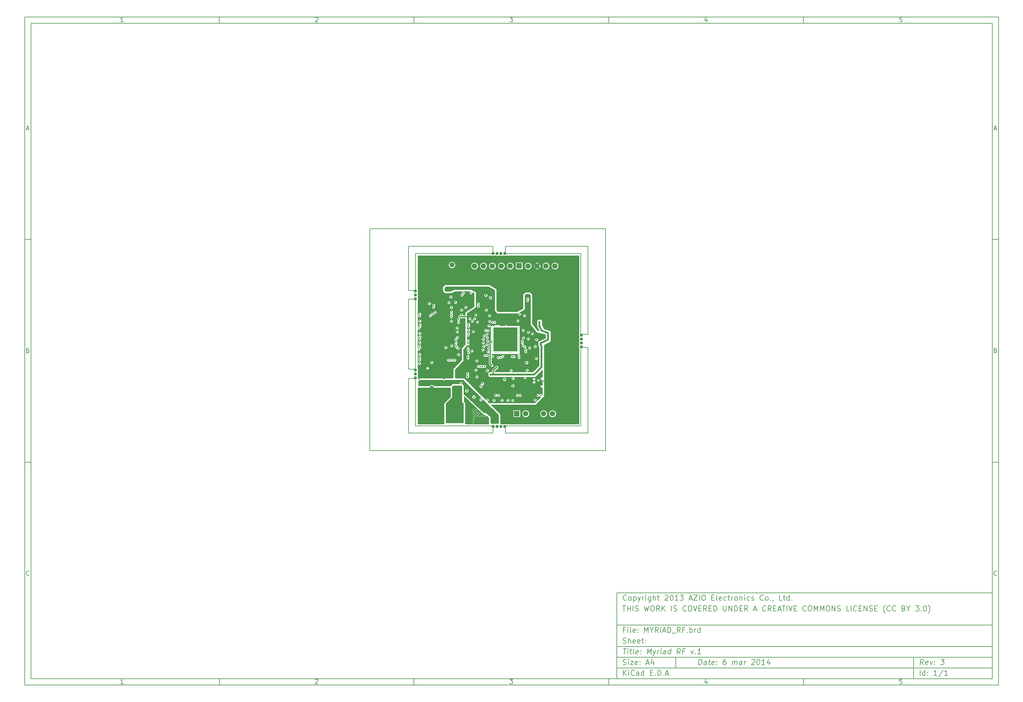
<source format=gbr>
G04 (created by PCBNEW (2013-05-31 BZR 4019)-stable) date 06/03/2014 18:54:47*
%MOIN*%
G04 Gerber Fmt 3.4, Leading zero omitted, Abs format*
%FSLAX34Y34*%
G01*
G70*
G90*
G04 APERTURE LIST*
%ADD10C,0.00590551*%
%ADD11C,0.0077*%
%ADD12C,0.0157*%
%ADD13C,0.0195*%
%ADD14C,0.0354*%
%ADD15C,0.2165*%
%ADD16C,0.051*%
%ADD17C,0.055*%
%ADD18C,0.0597*%
%ADD19R,0.0597X0.0597*%
%ADD20C,0.0432*%
%ADD21C,0.0077*%
%ADD22C,0.0117*%
%ADD23C,0.0196*%
%ADD24C,0.0118*%
%ADD25C,0.0117*%
%ADD26C,0.0195*%
%ADD27C,0.0078*%
%ADD28C,0.0039*%
G04 APERTURE END LIST*
G54D10*
X4000Y-4000D02*
X112930Y-4000D01*
X112930Y-78680D01*
X4000Y-78680D01*
X4000Y-4000D01*
X4700Y-4700D02*
X112230Y-4700D01*
X112230Y-77980D01*
X4700Y-77980D01*
X4700Y-4700D01*
X25780Y-4000D02*
X25780Y-4700D01*
X15032Y-4552D02*
X14747Y-4552D01*
X14890Y-4552D02*
X14890Y-4052D01*
X14842Y-4123D01*
X14794Y-4171D01*
X14747Y-4195D01*
X25780Y-78680D02*
X25780Y-77980D01*
X15032Y-78532D02*
X14747Y-78532D01*
X14890Y-78532D02*
X14890Y-78032D01*
X14842Y-78103D01*
X14794Y-78151D01*
X14747Y-78175D01*
X47560Y-4000D02*
X47560Y-4700D01*
X36527Y-4100D02*
X36550Y-4076D01*
X36598Y-4052D01*
X36717Y-4052D01*
X36765Y-4076D01*
X36789Y-4100D01*
X36812Y-4147D01*
X36812Y-4195D01*
X36789Y-4266D01*
X36503Y-4552D01*
X36812Y-4552D01*
X47560Y-78680D02*
X47560Y-77980D01*
X36527Y-78080D02*
X36550Y-78056D01*
X36598Y-78032D01*
X36717Y-78032D01*
X36765Y-78056D01*
X36789Y-78080D01*
X36812Y-78127D01*
X36812Y-78175D01*
X36789Y-78246D01*
X36503Y-78532D01*
X36812Y-78532D01*
X69340Y-4000D02*
X69340Y-4700D01*
X58283Y-4052D02*
X58592Y-4052D01*
X58426Y-4242D01*
X58497Y-4242D01*
X58545Y-4266D01*
X58569Y-4290D01*
X58592Y-4338D01*
X58592Y-4457D01*
X58569Y-4504D01*
X58545Y-4528D01*
X58497Y-4552D01*
X58354Y-4552D01*
X58307Y-4528D01*
X58283Y-4504D01*
X69340Y-78680D02*
X69340Y-77980D01*
X58283Y-78032D02*
X58592Y-78032D01*
X58426Y-78222D01*
X58497Y-78222D01*
X58545Y-78246D01*
X58569Y-78270D01*
X58592Y-78318D01*
X58592Y-78437D01*
X58569Y-78484D01*
X58545Y-78508D01*
X58497Y-78532D01*
X58354Y-78532D01*
X58307Y-78508D01*
X58283Y-78484D01*
X91120Y-4000D02*
X91120Y-4700D01*
X80325Y-4219D02*
X80325Y-4552D01*
X80206Y-4028D02*
X80087Y-4385D01*
X80396Y-4385D01*
X91120Y-78680D02*
X91120Y-77980D01*
X80325Y-78199D02*
X80325Y-78532D01*
X80206Y-78008D02*
X80087Y-78365D01*
X80396Y-78365D01*
X102129Y-4052D02*
X101890Y-4052D01*
X101867Y-4290D01*
X101890Y-4266D01*
X101938Y-4242D01*
X102057Y-4242D01*
X102105Y-4266D01*
X102129Y-4290D01*
X102152Y-4338D01*
X102152Y-4457D01*
X102129Y-4504D01*
X102105Y-4528D01*
X102057Y-4552D01*
X101938Y-4552D01*
X101890Y-4528D01*
X101867Y-4504D01*
X102129Y-78032D02*
X101890Y-78032D01*
X101867Y-78270D01*
X101890Y-78246D01*
X101938Y-78222D01*
X102057Y-78222D01*
X102105Y-78246D01*
X102129Y-78270D01*
X102152Y-78318D01*
X102152Y-78437D01*
X102129Y-78484D01*
X102105Y-78508D01*
X102057Y-78532D01*
X101938Y-78532D01*
X101890Y-78508D01*
X101867Y-78484D01*
X4000Y-28890D02*
X4700Y-28890D01*
X4230Y-16509D02*
X4469Y-16509D01*
X4183Y-16652D02*
X4350Y-16152D01*
X4516Y-16652D01*
X112930Y-28890D02*
X112230Y-28890D01*
X112460Y-16509D02*
X112699Y-16509D01*
X112413Y-16652D02*
X112580Y-16152D01*
X112746Y-16652D01*
X4000Y-53780D02*
X4700Y-53780D01*
X4385Y-41280D02*
X4457Y-41304D01*
X4480Y-41328D01*
X4504Y-41375D01*
X4504Y-41447D01*
X4480Y-41494D01*
X4457Y-41518D01*
X4409Y-41542D01*
X4219Y-41542D01*
X4219Y-41042D01*
X4385Y-41042D01*
X4433Y-41066D01*
X4457Y-41090D01*
X4480Y-41137D01*
X4480Y-41185D01*
X4457Y-41232D01*
X4433Y-41256D01*
X4385Y-41280D01*
X4219Y-41280D01*
X112930Y-53780D02*
X112230Y-53780D01*
X112615Y-41280D02*
X112687Y-41304D01*
X112710Y-41328D01*
X112734Y-41375D01*
X112734Y-41447D01*
X112710Y-41494D01*
X112687Y-41518D01*
X112639Y-41542D01*
X112449Y-41542D01*
X112449Y-41042D01*
X112615Y-41042D01*
X112663Y-41066D01*
X112687Y-41090D01*
X112710Y-41137D01*
X112710Y-41185D01*
X112687Y-41232D01*
X112663Y-41256D01*
X112615Y-41280D01*
X112449Y-41280D01*
X4504Y-66384D02*
X4480Y-66408D01*
X4409Y-66432D01*
X4361Y-66432D01*
X4290Y-66408D01*
X4242Y-66360D01*
X4219Y-66313D01*
X4195Y-66218D01*
X4195Y-66146D01*
X4219Y-66051D01*
X4242Y-66003D01*
X4290Y-65956D01*
X4361Y-65932D01*
X4409Y-65932D01*
X4480Y-65956D01*
X4504Y-65980D01*
X112734Y-66384D02*
X112710Y-66408D01*
X112639Y-66432D01*
X112591Y-66432D01*
X112520Y-66408D01*
X112472Y-66360D01*
X112449Y-66313D01*
X112425Y-66218D01*
X112425Y-66146D01*
X112449Y-66051D01*
X112472Y-66003D01*
X112520Y-65956D01*
X112591Y-65932D01*
X112639Y-65932D01*
X112710Y-65956D01*
X112734Y-65980D01*
X79380Y-76422D02*
X79455Y-75822D01*
X79597Y-75822D01*
X79680Y-75851D01*
X79730Y-75908D01*
X79751Y-75965D01*
X79765Y-76080D01*
X79755Y-76165D01*
X79712Y-76280D01*
X79676Y-76337D01*
X79612Y-76394D01*
X79522Y-76422D01*
X79380Y-76422D01*
X80237Y-76422D02*
X80276Y-76108D01*
X80255Y-76051D01*
X80201Y-76022D01*
X80087Y-76022D01*
X80026Y-76051D01*
X80240Y-76394D02*
X80180Y-76422D01*
X80037Y-76422D01*
X79983Y-76394D01*
X79962Y-76337D01*
X79969Y-76280D01*
X80005Y-76222D01*
X80065Y-76194D01*
X80208Y-76194D01*
X80269Y-76165D01*
X80487Y-76022D02*
X80715Y-76022D01*
X80597Y-75822D02*
X80533Y-76337D01*
X80555Y-76394D01*
X80608Y-76422D01*
X80665Y-76422D01*
X81097Y-76394D02*
X81037Y-76422D01*
X80922Y-76422D01*
X80869Y-76394D01*
X80847Y-76337D01*
X80876Y-76108D01*
X80912Y-76051D01*
X80972Y-76022D01*
X81087Y-76022D01*
X81140Y-76051D01*
X81162Y-76108D01*
X81155Y-76165D01*
X80862Y-76222D01*
X81387Y-76365D02*
X81412Y-76394D01*
X81380Y-76422D01*
X81355Y-76394D01*
X81387Y-76365D01*
X81380Y-76422D01*
X81426Y-76051D02*
X81451Y-76080D01*
X81419Y-76108D01*
X81394Y-76080D01*
X81426Y-76051D01*
X81419Y-76108D01*
X82455Y-75822D02*
X82340Y-75822D01*
X82279Y-75851D01*
X82247Y-75880D01*
X82180Y-75965D01*
X82137Y-76080D01*
X82108Y-76308D01*
X82130Y-76365D01*
X82155Y-76394D01*
X82208Y-76422D01*
X82322Y-76422D01*
X82383Y-76394D01*
X82415Y-76365D01*
X82451Y-76308D01*
X82469Y-76165D01*
X82447Y-76108D01*
X82422Y-76080D01*
X82369Y-76051D01*
X82254Y-76051D01*
X82194Y-76080D01*
X82162Y-76108D01*
X82126Y-76165D01*
X83151Y-76422D02*
X83201Y-76022D01*
X83194Y-76080D02*
X83226Y-76051D01*
X83287Y-76022D01*
X83372Y-76022D01*
X83426Y-76051D01*
X83447Y-76108D01*
X83408Y-76422D01*
X83447Y-76108D02*
X83483Y-76051D01*
X83544Y-76022D01*
X83630Y-76022D01*
X83683Y-76051D01*
X83705Y-76108D01*
X83665Y-76422D01*
X84208Y-76422D02*
X84247Y-76108D01*
X84226Y-76051D01*
X84172Y-76022D01*
X84058Y-76022D01*
X83997Y-76051D01*
X84212Y-76394D02*
X84151Y-76422D01*
X84008Y-76422D01*
X83955Y-76394D01*
X83933Y-76337D01*
X83940Y-76280D01*
X83976Y-76222D01*
X84037Y-76194D01*
X84180Y-76194D01*
X84240Y-76165D01*
X84494Y-76422D02*
X84544Y-76022D01*
X84530Y-76137D02*
X84565Y-76080D01*
X84597Y-76051D01*
X84658Y-76022D01*
X84715Y-76022D01*
X85362Y-75880D02*
X85394Y-75851D01*
X85455Y-75822D01*
X85597Y-75822D01*
X85651Y-75851D01*
X85676Y-75880D01*
X85697Y-75937D01*
X85690Y-75994D01*
X85651Y-76080D01*
X85265Y-76422D01*
X85637Y-76422D01*
X86083Y-75822D02*
X86140Y-75822D01*
X86194Y-75851D01*
X86219Y-75880D01*
X86240Y-75937D01*
X86255Y-76051D01*
X86237Y-76194D01*
X86194Y-76308D01*
X86158Y-76365D01*
X86126Y-76394D01*
X86065Y-76422D01*
X86008Y-76422D01*
X85955Y-76394D01*
X85930Y-76365D01*
X85908Y-76308D01*
X85894Y-76194D01*
X85912Y-76051D01*
X85955Y-75937D01*
X85990Y-75880D01*
X86022Y-75851D01*
X86083Y-75822D01*
X86780Y-76422D02*
X86437Y-76422D01*
X86608Y-76422D02*
X86683Y-75822D01*
X86615Y-75908D01*
X86551Y-75965D01*
X86490Y-75994D01*
X87344Y-76022D02*
X87294Y-76422D01*
X87230Y-75794D02*
X87033Y-76222D01*
X87405Y-76222D01*
X70972Y-77622D02*
X70972Y-77022D01*
X71315Y-77622D02*
X71058Y-77280D01*
X71315Y-77022D02*
X70972Y-77365D01*
X71572Y-77622D02*
X71572Y-77222D01*
X71572Y-77022D02*
X71544Y-77051D01*
X71572Y-77080D01*
X71601Y-77051D01*
X71572Y-77022D01*
X71572Y-77080D01*
X72201Y-77565D02*
X72172Y-77594D01*
X72087Y-77622D01*
X72030Y-77622D01*
X71944Y-77594D01*
X71887Y-77537D01*
X71858Y-77480D01*
X71830Y-77365D01*
X71830Y-77280D01*
X71858Y-77165D01*
X71887Y-77108D01*
X71944Y-77051D01*
X72030Y-77022D01*
X72087Y-77022D01*
X72172Y-77051D01*
X72201Y-77080D01*
X72715Y-77622D02*
X72715Y-77308D01*
X72687Y-77251D01*
X72630Y-77222D01*
X72515Y-77222D01*
X72458Y-77251D01*
X72715Y-77594D02*
X72658Y-77622D01*
X72515Y-77622D01*
X72458Y-77594D01*
X72430Y-77537D01*
X72430Y-77480D01*
X72458Y-77422D01*
X72515Y-77394D01*
X72658Y-77394D01*
X72715Y-77365D01*
X73258Y-77622D02*
X73258Y-77022D01*
X73258Y-77594D02*
X73201Y-77622D01*
X73087Y-77622D01*
X73030Y-77594D01*
X73001Y-77565D01*
X72972Y-77508D01*
X72972Y-77337D01*
X73001Y-77280D01*
X73030Y-77251D01*
X73087Y-77222D01*
X73201Y-77222D01*
X73258Y-77251D01*
X74001Y-77308D02*
X74201Y-77308D01*
X74287Y-77622D02*
X74001Y-77622D01*
X74001Y-77022D01*
X74287Y-77022D01*
X74544Y-77565D02*
X74572Y-77594D01*
X74544Y-77622D01*
X74515Y-77594D01*
X74544Y-77565D01*
X74544Y-77622D01*
X74829Y-77622D02*
X74829Y-77022D01*
X74972Y-77022D01*
X75058Y-77051D01*
X75115Y-77108D01*
X75144Y-77165D01*
X75172Y-77280D01*
X75172Y-77365D01*
X75144Y-77480D01*
X75115Y-77537D01*
X75058Y-77594D01*
X74972Y-77622D01*
X74829Y-77622D01*
X75429Y-77565D02*
X75458Y-77594D01*
X75429Y-77622D01*
X75401Y-77594D01*
X75429Y-77565D01*
X75429Y-77622D01*
X75687Y-77451D02*
X75972Y-77451D01*
X75629Y-77622D02*
X75829Y-77022D01*
X76029Y-77622D01*
X76229Y-77565D02*
X76258Y-77594D01*
X76229Y-77622D01*
X76201Y-77594D01*
X76229Y-77565D01*
X76229Y-77622D01*
X104522Y-76422D02*
X104358Y-76137D01*
X104180Y-76422D02*
X104255Y-75822D01*
X104483Y-75822D01*
X104537Y-75851D01*
X104562Y-75880D01*
X104583Y-75937D01*
X104572Y-76022D01*
X104537Y-76080D01*
X104505Y-76108D01*
X104444Y-76137D01*
X104215Y-76137D01*
X105012Y-76394D02*
X104951Y-76422D01*
X104837Y-76422D01*
X104783Y-76394D01*
X104762Y-76337D01*
X104790Y-76108D01*
X104826Y-76051D01*
X104887Y-76022D01*
X105001Y-76022D01*
X105055Y-76051D01*
X105076Y-76108D01*
X105069Y-76165D01*
X104776Y-76222D01*
X105287Y-76022D02*
X105380Y-76422D01*
X105572Y-76022D01*
X105758Y-76365D02*
X105783Y-76394D01*
X105751Y-76422D01*
X105726Y-76394D01*
X105758Y-76365D01*
X105751Y-76422D01*
X105797Y-76051D02*
X105822Y-76080D01*
X105790Y-76108D01*
X105765Y-76080D01*
X105797Y-76051D01*
X105790Y-76108D01*
X106512Y-75822D02*
X106883Y-75822D01*
X106655Y-76051D01*
X106740Y-76051D01*
X106794Y-76080D01*
X106819Y-76108D01*
X106840Y-76165D01*
X106822Y-76308D01*
X106787Y-76365D01*
X106755Y-76394D01*
X106694Y-76422D01*
X106522Y-76422D01*
X106469Y-76394D01*
X106444Y-76365D01*
X70944Y-76394D02*
X71030Y-76422D01*
X71172Y-76422D01*
X71230Y-76394D01*
X71258Y-76365D01*
X71287Y-76308D01*
X71287Y-76251D01*
X71258Y-76194D01*
X71230Y-76165D01*
X71172Y-76137D01*
X71058Y-76108D01*
X71001Y-76080D01*
X70972Y-76051D01*
X70944Y-75994D01*
X70944Y-75937D01*
X70972Y-75880D01*
X71001Y-75851D01*
X71058Y-75822D01*
X71201Y-75822D01*
X71287Y-75851D01*
X71544Y-76422D02*
X71544Y-76022D01*
X71544Y-75822D02*
X71515Y-75851D01*
X71544Y-75880D01*
X71572Y-75851D01*
X71544Y-75822D01*
X71544Y-75880D01*
X71772Y-76022D02*
X72087Y-76022D01*
X71772Y-76422D01*
X72087Y-76422D01*
X72544Y-76394D02*
X72487Y-76422D01*
X72372Y-76422D01*
X72315Y-76394D01*
X72287Y-76337D01*
X72287Y-76108D01*
X72315Y-76051D01*
X72372Y-76022D01*
X72487Y-76022D01*
X72544Y-76051D01*
X72572Y-76108D01*
X72572Y-76165D01*
X72287Y-76222D01*
X72830Y-76365D02*
X72858Y-76394D01*
X72830Y-76422D01*
X72801Y-76394D01*
X72830Y-76365D01*
X72830Y-76422D01*
X72830Y-76051D02*
X72858Y-76080D01*
X72830Y-76108D01*
X72801Y-76080D01*
X72830Y-76051D01*
X72830Y-76108D01*
X73544Y-76251D02*
X73830Y-76251D01*
X73487Y-76422D02*
X73687Y-75822D01*
X73887Y-76422D01*
X74344Y-76022D02*
X74344Y-76422D01*
X74201Y-75794D02*
X74058Y-76222D01*
X74430Y-76222D01*
X104172Y-77622D02*
X104172Y-77022D01*
X104715Y-77622D02*
X104715Y-77022D01*
X104715Y-77594D02*
X104658Y-77622D01*
X104544Y-77622D01*
X104487Y-77594D01*
X104458Y-77565D01*
X104430Y-77508D01*
X104430Y-77337D01*
X104458Y-77280D01*
X104487Y-77251D01*
X104544Y-77222D01*
X104658Y-77222D01*
X104715Y-77251D01*
X105001Y-77565D02*
X105030Y-77594D01*
X105001Y-77622D01*
X104972Y-77594D01*
X105001Y-77565D01*
X105001Y-77622D01*
X105001Y-77251D02*
X105030Y-77280D01*
X105001Y-77308D01*
X104972Y-77280D01*
X105001Y-77251D01*
X105001Y-77308D01*
X106058Y-77622D02*
X105715Y-77622D01*
X105887Y-77622D02*
X105887Y-77022D01*
X105829Y-77108D01*
X105772Y-77165D01*
X105715Y-77194D01*
X106744Y-76994D02*
X106230Y-77765D01*
X107258Y-77622D02*
X106915Y-77622D01*
X107087Y-77622D02*
X107087Y-77022D01*
X107029Y-77108D01*
X106972Y-77165D01*
X106915Y-77194D01*
X70969Y-74622D02*
X71312Y-74622D01*
X71065Y-75222D02*
X71140Y-74622D01*
X71437Y-75222D02*
X71487Y-74822D01*
X71512Y-74622D02*
X71480Y-74651D01*
X71505Y-74680D01*
X71537Y-74651D01*
X71512Y-74622D01*
X71505Y-74680D01*
X71687Y-74822D02*
X71915Y-74822D01*
X71797Y-74622D02*
X71733Y-75137D01*
X71755Y-75194D01*
X71808Y-75222D01*
X71865Y-75222D01*
X72151Y-75222D02*
X72097Y-75194D01*
X72076Y-75137D01*
X72140Y-74622D01*
X72612Y-75194D02*
X72551Y-75222D01*
X72437Y-75222D01*
X72383Y-75194D01*
X72362Y-75137D01*
X72390Y-74908D01*
X72426Y-74851D01*
X72487Y-74822D01*
X72601Y-74822D01*
X72655Y-74851D01*
X72676Y-74908D01*
X72669Y-74965D01*
X72376Y-75022D01*
X72901Y-75165D02*
X72926Y-75194D01*
X72894Y-75222D01*
X72869Y-75194D01*
X72901Y-75165D01*
X72894Y-75222D01*
X72940Y-74851D02*
X72965Y-74880D01*
X72933Y-74908D01*
X72908Y-74880D01*
X72940Y-74851D01*
X72933Y-74908D01*
X73637Y-75222D02*
X73712Y-74622D01*
X73858Y-75051D01*
X74112Y-74622D01*
X74037Y-75222D01*
X74315Y-74822D02*
X74408Y-75222D01*
X74601Y-74822D02*
X74408Y-75222D01*
X74333Y-75365D01*
X74301Y-75394D01*
X74240Y-75422D01*
X74780Y-75222D02*
X74830Y-74822D01*
X74815Y-74937D02*
X74851Y-74880D01*
X74883Y-74851D01*
X74944Y-74822D01*
X75001Y-74822D01*
X75151Y-75222D02*
X75201Y-74822D01*
X75226Y-74622D02*
X75194Y-74651D01*
X75219Y-74680D01*
X75251Y-74651D01*
X75226Y-74622D01*
X75219Y-74680D01*
X75694Y-75222D02*
X75733Y-74908D01*
X75712Y-74851D01*
X75658Y-74822D01*
X75544Y-74822D01*
X75483Y-74851D01*
X75697Y-75194D02*
X75637Y-75222D01*
X75494Y-75222D01*
X75440Y-75194D01*
X75419Y-75137D01*
X75426Y-75080D01*
X75462Y-75022D01*
X75522Y-74994D01*
X75665Y-74994D01*
X75726Y-74965D01*
X76237Y-75222D02*
X76312Y-74622D01*
X76240Y-75194D02*
X76180Y-75222D01*
X76065Y-75222D01*
X76012Y-75194D01*
X75987Y-75165D01*
X75965Y-75108D01*
X75987Y-74937D01*
X76022Y-74880D01*
X76055Y-74851D01*
X76115Y-74822D01*
X76230Y-74822D01*
X76283Y-74851D01*
X77322Y-75222D02*
X77158Y-74937D01*
X76980Y-75222D02*
X77055Y-74622D01*
X77283Y-74622D01*
X77337Y-74651D01*
X77362Y-74680D01*
X77383Y-74737D01*
X77372Y-74822D01*
X77337Y-74880D01*
X77305Y-74908D01*
X77244Y-74937D01*
X77015Y-74937D01*
X77819Y-74908D02*
X77619Y-74908D01*
X77580Y-75222D02*
X77655Y-74622D01*
X77940Y-74622D01*
X78544Y-74822D02*
X78637Y-75222D01*
X78830Y-74822D01*
X79015Y-75165D02*
X79040Y-75194D01*
X79008Y-75222D01*
X78983Y-75194D01*
X79015Y-75165D01*
X79008Y-75222D01*
X79608Y-75222D02*
X79265Y-75222D01*
X79437Y-75222D02*
X79512Y-74622D01*
X79444Y-74708D01*
X79380Y-74765D01*
X79319Y-74794D01*
X71172Y-72508D02*
X70972Y-72508D01*
X70972Y-72822D02*
X70972Y-72222D01*
X71258Y-72222D01*
X71487Y-72822D02*
X71487Y-72422D01*
X71487Y-72222D02*
X71458Y-72251D01*
X71487Y-72280D01*
X71515Y-72251D01*
X71487Y-72222D01*
X71487Y-72280D01*
X71858Y-72822D02*
X71801Y-72794D01*
X71772Y-72737D01*
X71772Y-72222D01*
X72315Y-72794D02*
X72258Y-72822D01*
X72144Y-72822D01*
X72087Y-72794D01*
X72058Y-72737D01*
X72058Y-72508D01*
X72087Y-72451D01*
X72144Y-72422D01*
X72258Y-72422D01*
X72315Y-72451D01*
X72344Y-72508D01*
X72344Y-72565D01*
X72058Y-72622D01*
X72601Y-72765D02*
X72630Y-72794D01*
X72601Y-72822D01*
X72572Y-72794D01*
X72601Y-72765D01*
X72601Y-72822D01*
X72601Y-72451D02*
X72630Y-72480D01*
X72601Y-72508D01*
X72572Y-72480D01*
X72601Y-72451D01*
X72601Y-72508D01*
X73344Y-72822D02*
X73344Y-72222D01*
X73544Y-72651D01*
X73744Y-72222D01*
X73744Y-72822D01*
X74144Y-72537D02*
X74144Y-72822D01*
X73944Y-72222D02*
X74144Y-72537D01*
X74344Y-72222D01*
X74887Y-72822D02*
X74687Y-72537D01*
X74544Y-72822D02*
X74544Y-72222D01*
X74772Y-72222D01*
X74830Y-72251D01*
X74858Y-72280D01*
X74887Y-72337D01*
X74887Y-72422D01*
X74858Y-72480D01*
X74830Y-72508D01*
X74772Y-72537D01*
X74544Y-72537D01*
X75144Y-72822D02*
X75144Y-72222D01*
X75401Y-72651D02*
X75687Y-72651D01*
X75344Y-72822D02*
X75544Y-72222D01*
X75744Y-72822D01*
X75944Y-72822D02*
X75944Y-72222D01*
X76087Y-72222D01*
X76172Y-72251D01*
X76230Y-72308D01*
X76258Y-72365D01*
X76287Y-72480D01*
X76287Y-72565D01*
X76258Y-72680D01*
X76230Y-72737D01*
X76172Y-72794D01*
X76087Y-72822D01*
X75944Y-72822D01*
X76401Y-72880D02*
X76858Y-72880D01*
X77344Y-72822D02*
X77144Y-72537D01*
X77001Y-72822D02*
X77001Y-72222D01*
X77230Y-72222D01*
X77287Y-72251D01*
X77315Y-72280D01*
X77344Y-72337D01*
X77344Y-72422D01*
X77315Y-72480D01*
X77287Y-72508D01*
X77230Y-72537D01*
X77001Y-72537D01*
X77801Y-72508D02*
X77601Y-72508D01*
X77601Y-72822D02*
X77601Y-72222D01*
X77887Y-72222D01*
X78115Y-72765D02*
X78144Y-72794D01*
X78115Y-72822D01*
X78087Y-72794D01*
X78115Y-72765D01*
X78115Y-72822D01*
X78401Y-72822D02*
X78401Y-72222D01*
X78401Y-72451D02*
X78458Y-72422D01*
X78572Y-72422D01*
X78630Y-72451D01*
X78658Y-72480D01*
X78687Y-72537D01*
X78687Y-72708D01*
X78658Y-72765D01*
X78630Y-72794D01*
X78572Y-72822D01*
X78458Y-72822D01*
X78401Y-72794D01*
X78944Y-72822D02*
X78944Y-72422D01*
X78944Y-72537D02*
X78972Y-72480D01*
X79001Y-72451D01*
X79058Y-72422D01*
X79115Y-72422D01*
X79572Y-72822D02*
X79572Y-72222D01*
X79572Y-72794D02*
X79515Y-72822D01*
X79401Y-72822D01*
X79344Y-72794D01*
X79315Y-72765D01*
X79287Y-72708D01*
X79287Y-72537D01*
X79315Y-72480D01*
X79344Y-72451D01*
X79401Y-72422D01*
X79515Y-72422D01*
X79572Y-72451D01*
X70944Y-73994D02*
X71030Y-74022D01*
X71172Y-74022D01*
X71230Y-73994D01*
X71258Y-73965D01*
X71287Y-73908D01*
X71287Y-73851D01*
X71258Y-73794D01*
X71230Y-73765D01*
X71172Y-73737D01*
X71058Y-73708D01*
X71001Y-73680D01*
X70972Y-73651D01*
X70944Y-73594D01*
X70944Y-73537D01*
X70972Y-73480D01*
X71001Y-73451D01*
X71058Y-73422D01*
X71201Y-73422D01*
X71287Y-73451D01*
X71544Y-74022D02*
X71544Y-73422D01*
X71801Y-74022D02*
X71801Y-73708D01*
X71772Y-73651D01*
X71715Y-73622D01*
X71630Y-73622D01*
X71572Y-73651D01*
X71544Y-73680D01*
X72315Y-73994D02*
X72258Y-74022D01*
X72144Y-74022D01*
X72087Y-73994D01*
X72058Y-73937D01*
X72058Y-73708D01*
X72087Y-73651D01*
X72144Y-73622D01*
X72258Y-73622D01*
X72315Y-73651D01*
X72344Y-73708D01*
X72344Y-73765D01*
X72058Y-73822D01*
X72830Y-73994D02*
X72772Y-74022D01*
X72658Y-74022D01*
X72601Y-73994D01*
X72572Y-73937D01*
X72572Y-73708D01*
X72601Y-73651D01*
X72658Y-73622D01*
X72772Y-73622D01*
X72830Y-73651D01*
X72858Y-73708D01*
X72858Y-73765D01*
X72572Y-73822D01*
X73030Y-73622D02*
X73258Y-73622D01*
X73115Y-73422D02*
X73115Y-73937D01*
X73144Y-73994D01*
X73201Y-74022D01*
X73258Y-74022D01*
X73458Y-73965D02*
X73487Y-73994D01*
X73458Y-74022D01*
X73430Y-73994D01*
X73458Y-73965D01*
X73458Y-74022D01*
X73458Y-73651D02*
X73487Y-73680D01*
X73458Y-73708D01*
X73430Y-73680D01*
X73458Y-73651D01*
X73458Y-73708D01*
X70887Y-69822D02*
X71230Y-69822D01*
X71058Y-70422D02*
X71058Y-69822D01*
X71430Y-70422D02*
X71430Y-69822D01*
X71430Y-70108D02*
X71772Y-70108D01*
X71772Y-70422D02*
X71772Y-69822D01*
X72058Y-70422D02*
X72058Y-69822D01*
X72315Y-70394D02*
X72401Y-70422D01*
X72544Y-70422D01*
X72601Y-70394D01*
X72629Y-70365D01*
X72658Y-70308D01*
X72658Y-70251D01*
X72629Y-70194D01*
X72601Y-70165D01*
X72544Y-70137D01*
X72429Y-70108D01*
X72372Y-70080D01*
X72344Y-70051D01*
X72315Y-69994D01*
X72315Y-69937D01*
X72344Y-69880D01*
X72372Y-69851D01*
X72429Y-69822D01*
X72572Y-69822D01*
X72658Y-69851D01*
X73315Y-69822D02*
X73458Y-70422D01*
X73572Y-69994D01*
X73687Y-70422D01*
X73830Y-69822D01*
X74172Y-69822D02*
X74287Y-69822D01*
X74344Y-69851D01*
X74401Y-69908D01*
X74430Y-70022D01*
X74430Y-70222D01*
X74401Y-70337D01*
X74344Y-70394D01*
X74287Y-70422D01*
X74172Y-70422D01*
X74115Y-70394D01*
X74058Y-70337D01*
X74030Y-70222D01*
X74030Y-70022D01*
X74058Y-69908D01*
X74115Y-69851D01*
X74172Y-69822D01*
X75029Y-70422D02*
X74829Y-70137D01*
X74687Y-70422D02*
X74687Y-69822D01*
X74915Y-69822D01*
X74972Y-69851D01*
X75001Y-69880D01*
X75029Y-69937D01*
X75029Y-70022D01*
X75001Y-70080D01*
X74972Y-70108D01*
X74915Y-70137D01*
X74687Y-70137D01*
X75287Y-70422D02*
X75287Y-69822D01*
X75629Y-70422D02*
X75372Y-70080D01*
X75629Y-69822D02*
X75287Y-70165D01*
X76344Y-70422D02*
X76344Y-69822D01*
X76601Y-70394D02*
X76687Y-70422D01*
X76829Y-70422D01*
X76887Y-70394D01*
X76915Y-70365D01*
X76944Y-70308D01*
X76944Y-70251D01*
X76915Y-70194D01*
X76887Y-70165D01*
X76829Y-70137D01*
X76715Y-70108D01*
X76658Y-70080D01*
X76629Y-70051D01*
X76601Y-69994D01*
X76601Y-69937D01*
X76629Y-69880D01*
X76658Y-69851D01*
X76715Y-69822D01*
X76858Y-69822D01*
X76944Y-69851D01*
X78001Y-70365D02*
X77972Y-70394D01*
X77887Y-70422D01*
X77830Y-70422D01*
X77744Y-70394D01*
X77687Y-70337D01*
X77658Y-70280D01*
X77630Y-70165D01*
X77630Y-70080D01*
X77658Y-69965D01*
X77687Y-69908D01*
X77744Y-69851D01*
X77830Y-69822D01*
X77887Y-69822D01*
X77972Y-69851D01*
X78001Y-69880D01*
X78372Y-69822D02*
X78487Y-69822D01*
X78544Y-69851D01*
X78601Y-69908D01*
X78630Y-70022D01*
X78630Y-70222D01*
X78601Y-70337D01*
X78544Y-70394D01*
X78487Y-70422D01*
X78372Y-70422D01*
X78315Y-70394D01*
X78258Y-70337D01*
X78230Y-70222D01*
X78230Y-70022D01*
X78258Y-69908D01*
X78315Y-69851D01*
X78372Y-69822D01*
X78801Y-69822D02*
X79001Y-70422D01*
X79201Y-69822D01*
X79401Y-70108D02*
X79601Y-70108D01*
X79687Y-70422D02*
X79401Y-70422D01*
X79401Y-69822D01*
X79687Y-69822D01*
X80287Y-70422D02*
X80087Y-70137D01*
X79944Y-70422D02*
X79944Y-69822D01*
X80172Y-69822D01*
X80229Y-69851D01*
X80258Y-69880D01*
X80287Y-69937D01*
X80287Y-70022D01*
X80258Y-70080D01*
X80229Y-70108D01*
X80172Y-70137D01*
X79944Y-70137D01*
X80544Y-70108D02*
X80744Y-70108D01*
X80829Y-70422D02*
X80544Y-70422D01*
X80544Y-69822D01*
X80829Y-69822D01*
X81087Y-70422D02*
X81087Y-69822D01*
X81229Y-69822D01*
X81315Y-69851D01*
X81372Y-69908D01*
X81401Y-69965D01*
X81429Y-70080D01*
X81429Y-70165D01*
X81401Y-70280D01*
X81372Y-70337D01*
X81315Y-70394D01*
X81229Y-70422D01*
X81087Y-70422D01*
X82144Y-69822D02*
X82144Y-70308D01*
X82172Y-70365D01*
X82201Y-70394D01*
X82258Y-70422D01*
X82372Y-70422D01*
X82429Y-70394D01*
X82458Y-70365D01*
X82487Y-70308D01*
X82487Y-69822D01*
X82772Y-70422D02*
X82772Y-69822D01*
X83115Y-70422D01*
X83115Y-69822D01*
X83401Y-70422D02*
X83401Y-69822D01*
X83544Y-69822D01*
X83629Y-69851D01*
X83687Y-69908D01*
X83715Y-69965D01*
X83744Y-70080D01*
X83744Y-70165D01*
X83715Y-70280D01*
X83687Y-70337D01*
X83629Y-70394D01*
X83544Y-70422D01*
X83401Y-70422D01*
X84001Y-70108D02*
X84201Y-70108D01*
X84287Y-70422D02*
X84001Y-70422D01*
X84001Y-69822D01*
X84287Y-69822D01*
X84887Y-70422D02*
X84687Y-70137D01*
X84544Y-70422D02*
X84544Y-69822D01*
X84772Y-69822D01*
X84829Y-69851D01*
X84858Y-69880D01*
X84887Y-69937D01*
X84887Y-70022D01*
X84858Y-70080D01*
X84829Y-70108D01*
X84772Y-70137D01*
X84544Y-70137D01*
X85572Y-70251D02*
X85858Y-70251D01*
X85515Y-70422D02*
X85715Y-69822D01*
X85915Y-70422D01*
X86915Y-70365D02*
X86887Y-70394D01*
X86801Y-70422D01*
X86744Y-70422D01*
X86658Y-70394D01*
X86601Y-70337D01*
X86572Y-70280D01*
X86544Y-70165D01*
X86544Y-70080D01*
X86572Y-69965D01*
X86601Y-69908D01*
X86658Y-69851D01*
X86744Y-69822D01*
X86801Y-69822D01*
X86887Y-69851D01*
X86915Y-69880D01*
X87515Y-70422D02*
X87315Y-70137D01*
X87172Y-70422D02*
X87172Y-69822D01*
X87401Y-69822D01*
X87458Y-69851D01*
X87487Y-69880D01*
X87515Y-69937D01*
X87515Y-70022D01*
X87487Y-70080D01*
X87458Y-70108D01*
X87401Y-70137D01*
X87172Y-70137D01*
X87772Y-70108D02*
X87972Y-70108D01*
X88058Y-70422D02*
X87772Y-70422D01*
X87772Y-69822D01*
X88058Y-69822D01*
X88287Y-70251D02*
X88572Y-70251D01*
X88229Y-70422D02*
X88429Y-69822D01*
X88629Y-70422D01*
X88744Y-69822D02*
X89087Y-69822D01*
X88915Y-70422D02*
X88915Y-69822D01*
X89287Y-70422D02*
X89287Y-69822D01*
X89487Y-69822D02*
X89687Y-70422D01*
X89887Y-69822D01*
X90087Y-70108D02*
X90287Y-70108D01*
X90372Y-70422D02*
X90087Y-70422D01*
X90087Y-69822D01*
X90372Y-69822D01*
X91429Y-70365D02*
X91401Y-70394D01*
X91315Y-70422D01*
X91258Y-70422D01*
X91172Y-70394D01*
X91115Y-70337D01*
X91087Y-70280D01*
X91058Y-70165D01*
X91058Y-70080D01*
X91087Y-69965D01*
X91115Y-69908D01*
X91172Y-69851D01*
X91258Y-69822D01*
X91315Y-69822D01*
X91401Y-69851D01*
X91429Y-69880D01*
X91801Y-69822D02*
X91915Y-69822D01*
X91972Y-69851D01*
X92029Y-69908D01*
X92058Y-70022D01*
X92058Y-70222D01*
X92029Y-70337D01*
X91972Y-70394D01*
X91915Y-70422D01*
X91801Y-70422D01*
X91744Y-70394D01*
X91687Y-70337D01*
X91658Y-70222D01*
X91658Y-70022D01*
X91687Y-69908D01*
X91744Y-69851D01*
X91801Y-69822D01*
X92315Y-70422D02*
X92315Y-69822D01*
X92515Y-70251D01*
X92715Y-69822D01*
X92715Y-70422D01*
X93001Y-70422D02*
X93001Y-69822D01*
X93201Y-70251D01*
X93401Y-69822D01*
X93401Y-70422D01*
X93801Y-69822D02*
X93915Y-69822D01*
X93972Y-69851D01*
X94029Y-69908D01*
X94058Y-70022D01*
X94058Y-70222D01*
X94029Y-70337D01*
X93972Y-70394D01*
X93915Y-70422D01*
X93801Y-70422D01*
X93744Y-70394D01*
X93687Y-70337D01*
X93658Y-70222D01*
X93658Y-70022D01*
X93687Y-69908D01*
X93744Y-69851D01*
X93801Y-69822D01*
X94315Y-70422D02*
X94315Y-69822D01*
X94658Y-70422D01*
X94658Y-69822D01*
X94915Y-70394D02*
X95001Y-70422D01*
X95144Y-70422D01*
X95201Y-70394D01*
X95229Y-70365D01*
X95258Y-70308D01*
X95258Y-70251D01*
X95229Y-70194D01*
X95201Y-70165D01*
X95144Y-70137D01*
X95029Y-70108D01*
X94972Y-70080D01*
X94944Y-70051D01*
X94915Y-69994D01*
X94915Y-69937D01*
X94944Y-69880D01*
X94972Y-69851D01*
X95029Y-69822D01*
X95172Y-69822D01*
X95258Y-69851D01*
X96258Y-70422D02*
X95972Y-70422D01*
X95972Y-69822D01*
X96458Y-70422D02*
X96458Y-69822D01*
X97087Y-70365D02*
X97058Y-70394D01*
X96972Y-70422D01*
X96915Y-70422D01*
X96829Y-70394D01*
X96772Y-70337D01*
X96744Y-70280D01*
X96715Y-70165D01*
X96715Y-70080D01*
X96744Y-69965D01*
X96772Y-69908D01*
X96829Y-69851D01*
X96915Y-69822D01*
X96972Y-69822D01*
X97058Y-69851D01*
X97087Y-69880D01*
X97344Y-70108D02*
X97544Y-70108D01*
X97629Y-70422D02*
X97344Y-70422D01*
X97344Y-69822D01*
X97629Y-69822D01*
X97887Y-70422D02*
X97887Y-69822D01*
X98229Y-70422D01*
X98229Y-69822D01*
X98487Y-70394D02*
X98572Y-70422D01*
X98715Y-70422D01*
X98772Y-70394D01*
X98801Y-70365D01*
X98829Y-70308D01*
X98829Y-70251D01*
X98801Y-70194D01*
X98772Y-70165D01*
X98715Y-70137D01*
X98601Y-70108D01*
X98544Y-70080D01*
X98515Y-70051D01*
X98487Y-69994D01*
X98487Y-69937D01*
X98515Y-69880D01*
X98544Y-69851D01*
X98601Y-69822D01*
X98744Y-69822D01*
X98829Y-69851D01*
X99087Y-70108D02*
X99287Y-70108D01*
X99372Y-70422D02*
X99087Y-70422D01*
X99087Y-69822D01*
X99372Y-69822D01*
X100258Y-70651D02*
X100229Y-70622D01*
X100172Y-70537D01*
X100144Y-70480D01*
X100115Y-70394D01*
X100087Y-70251D01*
X100087Y-70137D01*
X100115Y-69994D01*
X100144Y-69908D01*
X100172Y-69851D01*
X100229Y-69765D01*
X100258Y-69737D01*
X100829Y-70365D02*
X100801Y-70394D01*
X100715Y-70422D01*
X100658Y-70422D01*
X100572Y-70394D01*
X100515Y-70337D01*
X100487Y-70280D01*
X100458Y-70165D01*
X100458Y-70080D01*
X100487Y-69965D01*
X100515Y-69908D01*
X100572Y-69851D01*
X100658Y-69822D01*
X100715Y-69822D01*
X100801Y-69851D01*
X100829Y-69880D01*
X101429Y-70365D02*
X101401Y-70394D01*
X101315Y-70422D01*
X101258Y-70422D01*
X101172Y-70394D01*
X101115Y-70337D01*
X101087Y-70280D01*
X101058Y-70165D01*
X101058Y-70080D01*
X101087Y-69965D01*
X101115Y-69908D01*
X101172Y-69851D01*
X101258Y-69822D01*
X101315Y-69822D01*
X101401Y-69851D01*
X101429Y-69880D01*
X102344Y-70108D02*
X102429Y-70137D01*
X102458Y-70165D01*
X102487Y-70222D01*
X102487Y-70308D01*
X102458Y-70365D01*
X102429Y-70394D01*
X102372Y-70422D01*
X102144Y-70422D01*
X102144Y-69822D01*
X102344Y-69822D01*
X102401Y-69851D01*
X102429Y-69880D01*
X102458Y-69937D01*
X102458Y-69994D01*
X102429Y-70051D01*
X102401Y-70080D01*
X102344Y-70108D01*
X102144Y-70108D01*
X102858Y-70137D02*
X102858Y-70422D01*
X102658Y-69822D02*
X102858Y-70137D01*
X103058Y-69822D01*
X103658Y-69822D02*
X104029Y-69822D01*
X103829Y-70051D01*
X103915Y-70051D01*
X103972Y-70080D01*
X104001Y-70108D01*
X104029Y-70165D01*
X104029Y-70308D01*
X104001Y-70365D01*
X103972Y-70394D01*
X103915Y-70422D01*
X103744Y-70422D01*
X103687Y-70394D01*
X103658Y-70365D01*
X104287Y-70365D02*
X104315Y-70394D01*
X104287Y-70422D01*
X104258Y-70394D01*
X104287Y-70365D01*
X104287Y-70422D01*
X104687Y-69822D02*
X104744Y-69822D01*
X104801Y-69851D01*
X104829Y-69880D01*
X104858Y-69937D01*
X104887Y-70051D01*
X104887Y-70194D01*
X104858Y-70308D01*
X104829Y-70365D01*
X104801Y-70394D01*
X104744Y-70422D01*
X104687Y-70422D01*
X104629Y-70394D01*
X104601Y-70365D01*
X104572Y-70308D01*
X104544Y-70194D01*
X104544Y-70051D01*
X104572Y-69937D01*
X104601Y-69880D01*
X104629Y-69851D01*
X104687Y-69822D01*
X105087Y-70651D02*
X105115Y-70622D01*
X105172Y-70537D01*
X105201Y-70480D01*
X105229Y-70394D01*
X105258Y-70251D01*
X105258Y-70137D01*
X105229Y-69994D01*
X105201Y-69908D01*
X105172Y-69851D01*
X105115Y-69765D01*
X105087Y-69737D01*
X71315Y-69165D02*
X71287Y-69194D01*
X71201Y-69222D01*
X71144Y-69222D01*
X71058Y-69194D01*
X71001Y-69137D01*
X70972Y-69080D01*
X70944Y-68965D01*
X70944Y-68880D01*
X70972Y-68765D01*
X71001Y-68708D01*
X71058Y-68651D01*
X71144Y-68622D01*
X71201Y-68622D01*
X71287Y-68651D01*
X71315Y-68680D01*
X71658Y-69222D02*
X71601Y-69194D01*
X71572Y-69165D01*
X71544Y-69108D01*
X71544Y-68937D01*
X71572Y-68880D01*
X71601Y-68851D01*
X71658Y-68822D01*
X71744Y-68822D01*
X71801Y-68851D01*
X71830Y-68880D01*
X71858Y-68937D01*
X71858Y-69108D01*
X71830Y-69165D01*
X71801Y-69194D01*
X71744Y-69222D01*
X71658Y-69222D01*
X72115Y-68822D02*
X72115Y-69422D01*
X72115Y-68851D02*
X72172Y-68822D01*
X72287Y-68822D01*
X72344Y-68851D01*
X72372Y-68880D01*
X72401Y-68937D01*
X72401Y-69108D01*
X72372Y-69165D01*
X72344Y-69194D01*
X72287Y-69222D01*
X72172Y-69222D01*
X72115Y-69194D01*
X72601Y-68822D02*
X72744Y-69222D01*
X72887Y-68822D02*
X72744Y-69222D01*
X72687Y-69365D01*
X72658Y-69394D01*
X72601Y-69422D01*
X73115Y-69222D02*
X73115Y-68822D01*
X73115Y-68937D02*
X73144Y-68880D01*
X73172Y-68851D01*
X73230Y-68822D01*
X73287Y-68822D01*
X73487Y-69222D02*
X73487Y-68822D01*
X73487Y-68622D02*
X73458Y-68651D01*
X73487Y-68680D01*
X73515Y-68651D01*
X73487Y-68622D01*
X73487Y-68680D01*
X74030Y-68822D02*
X74030Y-69308D01*
X74001Y-69365D01*
X73972Y-69394D01*
X73915Y-69422D01*
X73830Y-69422D01*
X73772Y-69394D01*
X74030Y-69194D02*
X73972Y-69222D01*
X73858Y-69222D01*
X73801Y-69194D01*
X73772Y-69165D01*
X73744Y-69108D01*
X73744Y-68937D01*
X73772Y-68880D01*
X73801Y-68851D01*
X73858Y-68822D01*
X73972Y-68822D01*
X74030Y-68851D01*
X74315Y-69222D02*
X74315Y-68622D01*
X74572Y-69222D02*
X74572Y-68908D01*
X74544Y-68851D01*
X74487Y-68822D01*
X74401Y-68822D01*
X74344Y-68851D01*
X74315Y-68880D01*
X74772Y-68822D02*
X75001Y-68822D01*
X74858Y-68622D02*
X74858Y-69137D01*
X74887Y-69194D01*
X74944Y-69222D01*
X75001Y-69222D01*
X75630Y-68680D02*
X75658Y-68651D01*
X75715Y-68622D01*
X75858Y-68622D01*
X75915Y-68651D01*
X75944Y-68680D01*
X75972Y-68737D01*
X75972Y-68794D01*
X75944Y-68880D01*
X75601Y-69222D01*
X75972Y-69222D01*
X76344Y-68622D02*
X76401Y-68622D01*
X76458Y-68651D01*
X76487Y-68680D01*
X76515Y-68737D01*
X76544Y-68851D01*
X76544Y-68994D01*
X76515Y-69108D01*
X76487Y-69165D01*
X76458Y-69194D01*
X76401Y-69222D01*
X76344Y-69222D01*
X76287Y-69194D01*
X76258Y-69165D01*
X76230Y-69108D01*
X76201Y-68994D01*
X76201Y-68851D01*
X76230Y-68737D01*
X76258Y-68680D01*
X76287Y-68651D01*
X76344Y-68622D01*
X77115Y-69222D02*
X76772Y-69222D01*
X76944Y-69222D02*
X76944Y-68622D01*
X76887Y-68708D01*
X76830Y-68765D01*
X76772Y-68794D01*
X77315Y-68622D02*
X77687Y-68622D01*
X77487Y-68851D01*
X77572Y-68851D01*
X77630Y-68880D01*
X77658Y-68908D01*
X77687Y-68965D01*
X77687Y-69108D01*
X77658Y-69165D01*
X77630Y-69194D01*
X77572Y-69222D01*
X77401Y-69222D01*
X77344Y-69194D01*
X77315Y-69165D01*
X78372Y-69051D02*
X78658Y-69051D01*
X78315Y-69222D02*
X78515Y-68622D01*
X78715Y-69222D01*
X78858Y-68622D02*
X79258Y-68622D01*
X78858Y-69222D01*
X79258Y-69222D01*
X79487Y-69222D02*
X79487Y-68622D01*
X79887Y-68622D02*
X80001Y-68622D01*
X80058Y-68651D01*
X80115Y-68708D01*
X80144Y-68822D01*
X80144Y-69022D01*
X80115Y-69137D01*
X80058Y-69194D01*
X80001Y-69222D01*
X79887Y-69222D01*
X79830Y-69194D01*
X79772Y-69137D01*
X79744Y-69022D01*
X79744Y-68822D01*
X79772Y-68708D01*
X79830Y-68651D01*
X79887Y-68622D01*
X80858Y-68908D02*
X81058Y-68908D01*
X81144Y-69222D02*
X80858Y-69222D01*
X80858Y-68622D01*
X81144Y-68622D01*
X81487Y-69222D02*
X81430Y-69194D01*
X81401Y-69137D01*
X81401Y-68622D01*
X81944Y-69194D02*
X81887Y-69222D01*
X81772Y-69222D01*
X81715Y-69194D01*
X81687Y-69137D01*
X81687Y-68908D01*
X81715Y-68851D01*
X81772Y-68822D01*
X81887Y-68822D01*
X81944Y-68851D01*
X81972Y-68908D01*
X81972Y-68965D01*
X81687Y-69022D01*
X82487Y-69194D02*
X82430Y-69222D01*
X82315Y-69222D01*
X82258Y-69194D01*
X82230Y-69165D01*
X82201Y-69108D01*
X82201Y-68937D01*
X82230Y-68880D01*
X82258Y-68851D01*
X82315Y-68822D01*
X82430Y-68822D01*
X82487Y-68851D01*
X82658Y-68822D02*
X82887Y-68822D01*
X82744Y-68622D02*
X82744Y-69137D01*
X82772Y-69194D01*
X82830Y-69222D01*
X82887Y-69222D01*
X83087Y-69222D02*
X83087Y-68822D01*
X83087Y-68937D02*
X83115Y-68880D01*
X83144Y-68851D01*
X83201Y-68822D01*
X83258Y-68822D01*
X83544Y-69222D02*
X83487Y-69194D01*
X83458Y-69165D01*
X83430Y-69108D01*
X83430Y-68937D01*
X83458Y-68880D01*
X83487Y-68851D01*
X83544Y-68822D01*
X83630Y-68822D01*
X83687Y-68851D01*
X83715Y-68880D01*
X83744Y-68937D01*
X83744Y-69108D01*
X83715Y-69165D01*
X83687Y-69194D01*
X83630Y-69222D01*
X83544Y-69222D01*
X84001Y-68822D02*
X84001Y-69222D01*
X84001Y-68880D02*
X84030Y-68851D01*
X84087Y-68822D01*
X84172Y-68822D01*
X84230Y-68851D01*
X84258Y-68908D01*
X84258Y-69222D01*
X84544Y-69222D02*
X84544Y-68822D01*
X84544Y-68622D02*
X84515Y-68651D01*
X84544Y-68680D01*
X84572Y-68651D01*
X84544Y-68622D01*
X84544Y-68680D01*
X85087Y-69194D02*
X85030Y-69222D01*
X84915Y-69222D01*
X84858Y-69194D01*
X84830Y-69165D01*
X84801Y-69108D01*
X84801Y-68937D01*
X84830Y-68880D01*
X84858Y-68851D01*
X84915Y-68822D01*
X85030Y-68822D01*
X85087Y-68851D01*
X85315Y-69194D02*
X85372Y-69222D01*
X85487Y-69222D01*
X85544Y-69194D01*
X85572Y-69137D01*
X85572Y-69108D01*
X85544Y-69051D01*
X85487Y-69022D01*
X85401Y-69022D01*
X85344Y-68994D01*
X85315Y-68937D01*
X85315Y-68908D01*
X85344Y-68851D01*
X85401Y-68822D01*
X85487Y-68822D01*
X85544Y-68851D01*
X86630Y-69165D02*
X86601Y-69194D01*
X86515Y-69222D01*
X86458Y-69222D01*
X86372Y-69194D01*
X86315Y-69137D01*
X86287Y-69080D01*
X86258Y-68965D01*
X86258Y-68880D01*
X86287Y-68765D01*
X86315Y-68708D01*
X86372Y-68651D01*
X86458Y-68622D01*
X86515Y-68622D01*
X86601Y-68651D01*
X86630Y-68680D01*
X86972Y-69222D02*
X86915Y-69194D01*
X86887Y-69165D01*
X86858Y-69108D01*
X86858Y-68937D01*
X86887Y-68880D01*
X86915Y-68851D01*
X86972Y-68822D01*
X87058Y-68822D01*
X87115Y-68851D01*
X87144Y-68880D01*
X87172Y-68937D01*
X87172Y-69108D01*
X87144Y-69165D01*
X87115Y-69194D01*
X87058Y-69222D01*
X86972Y-69222D01*
X87430Y-69165D02*
X87458Y-69194D01*
X87430Y-69222D01*
X87401Y-69194D01*
X87430Y-69165D01*
X87430Y-69222D01*
X87744Y-69194D02*
X87744Y-69222D01*
X87715Y-69280D01*
X87687Y-69308D01*
X88744Y-69222D02*
X88458Y-69222D01*
X88458Y-68622D01*
X88858Y-68822D02*
X89087Y-68822D01*
X88944Y-68622D02*
X88944Y-69137D01*
X88972Y-69194D01*
X89030Y-69222D01*
X89087Y-69222D01*
X89544Y-69222D02*
X89544Y-68622D01*
X89544Y-69194D02*
X89487Y-69222D01*
X89372Y-69222D01*
X89315Y-69194D01*
X89287Y-69165D01*
X89258Y-69108D01*
X89258Y-68937D01*
X89287Y-68880D01*
X89315Y-68851D01*
X89372Y-68822D01*
X89487Y-68822D01*
X89544Y-68851D01*
X89830Y-69165D02*
X89858Y-69194D01*
X89830Y-69222D01*
X89801Y-69194D01*
X89830Y-69165D01*
X89830Y-69222D01*
X70230Y-68380D02*
X70230Y-77980D01*
X70230Y-71980D02*
X112230Y-71980D01*
X70230Y-68380D02*
X112230Y-68380D01*
X70230Y-74380D02*
X112230Y-74380D01*
X103430Y-75580D02*
X103430Y-77980D01*
X70230Y-76780D02*
X112230Y-76780D01*
X70230Y-75580D02*
X112230Y-75580D01*
X76830Y-75580D02*
X76830Y-76780D01*
G54D11*
X42606Y-52483D02*
X42606Y-27680D01*
X68983Y-52483D02*
X42606Y-52483D01*
X68983Y-27680D02*
X68983Y-52483D01*
X42606Y-27680D02*
X68983Y-27680D01*
X66228Y-30437D02*
X66228Y-39492D01*
X57764Y-30437D02*
X66228Y-30437D01*
X57764Y-29650D02*
X57764Y-30437D01*
X67016Y-29650D02*
X57764Y-29650D01*
X67016Y-39492D02*
X67016Y-29650D01*
X66228Y-39492D02*
X67016Y-39492D01*
X57764Y-50515D02*
X57764Y-49728D01*
X67016Y-50515D02*
X57764Y-50515D01*
X67016Y-40948D02*
X67016Y-50515D01*
X66228Y-40948D02*
X67016Y-40948D01*
X66228Y-49728D02*
X66228Y-40948D01*
X57764Y-49728D02*
X66228Y-49728D01*
X46936Y-50515D02*
X46936Y-44413D01*
X56386Y-50515D02*
X46936Y-50515D01*
X56386Y-49728D02*
X56386Y-50515D01*
X47724Y-49728D02*
X56386Y-49728D01*
X47724Y-44413D02*
X47724Y-49728D01*
X46936Y-44413D02*
X47724Y-44413D01*
X46936Y-43390D02*
X46936Y-35555D01*
X47724Y-43390D02*
X46936Y-43390D01*
X47724Y-35555D02*
X47724Y-43390D01*
X46936Y-35555D02*
X47724Y-35555D01*
X47724Y-30437D02*
X47724Y-34570D01*
X46936Y-34570D02*
X47724Y-34570D01*
X46936Y-29648D02*
X46936Y-34570D01*
X46936Y-29648D02*
X56384Y-29648D01*
X56384Y-29648D02*
X56384Y-30437D01*
X47724Y-30437D02*
X56384Y-30437D01*
G54D12*
X49881Y-33858D03*
X49881Y-33543D03*
X50314Y-33385D03*
X50944Y-33228D03*
X48503Y-33188D03*
X48779Y-33149D03*
X51259Y-32913D03*
X51259Y-33228D03*
X49251Y-33858D03*
X49251Y-33543D03*
X49566Y-33543D03*
X49566Y-33858D03*
X48937Y-33858D03*
X48937Y-33543D03*
X48622Y-33543D03*
X48622Y-33858D03*
X52125Y-33622D03*
X52992Y-32716D03*
X52322Y-32952D03*
X52322Y-33267D03*
X54251Y-33346D03*
X54251Y-33031D03*
X52637Y-32952D03*
X52637Y-33267D03*
X61732Y-33779D03*
X54645Y-33818D03*
X61417Y-33779D03*
X54330Y-33818D03*
X54566Y-33031D03*
X54566Y-33346D03*
X60236Y-33228D03*
X60590Y-33228D03*
X61220Y-33228D03*
X60905Y-33228D03*
X59606Y-33228D03*
X56692Y-33740D03*
X57007Y-33740D03*
X59921Y-33228D03*
X59291Y-33228D03*
X59330Y-33779D03*
X59015Y-33779D03*
X58976Y-33228D03*
X54960Y-33346D03*
X54960Y-33031D03*
X55275Y-33031D03*
X55275Y-33346D03*
X55905Y-33346D03*
X55905Y-33031D03*
X55590Y-33031D03*
X55590Y-33346D03*
X56850Y-33346D03*
X56850Y-33031D03*
X57165Y-33031D03*
X57165Y-33346D03*
X56535Y-33346D03*
X56535Y-33031D03*
X56220Y-33031D03*
X56220Y-33346D03*
X59685Y-31023D03*
X62677Y-31023D03*
X62992Y-31023D03*
X60000Y-31023D03*
X60629Y-31023D03*
X63622Y-31023D03*
X63307Y-31023D03*
X60314Y-31023D03*
X59055Y-31023D03*
X62047Y-31023D03*
X62362Y-31023D03*
X59370Y-31023D03*
X58740Y-31023D03*
X61732Y-31023D03*
X61417Y-31023D03*
X58425Y-31023D03*
X62165Y-33464D03*
X62165Y-33149D03*
X62480Y-33149D03*
X62480Y-33464D03*
X63188Y-33464D03*
X63188Y-33149D03*
X62795Y-33149D03*
X62795Y-33464D03*
X63976Y-31141D03*
X65866Y-31417D03*
X65669Y-33149D03*
X64251Y-30866D03*
X63818Y-33464D03*
X63818Y-33149D03*
X63503Y-33149D03*
X63503Y-33464D03*
X54291Y-31023D03*
X56968Y-31023D03*
X57283Y-31023D03*
X54606Y-31023D03*
X55236Y-31023D03*
X57913Y-31023D03*
X57598Y-31023D03*
X54921Y-31023D03*
X53661Y-31023D03*
X56338Y-31023D03*
X56653Y-31023D03*
X53976Y-31023D03*
X53346Y-31023D03*
X56023Y-31023D03*
X55708Y-31023D03*
X53031Y-31023D03*
X48937Y-30905D03*
X64606Y-30866D03*
X64921Y-30866D03*
X49251Y-30905D03*
X49881Y-30905D03*
X65905Y-32834D03*
X65236Y-30866D03*
X49566Y-30905D03*
X50748Y-31299D03*
X48700Y-34921D03*
X49015Y-34921D03*
X50866Y-32913D03*
X50590Y-30905D03*
X63582Y-32755D03*
X63267Y-32755D03*
X50275Y-30905D03*
X65905Y-33700D03*
X65866Y-36850D03*
X65275Y-33700D03*
X65236Y-36850D03*
X65551Y-36850D03*
X65590Y-33700D03*
X64960Y-33700D03*
X64921Y-36850D03*
X64606Y-36850D03*
X64645Y-33700D03*
X65590Y-46692D03*
X65590Y-46377D03*
X65905Y-46377D03*
X65905Y-46692D03*
X63976Y-46141D03*
X63976Y-45826D03*
X63661Y-45826D03*
X63661Y-46141D03*
X64842Y-46692D03*
X64842Y-46377D03*
X65157Y-46377D03*
X65157Y-46692D03*
X64527Y-46692D03*
X64527Y-46377D03*
X64212Y-46377D03*
X64212Y-46692D03*
X64960Y-43267D03*
X63700Y-43897D03*
X64015Y-43897D03*
X65275Y-43267D03*
X65905Y-43267D03*
X65314Y-49370D03*
X65000Y-49370D03*
X65590Y-43267D03*
X64645Y-43267D03*
X64291Y-49370D03*
X64606Y-49370D03*
X64015Y-43582D03*
X64330Y-43267D03*
X63976Y-49370D03*
X65629Y-49370D03*
X64015Y-43267D03*
X62322Y-49173D03*
X59724Y-49173D03*
X60039Y-49173D03*
X62637Y-49173D03*
X63267Y-49173D03*
X60669Y-49173D03*
X60354Y-49173D03*
X62952Y-49173D03*
X61692Y-49173D03*
X59094Y-49173D03*
X59409Y-49173D03*
X62007Y-49173D03*
X61377Y-49173D03*
X58779Y-49173D03*
X58464Y-49173D03*
X61062Y-49173D03*
X58346Y-48779D03*
X58346Y-48464D03*
X58346Y-47677D03*
X58346Y-47992D03*
X62283Y-47086D03*
X62283Y-46771D03*
X61968Y-46771D03*
X61968Y-47086D03*
X63385Y-47086D03*
X63385Y-46771D03*
X63700Y-46771D03*
X63700Y-47086D03*
X63070Y-47086D03*
X63070Y-46771D03*
X62598Y-46771D03*
X62598Y-47086D03*
X59094Y-46299D03*
X57401Y-46850D03*
X58070Y-46850D03*
X59409Y-46299D03*
X57007Y-46299D03*
X55748Y-46811D03*
X58582Y-46850D03*
X56692Y-46299D03*
X61417Y-46299D03*
X55039Y-46811D03*
X56496Y-46850D03*
X61732Y-46299D03*
X61102Y-46811D03*
X54488Y-47952D03*
X54173Y-47952D03*
X54212Y-48937D03*
X48503Y-48464D03*
X48503Y-46771D03*
X48858Y-46889D03*
X65826Y-39921D03*
X65826Y-40551D03*
X48464Y-47755D03*
X48543Y-47244D03*
X65826Y-40236D03*
X48110Y-48582D03*
X65787Y-41889D03*
X65787Y-42204D03*
X48110Y-48897D03*
X48110Y-48267D03*
X65787Y-41574D03*
X65787Y-41259D03*
X48110Y-47952D03*
X62519Y-47519D03*
X61535Y-47440D03*
X59448Y-47559D03*
X60551Y-47637D03*
X48779Y-49251D03*
X49094Y-49251D03*
X48425Y-49251D03*
X48110Y-49251D03*
X65905Y-48779D03*
X65551Y-49055D03*
X63464Y-47519D03*
X65905Y-49094D03*
X50393Y-46850D03*
X50708Y-46850D03*
X48779Y-48897D03*
X65787Y-40866D03*
X54566Y-42440D03*
X54015Y-41338D03*
X53779Y-37716D03*
X54055Y-37992D03*
X54173Y-39173D03*
X54645Y-38110D03*
X54330Y-37716D03*
X48149Y-35314D03*
X48149Y-34763D03*
X48149Y-35078D03*
X48149Y-35629D03*
X50000Y-35708D03*
X49133Y-36456D03*
X49015Y-35314D03*
X48700Y-35314D03*
X49842Y-38228D03*
X49251Y-38228D03*
X50118Y-37952D03*
X49527Y-37952D03*
X49842Y-39055D03*
X49330Y-39055D03*
X49133Y-36771D03*
X49606Y-36771D03*
X48149Y-33188D03*
X48149Y-30826D03*
X48149Y-31141D03*
X48149Y-33503D03*
X48149Y-34133D03*
X48149Y-34448D03*
X48149Y-31456D03*
X48149Y-33818D03*
X48149Y-32440D03*
X48464Y-32440D03*
X48464Y-32755D03*
X48149Y-32755D03*
X48149Y-32125D03*
X48464Y-32125D03*
X48464Y-31811D03*
X48149Y-31811D03*
X49291Y-40157D03*
X49881Y-40157D03*
X49881Y-39606D03*
X49330Y-39606D03*
X49291Y-41299D03*
X49803Y-41299D03*
X49881Y-40551D03*
X49291Y-40551D03*
X49685Y-42913D03*
X50000Y-42913D03*
X50000Y-43228D03*
X49685Y-43228D03*
X49330Y-41968D03*
X50000Y-41968D03*
X50039Y-41574D03*
X49566Y-41574D03*
X54173Y-49291D03*
X48779Y-45905D03*
X48110Y-45944D03*
X48110Y-46929D03*
X48110Y-47559D03*
X48110Y-46574D03*
X48110Y-46259D03*
X48110Y-47244D03*
X48110Y-45590D03*
X49291Y-43740D03*
X48779Y-45590D03*
X48464Y-45590D03*
X49685Y-43740D03*
X50000Y-43740D03*
X49291Y-42913D03*
X49291Y-43228D03*
X65826Y-37992D03*
X65826Y-38307D03*
X65826Y-38937D03*
X65826Y-38622D03*
X63110Y-37519D03*
X64330Y-36850D03*
X63110Y-37834D03*
X65826Y-39566D03*
X65826Y-39251D03*
X63582Y-34330D03*
X63897Y-34330D03*
X64330Y-33700D03*
X64173Y-33385D03*
X63582Y-34015D03*
X63897Y-34015D03*
X65393Y-33385D03*
X65905Y-33267D03*
X63622Y-36220D03*
X63937Y-36220D03*
X63937Y-36535D03*
X63622Y-36535D03*
X63582Y-42322D03*
X63582Y-40629D03*
X63937Y-36850D03*
X63622Y-36850D03*
X63582Y-43267D03*
X63582Y-41574D03*
X63582Y-41889D03*
X63582Y-43582D03*
X63582Y-42952D03*
X63582Y-41259D03*
X63582Y-40944D03*
X63582Y-42637D03*
X49291Y-46692D03*
X49409Y-49251D03*
X49724Y-49251D03*
X49606Y-46692D03*
X55157Y-48582D03*
X50314Y-49251D03*
X50039Y-49251D03*
X49921Y-46692D03*
X54527Y-48582D03*
X54527Y-48267D03*
X54842Y-48267D03*
X54842Y-48582D03*
X54212Y-48582D03*
X54212Y-48267D03*
X50629Y-49251D03*
X55472Y-48582D03*
X63543Y-38700D03*
X63543Y-40275D03*
X63110Y-39921D03*
X63149Y-42244D03*
X65669Y-46968D03*
X65866Y-47283D03*
X63110Y-40236D03*
X63149Y-42559D03*
X63543Y-38070D03*
X63543Y-39645D03*
X63543Y-39960D03*
X63543Y-38385D03*
X63543Y-37755D03*
X63543Y-39330D03*
X63543Y-39015D03*
X63543Y-37440D03*
X62027Y-44709D03*
X62224Y-44901D03*
G54D13*
X51929Y-49251D03*
X52834Y-49251D03*
X52362Y-49251D03*
X51574Y-49251D03*
X51358Y-47342D03*
X52362Y-45944D03*
X52775Y-45393D03*
X51988Y-45787D03*
X52755Y-45807D03*
X51968Y-45393D03*
X52834Y-47342D03*
X52834Y-48208D03*
X52834Y-48602D03*
X52834Y-47716D03*
X51358Y-48070D03*
X51358Y-48956D03*
X51358Y-48562D03*
X51358Y-47696D03*
X51673Y-47342D03*
X52460Y-47342D03*
X52421Y-47775D03*
X52047Y-47342D03*
X51811Y-48858D03*
X52421Y-48720D03*
X51850Y-48011D03*
X56102Y-43975D03*
G54D12*
X61386Y-35540D03*
X61024Y-35536D03*
X61024Y-35198D03*
X61394Y-35193D03*
G54D14*
X47725Y-34630D03*
X47725Y-35063D03*
X47725Y-35496D03*
X47725Y-44335D03*
X47725Y-43902D03*
X47725Y-43469D03*
X66268Y-39571D03*
X66268Y-40004D03*
X66268Y-40437D03*
X66268Y-40870D03*
G54D12*
X58185Y-40460D03*
X58185Y-40027D03*
X57968Y-40244D03*
X58401Y-40244D03*
X58618Y-40460D03*
X57752Y-40460D03*
X57319Y-40460D03*
X56886Y-40460D03*
X56669Y-40677D03*
X57102Y-40677D03*
X57539Y-40677D03*
X57968Y-40677D03*
X58401Y-40677D03*
X58834Y-40677D03*
X58834Y-41110D03*
X58401Y-41110D03*
X57968Y-41110D03*
X57539Y-41110D03*
X57102Y-41110D03*
X56669Y-41110D03*
X56886Y-40893D03*
X57319Y-40893D03*
X58185Y-40893D03*
X57752Y-40893D03*
X58618Y-40893D03*
X58618Y-40027D03*
X57752Y-40027D03*
X57319Y-40027D03*
X56886Y-40027D03*
X56669Y-40244D03*
X57102Y-40244D03*
X57539Y-40244D03*
X58834Y-40244D03*
X58834Y-39811D03*
X58401Y-39811D03*
X57968Y-39811D03*
X57539Y-39811D03*
X57102Y-39811D03*
X56669Y-39811D03*
X56886Y-39594D03*
X57319Y-39594D03*
X58185Y-39594D03*
X57752Y-39594D03*
X58618Y-39594D03*
X58618Y-39161D03*
X57752Y-39161D03*
X58185Y-39161D03*
X57319Y-39161D03*
X56886Y-39161D03*
X56669Y-39378D03*
X57102Y-39378D03*
X57539Y-39378D03*
X57968Y-39378D03*
X58401Y-39378D03*
X58834Y-39378D03*
X58834Y-38945D03*
X58401Y-38945D03*
X57968Y-38945D03*
X57539Y-38945D03*
X57102Y-38945D03*
X56669Y-38945D03*
G54D13*
X48861Y-45087D03*
X48546Y-45087D03*
X48231Y-45087D03*
X52389Y-43424D03*
X52744Y-43424D03*
X52941Y-43620D03*
X52586Y-43621D03*
G54D15*
X49752Y-32228D03*
X64791Y-32228D03*
X64791Y-47975D03*
X49752Y-47975D03*
G54D13*
X56378Y-43975D03*
X52232Y-43621D03*
X52834Y-48917D03*
G54D14*
X56426Y-49768D03*
X56859Y-49768D03*
X57292Y-49768D03*
X57726Y-49768D03*
X56425Y-30437D03*
X56858Y-30437D03*
X57291Y-30437D03*
X57725Y-30437D03*
G54D16*
X51299Y-32217D03*
X52299Y-32217D03*
X52299Y-31217D03*
X51299Y-31217D03*
G54D17*
X51799Y-31717D03*
G54D18*
X58307Y-31834D03*
X57307Y-31834D03*
X56307Y-31834D03*
X55307Y-31834D03*
G54D19*
X53307Y-31814D03*
G54D18*
X54307Y-31834D03*
G54D19*
X57576Y-49079D03*
G54D18*
X56576Y-49079D03*
G54D20*
X49554Y-45454D03*
X49554Y-35062D03*
G54D18*
X63314Y-31834D03*
X62314Y-31834D03*
X61314Y-31834D03*
G54D19*
X59314Y-31814D03*
G54D18*
X60314Y-31834D03*
X63043Y-48350D03*
X62043Y-48350D03*
X61043Y-48350D03*
G54D19*
X59043Y-48330D03*
G54D18*
X60043Y-48350D03*
G54D12*
X61692Y-43251D03*
G54D13*
X56783Y-43173D03*
X61728Y-40646D03*
X61821Y-42018D03*
X61594Y-38083D03*
X55748Y-43512D03*
X55032Y-45276D03*
G54D21*
X61444Y-45011D03*
G54D13*
X58976Y-46772D03*
G54D12*
X60177Y-35130D03*
G54D13*
X54949Y-37343D03*
G54D12*
X52646Y-37508D03*
G54D13*
X54221Y-34441D03*
X51169Y-34244D03*
X57756Y-43449D03*
G54D12*
X56949Y-42618D03*
G54D13*
X58264Y-43146D03*
X60142Y-42921D03*
G54D12*
X55299Y-38228D03*
G54D13*
X62039Y-39803D03*
X59910Y-37815D03*
X62036Y-39500D03*
G54D12*
X49256Y-36028D03*
X53323Y-36453D03*
G54D22*
X62543Y-45208D03*
X61830Y-45295D03*
X61842Y-44421D03*
X62527Y-44421D03*
X60980Y-44818D03*
X60972Y-44472D03*
G54D13*
X58002Y-47500D03*
G54D12*
X59961Y-44311D03*
X58626Y-44390D03*
X58413Y-43508D03*
X60205Y-43484D03*
X59882Y-37386D03*
X58256Y-36228D03*
X57106Y-36587D03*
G54D13*
X58616Y-45230D03*
G54D12*
X61102Y-40835D03*
G54D13*
X57668Y-44518D03*
G54D12*
X52012Y-34799D03*
G54D13*
X50921Y-43799D03*
X51012Y-36701D03*
G54D12*
X48154Y-36225D03*
X48154Y-35831D03*
G54D13*
X48158Y-36717D03*
X48150Y-39079D03*
X48189Y-41437D03*
G54D12*
X48032Y-37599D03*
X48047Y-38189D03*
X48024Y-39571D03*
X48028Y-40551D03*
X48032Y-41933D03*
X48032Y-42918D03*
X48197Y-43508D03*
G54D13*
X48138Y-43807D03*
G54D12*
X61264Y-40071D03*
X54457Y-43477D03*
G54D13*
X53465Y-45815D03*
G54D12*
X54579Y-44225D03*
G54D13*
X54268Y-46508D03*
G54D12*
X48102Y-44492D03*
X50921Y-44492D03*
X60441Y-34681D03*
G54D13*
X57984Y-48284D03*
G54D12*
X61957Y-34823D03*
X60906Y-36260D03*
X61957Y-35933D03*
X62154Y-36559D03*
X61228Y-42177D03*
X60882Y-38087D03*
X60780Y-39406D03*
X59350Y-37213D03*
G54D23*
X56091Y-35378D03*
X55579Y-35130D03*
G54D12*
X59508Y-36051D03*
X59650Y-35925D03*
X57094Y-35291D03*
X58354Y-35528D03*
X58370Y-36783D03*
X48165Y-37402D03*
X60266Y-35482D03*
X48193Y-37205D03*
X60246Y-35719D03*
G54D22*
X49078Y-43251D03*
G54D21*
X61433Y-44618D03*
G54D13*
X55217Y-44988D03*
G54D12*
X55288Y-40421D03*
X55701Y-40618D03*
X55366Y-40819D03*
X55705Y-41839D03*
G54D24*
X59228Y-40327D03*
G54D12*
X51732Y-36461D03*
G54D24*
X56276Y-41307D03*
G54D12*
X53591Y-41236D03*
X59951Y-40876D03*
X51728Y-36957D03*
G54D24*
X59232Y-40524D03*
G54D12*
X52870Y-37327D03*
X51728Y-37240D03*
X52870Y-36752D03*
X59669Y-40425D03*
X55736Y-39831D03*
X53906Y-34843D03*
X48193Y-37984D03*
X60319Y-39984D03*
X52906Y-35095D03*
X52543Y-37827D03*
G54D24*
X56866Y-38555D03*
G54D12*
X55981Y-37386D03*
G54D24*
X59228Y-38752D03*
G54D12*
X57205Y-42071D03*
X60473Y-41000D03*
G54D24*
X59232Y-40918D03*
G54D12*
X60339Y-39244D03*
G54D24*
X59228Y-39343D03*
X57252Y-41504D03*
G54D12*
X57465Y-41937D03*
G54D13*
X52811Y-44992D03*
X53539Y-43862D03*
X53539Y-44197D03*
G54D12*
X60030Y-41211D03*
G54D24*
X59228Y-41114D03*
G54D12*
X60039Y-41437D03*
X55638Y-36756D03*
G54D24*
X57063Y-38555D03*
G54D12*
X59272Y-41807D03*
X59748Y-39020D03*
G54D24*
X58240Y-41504D03*
X59225Y-39146D03*
X59228Y-38949D03*
X59228Y-40130D03*
X57847Y-38555D03*
G54D12*
X59150Y-37972D03*
G54D24*
X57059Y-41504D03*
G54D12*
X55933Y-38528D03*
G54D22*
X56276Y-39736D03*
X56276Y-40327D03*
G54D12*
X56260Y-42953D03*
G54D24*
X56858Y-41504D03*
G54D13*
X60154Y-42638D03*
G54D24*
X59228Y-41311D03*
X59228Y-39933D03*
G54D12*
X55394Y-39638D03*
X53650Y-41536D03*
G54D24*
X56276Y-41110D03*
G54D12*
X53583Y-40201D03*
G54D24*
X56280Y-39933D03*
G54D12*
X55831Y-39047D03*
G54D24*
X56276Y-40914D03*
G54D12*
X53579Y-41925D03*
X53602Y-40559D03*
G54D24*
X56276Y-40130D03*
G54D12*
X55303Y-40032D03*
X53662Y-38355D03*
G54D24*
X56276Y-38748D03*
G54D12*
X55709Y-39445D03*
X56957Y-42059D03*
G54D24*
X56665Y-41504D03*
G54D12*
X52193Y-35890D03*
X59740Y-40740D03*
X54453Y-37319D03*
X51721Y-37508D03*
X54721Y-36075D03*
X59787Y-39870D03*
X55555Y-39028D03*
X53662Y-38555D03*
G54D24*
X56276Y-38945D03*
G54D12*
X53610Y-39571D03*
G54D24*
X56276Y-39540D03*
G54D12*
X53626Y-39370D03*
G54D24*
X56280Y-39343D03*
G54D12*
X53579Y-42122D03*
G54D24*
X56276Y-40717D03*
G54D12*
X55772Y-40232D03*
X55890Y-41016D03*
X55260Y-41209D03*
X55815Y-41406D03*
X55445Y-41846D03*
X56303Y-41937D03*
X53650Y-38981D03*
G54D24*
X56276Y-39138D03*
G54D12*
X53587Y-41040D03*
G54D24*
X56276Y-40524D03*
G54D12*
X59646Y-40225D03*
X54736Y-36331D03*
X49354Y-37402D03*
X53071Y-34862D03*
X52276Y-40847D03*
X52248Y-40394D03*
X48185Y-39965D03*
X48221Y-38386D03*
X52516Y-38162D03*
X48201Y-39768D03*
X52232Y-40016D03*
X48197Y-39370D03*
X52402Y-39815D03*
X48079Y-38783D03*
X52386Y-39181D03*
X48193Y-38591D03*
X52366Y-38772D03*
G54D24*
X59228Y-39732D03*
G54D12*
X51445Y-35929D03*
X52213Y-40654D03*
X48181Y-40355D03*
X55984Y-38016D03*
X56319Y-38122D03*
X56575Y-38130D03*
G54D24*
X56669Y-38555D03*
G54D12*
X49744Y-36425D03*
X49634Y-37205D03*
X49917Y-37012D03*
X49748Y-36225D03*
X51717Y-37992D03*
X52535Y-41732D03*
X48173Y-42331D03*
X52118Y-42354D03*
X54984Y-43063D03*
X48173Y-40748D03*
X55453Y-43067D03*
X51752Y-40748D03*
X48181Y-42130D03*
X51917Y-42355D03*
X48197Y-41732D03*
X51398Y-42355D03*
X48075Y-41142D03*
X51638Y-42355D03*
X48201Y-40949D03*
X54721Y-43055D03*
X51091Y-40949D03*
X55225Y-43067D03*
G54D24*
X59228Y-40721D03*
G54D12*
X51669Y-35288D03*
G54D24*
X58437Y-41508D03*
G54D12*
X58536Y-41973D03*
X59281Y-42067D03*
X58740Y-41969D03*
X52465Y-41043D03*
X49535Y-42618D03*
X48154Y-42725D03*
G54D13*
X51169Y-44827D03*
X51169Y-45063D03*
G54D25*
X61821Y-42018D02*
X61821Y-43123D01*
X61821Y-43123D02*
X61692Y-43251D01*
G54D26*
X61821Y-42018D02*
X61821Y-40739D01*
X61821Y-40739D02*
X61728Y-40646D01*
G54D25*
X56402Y-43948D02*
X56402Y-43582D01*
G54D26*
X60984Y-43976D02*
X61398Y-43563D01*
G54D25*
X56791Y-43165D02*
X56402Y-43582D01*
X56783Y-43173D02*
X56791Y-43165D01*
G54D26*
X56063Y-43976D02*
X60984Y-43976D01*
X61398Y-43563D02*
X61388Y-43573D01*
X61388Y-43573D02*
X61821Y-43140D01*
X61821Y-43140D02*
X61821Y-42018D01*
X61728Y-40449D02*
X61728Y-40646D01*
X61728Y-40449D02*
X61909Y-40378D01*
X61909Y-40378D02*
X62098Y-40291D01*
X62098Y-40291D02*
X62559Y-40079D01*
X62559Y-40079D02*
X62559Y-39331D01*
X62559Y-39331D02*
X62358Y-39256D01*
X62358Y-39256D02*
X61854Y-39079D01*
X61854Y-39079D02*
X61594Y-38583D01*
X61594Y-38583D02*
X61594Y-38083D01*
G54D25*
X52646Y-37508D02*
X54531Y-37508D01*
X54531Y-37508D02*
X55299Y-38228D01*
X56276Y-40327D02*
X56161Y-40327D01*
X56083Y-42795D02*
X56260Y-42953D01*
X56083Y-40406D02*
X56083Y-42795D01*
X56161Y-40327D02*
X56083Y-40406D01*
G54D10*
G36*
X53071Y-49314D02*
X53015Y-49370D01*
X51196Y-49370D01*
X51140Y-49314D01*
X51140Y-47259D01*
X51849Y-46550D01*
X51849Y-45370D01*
X51984Y-45235D01*
X52858Y-45235D01*
X52914Y-45291D01*
X52914Y-47062D01*
X53071Y-47220D01*
X53071Y-49314D01*
X53071Y-49314D01*
G37*
G54D11*
X53071Y-49314D02*
X53015Y-49370D01*
X51196Y-49370D01*
X51140Y-49314D01*
X51140Y-47259D01*
X51849Y-46550D01*
X51849Y-45370D01*
X51984Y-45235D01*
X52858Y-45235D01*
X52914Y-45291D01*
X52914Y-47062D01*
X53071Y-47220D01*
X53071Y-49314D01*
G54D10*
G36*
X57008Y-49392D02*
X56952Y-49449D01*
X56197Y-49449D01*
X56141Y-49392D01*
X56141Y-48722D01*
X55606Y-48229D01*
X55369Y-48229D01*
X54481Y-47403D01*
X54481Y-46465D01*
X54449Y-46387D01*
X54389Y-46327D01*
X54310Y-46294D01*
X54225Y-46294D01*
X54147Y-46326D01*
X54087Y-46386D01*
X54054Y-46465D01*
X54054Y-46550D01*
X54086Y-46628D01*
X54146Y-46688D01*
X54225Y-46721D01*
X54310Y-46721D01*
X54388Y-46689D01*
X54448Y-46629D01*
X54481Y-46550D01*
X54481Y-46465D01*
X54481Y-47403D01*
X53678Y-46656D01*
X53678Y-45772D01*
X53646Y-45694D01*
X53586Y-45634D01*
X53507Y-45601D01*
X53422Y-45601D01*
X53344Y-45633D01*
X53284Y-45693D01*
X53251Y-45772D01*
X53251Y-45857D01*
X53283Y-45935D01*
X53343Y-45995D01*
X53422Y-46028D01*
X53507Y-46028D01*
X53585Y-45996D01*
X53645Y-45936D01*
X53678Y-45857D01*
X53678Y-45772D01*
X53678Y-46656D01*
X53149Y-46164D01*
X53149Y-45180D01*
X53018Y-45049D01*
X53024Y-45034D01*
X53024Y-44949D01*
X52992Y-44871D01*
X52932Y-44811D01*
X52853Y-44778D01*
X52768Y-44778D01*
X52690Y-44810D01*
X52630Y-44870D01*
X52597Y-44949D01*
X52597Y-45000D01*
X51873Y-45000D01*
X51637Y-45237D01*
X49806Y-45237D01*
X49742Y-45172D01*
X49620Y-45122D01*
X49488Y-45121D01*
X49366Y-45172D01*
X49301Y-45237D01*
X48126Y-45237D01*
X48070Y-45180D01*
X48070Y-44686D01*
X48140Y-44686D01*
X48212Y-44656D01*
X48263Y-44606D01*
X50759Y-44606D01*
X50810Y-44656D01*
X50882Y-44686D01*
X50959Y-44686D01*
X51031Y-44656D01*
X51082Y-44606D01*
X53054Y-44606D01*
X55090Y-46621D01*
X55078Y-46616D01*
X55000Y-46616D01*
X54929Y-46646D01*
X54874Y-46700D01*
X54844Y-46772D01*
X54844Y-46849D01*
X54874Y-46921D01*
X54929Y-46975D01*
X55000Y-47005D01*
X55077Y-47005D01*
X55149Y-46976D01*
X55204Y-46921D01*
X55233Y-46849D01*
X55233Y-46772D01*
X55227Y-46757D01*
X57008Y-48520D01*
X57008Y-49392D01*
X57008Y-49392D01*
G37*
G54D27*
X57008Y-49392D02*
X56952Y-49449D01*
X56197Y-49449D01*
X56141Y-49392D01*
X56141Y-48722D01*
X55606Y-48229D01*
X55369Y-48229D01*
X54481Y-47403D01*
X54481Y-46465D01*
X54449Y-46387D01*
X54389Y-46327D01*
X54310Y-46294D01*
X54225Y-46294D01*
X54147Y-46326D01*
X54087Y-46386D01*
X54054Y-46465D01*
X54054Y-46550D01*
X54086Y-46628D01*
X54146Y-46688D01*
X54225Y-46721D01*
X54310Y-46721D01*
X54388Y-46689D01*
X54448Y-46629D01*
X54481Y-46550D01*
X54481Y-46465D01*
X54481Y-47403D01*
X53678Y-46656D01*
X53678Y-45772D01*
X53646Y-45694D01*
X53586Y-45634D01*
X53507Y-45601D01*
X53422Y-45601D01*
X53344Y-45633D01*
X53284Y-45693D01*
X53251Y-45772D01*
X53251Y-45857D01*
X53283Y-45935D01*
X53343Y-45995D01*
X53422Y-46028D01*
X53507Y-46028D01*
X53585Y-45996D01*
X53645Y-45936D01*
X53678Y-45857D01*
X53678Y-45772D01*
X53678Y-46656D01*
X53149Y-46164D01*
X53149Y-45180D01*
X53018Y-45049D01*
X53024Y-45034D01*
X53024Y-44949D01*
X52992Y-44871D01*
X52932Y-44811D01*
X52853Y-44778D01*
X52768Y-44778D01*
X52690Y-44810D01*
X52630Y-44870D01*
X52597Y-44949D01*
X52597Y-45000D01*
X51873Y-45000D01*
X51637Y-45237D01*
X49806Y-45237D01*
X49742Y-45172D01*
X49620Y-45122D01*
X49488Y-45121D01*
X49366Y-45172D01*
X49301Y-45237D01*
X48126Y-45237D01*
X48070Y-45180D01*
X48070Y-44686D01*
X48140Y-44686D01*
X48212Y-44656D01*
X48263Y-44606D01*
X50759Y-44606D01*
X50810Y-44656D01*
X50882Y-44686D01*
X50959Y-44686D01*
X51031Y-44656D01*
X51082Y-44606D01*
X53054Y-44606D01*
X55090Y-46621D01*
X55078Y-46616D01*
X55000Y-46616D01*
X54929Y-46646D01*
X54874Y-46700D01*
X54844Y-46772D01*
X54844Y-46849D01*
X54874Y-46921D01*
X54929Y-46975D01*
X55000Y-47005D01*
X55077Y-47005D01*
X55149Y-46976D01*
X55204Y-46921D01*
X55233Y-46849D01*
X55233Y-46772D01*
X55227Y-46757D01*
X57008Y-48520D01*
X57008Y-49392D01*
G54D10*
G36*
X62263Y-39908D02*
X61439Y-40262D01*
X61439Y-40036D01*
X61412Y-39972D01*
X61363Y-39922D01*
X61298Y-39896D01*
X61229Y-39895D01*
X61165Y-39922D01*
X61115Y-39971D01*
X61089Y-40036D01*
X61088Y-40105D01*
X61115Y-40170D01*
X61164Y-40219D01*
X61229Y-40245D01*
X61298Y-40246D01*
X61363Y-40219D01*
X61412Y-40170D01*
X61438Y-40105D01*
X61439Y-40036D01*
X61439Y-40262D01*
X61437Y-40263D01*
X61437Y-40756D01*
X61555Y-40874D01*
X61555Y-42983D01*
X61403Y-43136D01*
X61403Y-42142D01*
X61376Y-42078D01*
X61327Y-42028D01*
X61277Y-42007D01*
X61277Y-40800D01*
X61250Y-40736D01*
X61201Y-40686D01*
X61136Y-40660D01*
X61067Y-40659D01*
X61003Y-40686D01*
X60955Y-40734D01*
X60955Y-39371D01*
X60928Y-39307D01*
X60879Y-39257D01*
X60814Y-39231D01*
X60745Y-39230D01*
X60681Y-39257D01*
X60631Y-39306D01*
X60605Y-39371D01*
X60604Y-39440D01*
X60631Y-39505D01*
X60680Y-39554D01*
X60745Y-39580D01*
X60814Y-39581D01*
X60879Y-39554D01*
X60928Y-39505D01*
X60954Y-39440D01*
X60955Y-39371D01*
X60955Y-40734D01*
X60953Y-40735D01*
X60927Y-40800D01*
X60926Y-40869D01*
X60953Y-40934D01*
X61002Y-40983D01*
X61067Y-41009D01*
X61136Y-41010D01*
X61201Y-40983D01*
X61250Y-40934D01*
X61276Y-40869D01*
X61277Y-40800D01*
X61277Y-42007D01*
X61262Y-42002D01*
X61193Y-42001D01*
X61129Y-42028D01*
X61079Y-42077D01*
X61053Y-42142D01*
X61052Y-42211D01*
X61079Y-42276D01*
X61128Y-42325D01*
X61193Y-42351D01*
X61262Y-42352D01*
X61327Y-42325D01*
X61376Y-42276D01*
X61402Y-42211D01*
X61403Y-42142D01*
X61403Y-43136D01*
X60857Y-43681D01*
X60648Y-43681D01*
X60648Y-40965D01*
X60621Y-40901D01*
X60572Y-40851D01*
X60514Y-40827D01*
X60514Y-39209D01*
X60487Y-39145D01*
X60441Y-39098D01*
X60441Y-35447D01*
X60414Y-35383D01*
X60365Y-35333D01*
X60300Y-35307D01*
X60231Y-35306D01*
X60167Y-35333D01*
X60117Y-35382D01*
X60091Y-35447D01*
X60090Y-35516D01*
X60117Y-35581D01*
X60127Y-35590D01*
X60097Y-35619D01*
X60071Y-35684D01*
X60070Y-35753D01*
X60097Y-35818D01*
X60146Y-35867D01*
X60211Y-35893D01*
X60280Y-35894D01*
X60345Y-35867D01*
X60394Y-35818D01*
X60420Y-35753D01*
X60421Y-35684D01*
X60394Y-35620D01*
X60384Y-35610D01*
X60414Y-35581D01*
X60440Y-35516D01*
X60441Y-35447D01*
X60441Y-39098D01*
X60438Y-39095D01*
X60373Y-39069D01*
X60304Y-39068D01*
X60240Y-39095D01*
X60190Y-39144D01*
X60164Y-39209D01*
X60163Y-39278D01*
X60190Y-39343D01*
X60239Y-39392D01*
X60304Y-39418D01*
X60373Y-39419D01*
X60438Y-39392D01*
X60487Y-39343D01*
X60513Y-39278D01*
X60514Y-39209D01*
X60514Y-40827D01*
X60507Y-40825D01*
X60494Y-40825D01*
X60494Y-39949D01*
X60467Y-39885D01*
X60418Y-39835D01*
X60353Y-39809D01*
X60284Y-39808D01*
X60220Y-39835D01*
X60170Y-39884D01*
X60144Y-39949D01*
X60143Y-40018D01*
X60170Y-40083D01*
X60219Y-40132D01*
X60284Y-40158D01*
X60353Y-40159D01*
X60418Y-40132D01*
X60467Y-40083D01*
X60493Y-40018D01*
X60494Y-39949D01*
X60494Y-40825D01*
X60438Y-40824D01*
X60374Y-40851D01*
X60324Y-40900D01*
X60298Y-40965D01*
X60297Y-41034D01*
X60324Y-41099D01*
X60373Y-41148D01*
X60438Y-41174D01*
X60507Y-41175D01*
X60572Y-41148D01*
X60621Y-41099D01*
X60647Y-41034D01*
X60648Y-40965D01*
X60648Y-43681D01*
X60380Y-43681D01*
X60380Y-43449D01*
X60353Y-43385D01*
X60348Y-43379D01*
X60348Y-42599D01*
X60318Y-42528D01*
X60264Y-42473D01*
X60214Y-42452D01*
X60214Y-41402D01*
X60187Y-41338D01*
X60168Y-41319D01*
X60178Y-41310D01*
X60204Y-41245D01*
X60205Y-41176D01*
X60178Y-41112D01*
X60129Y-41062D01*
X60064Y-41036D01*
X60022Y-41035D01*
X60050Y-41024D01*
X60099Y-40975D01*
X60125Y-40910D01*
X60126Y-40841D01*
X60099Y-40777D01*
X60057Y-40734D01*
X60057Y-37351D01*
X60030Y-37287D01*
X59981Y-37237D01*
X59916Y-37211D01*
X59847Y-37210D01*
X59783Y-37237D01*
X59733Y-37286D01*
X59707Y-37351D01*
X59706Y-37420D01*
X59733Y-37485D01*
X59782Y-37534D01*
X59847Y-37560D01*
X59916Y-37561D01*
X59981Y-37534D01*
X60030Y-37485D01*
X60056Y-37420D01*
X60057Y-37351D01*
X60057Y-40734D01*
X60050Y-40727D01*
X59985Y-40701D01*
X59962Y-40701D01*
X59962Y-39835D01*
X59935Y-39771D01*
X59923Y-39758D01*
X59923Y-38985D01*
X59896Y-38921D01*
X59847Y-38871D01*
X59782Y-38845D01*
X59713Y-38844D01*
X59649Y-38871D01*
X59599Y-38920D01*
X59573Y-38985D01*
X59572Y-39054D01*
X59599Y-39119D01*
X59648Y-39168D01*
X59713Y-39194D01*
X59782Y-39195D01*
X59847Y-39168D01*
X59896Y-39119D01*
X59922Y-39054D01*
X59923Y-38985D01*
X59923Y-39758D01*
X59886Y-39721D01*
X59821Y-39695D01*
X59752Y-39694D01*
X59688Y-39721D01*
X59638Y-39770D01*
X59612Y-39835D01*
X59611Y-39904D01*
X59638Y-39969D01*
X59687Y-40018D01*
X59752Y-40044D01*
X59821Y-40045D01*
X59886Y-40018D01*
X59935Y-39969D01*
X59961Y-39904D01*
X59962Y-39835D01*
X59962Y-40701D01*
X59916Y-40700D01*
X59913Y-40702D01*
X59888Y-40641D01*
X59839Y-40591D01*
X59775Y-40565D01*
X59817Y-40524D01*
X59843Y-40459D01*
X59844Y-40390D01*
X59817Y-40326D01*
X59800Y-40309D01*
X59820Y-40259D01*
X59821Y-40190D01*
X59794Y-40126D01*
X59745Y-40076D01*
X59680Y-40050D01*
X59611Y-40049D01*
X59547Y-40076D01*
X59497Y-40125D01*
X59471Y-40190D01*
X59470Y-40259D01*
X59497Y-40324D01*
X59514Y-40340D01*
X59494Y-40390D01*
X59493Y-40459D01*
X59520Y-40524D01*
X59569Y-40573D01*
X59633Y-40599D01*
X59591Y-40640D01*
X59565Y-40705D01*
X59564Y-40774D01*
X59591Y-40839D01*
X59640Y-40888D01*
X59705Y-40914D01*
X59774Y-40915D01*
X59777Y-40913D01*
X59802Y-40975D01*
X59851Y-41024D01*
X59916Y-41050D01*
X59958Y-41051D01*
X59931Y-41062D01*
X59881Y-41111D01*
X59855Y-41176D01*
X59854Y-41245D01*
X59881Y-41310D01*
X59900Y-41328D01*
X59890Y-41337D01*
X59864Y-41402D01*
X59863Y-41471D01*
X59890Y-41536D01*
X59939Y-41585D01*
X60004Y-41611D01*
X60073Y-41612D01*
X60138Y-41585D01*
X60187Y-41536D01*
X60213Y-41471D01*
X60214Y-41402D01*
X60214Y-42452D01*
X60192Y-42444D01*
X60115Y-42443D01*
X60044Y-42473D01*
X59989Y-42527D01*
X59960Y-42599D01*
X59959Y-42676D01*
X59989Y-42747D01*
X60043Y-42802D01*
X60115Y-42831D01*
X60192Y-42832D01*
X60263Y-42802D01*
X60318Y-42748D01*
X60347Y-42676D01*
X60348Y-42599D01*
X60348Y-43379D01*
X60304Y-43335D01*
X60239Y-43309D01*
X60170Y-43308D01*
X60106Y-43335D01*
X60056Y-43384D01*
X60030Y-43449D01*
X60029Y-43518D01*
X60056Y-43583D01*
X60105Y-43632D01*
X60170Y-43658D01*
X60239Y-43659D01*
X60304Y-43632D01*
X60353Y-43583D01*
X60379Y-43518D01*
X60380Y-43449D01*
X60380Y-43681D01*
X59456Y-43681D01*
X59456Y-42032D01*
X59429Y-41968D01*
X59393Y-41932D01*
X59420Y-41906D01*
X59446Y-41841D01*
X59447Y-41772D01*
X59420Y-41708D01*
X59377Y-41665D01*
X59373Y-41660D01*
X59373Y-41365D01*
X59377Y-41356D01*
X59383Y-41342D01*
X59383Y-41280D01*
X59377Y-41265D01*
X59374Y-41257D01*
X59374Y-41167D01*
X59377Y-41159D01*
X59383Y-41145D01*
X59383Y-41083D01*
X59377Y-41068D01*
X59374Y-41060D01*
X59374Y-40980D01*
X59377Y-40973D01*
X59387Y-40949D01*
X59387Y-40887D01*
X59377Y-40862D01*
X59374Y-40855D01*
X59374Y-40773D01*
X59377Y-40766D01*
X59383Y-40752D01*
X59383Y-40690D01*
X59377Y-40675D01*
X59374Y-40669D01*
X59374Y-40585D01*
X59377Y-40579D01*
X59387Y-40555D01*
X59387Y-40493D01*
X59377Y-40468D01*
X59375Y-40462D01*
X59375Y-40378D01*
X59377Y-40372D01*
X59383Y-40358D01*
X59383Y-40296D01*
X59377Y-40281D01*
X59375Y-40276D01*
X59375Y-40180D01*
X59377Y-40175D01*
X59383Y-40161D01*
X59383Y-40099D01*
X59377Y-40084D01*
X59375Y-40079D01*
X59375Y-39982D01*
X59377Y-39978D01*
X59383Y-39964D01*
X59383Y-39902D01*
X59377Y-39887D01*
X59375Y-39883D01*
X59375Y-39781D01*
X59377Y-39777D01*
X59383Y-39763D01*
X59383Y-39701D01*
X59377Y-39686D01*
X59376Y-39683D01*
X59376Y-39391D01*
X59377Y-39388D01*
X59383Y-39374D01*
X59383Y-39312D01*
X59377Y-39297D01*
X59376Y-39295D01*
X59376Y-39186D01*
X59377Y-39184D01*
X59380Y-39177D01*
X59380Y-39115D01*
X59377Y-39107D01*
X59376Y-39106D01*
X59376Y-38995D01*
X59377Y-38994D01*
X59383Y-38980D01*
X59383Y-38918D01*
X59377Y-38903D01*
X59377Y-38902D01*
X59377Y-38798D01*
X59377Y-38797D01*
X59383Y-38783D01*
X59383Y-38721D01*
X59377Y-38706D01*
X59377Y-38706D01*
X59377Y-38512D01*
X59325Y-38512D01*
X59325Y-37937D01*
X59298Y-37873D01*
X59249Y-37823D01*
X59184Y-37797D01*
X59115Y-37796D01*
X59051Y-37823D01*
X59001Y-37872D01*
X58975Y-37937D01*
X58974Y-38006D01*
X59001Y-38071D01*
X59050Y-38120D01*
X59115Y-38146D01*
X59184Y-38147D01*
X59249Y-38120D01*
X59298Y-38071D01*
X59324Y-38006D01*
X59325Y-37937D01*
X59325Y-38512D01*
X57995Y-38507D01*
X57978Y-38467D01*
X57935Y-38423D01*
X57878Y-38399D01*
X57816Y-38399D01*
X57759Y-38423D01*
X57715Y-38466D01*
X57698Y-38506D01*
X57210Y-38504D01*
X57194Y-38467D01*
X57151Y-38423D01*
X57094Y-38399D01*
X57032Y-38399D01*
X56975Y-38423D01*
X56964Y-38433D01*
X56954Y-38423D01*
X56897Y-38399D01*
X56835Y-38399D01*
X56778Y-38423D01*
X56767Y-38433D01*
X56757Y-38423D01*
X56750Y-38420D01*
X56750Y-38095D01*
X56723Y-38031D01*
X56674Y-37981D01*
X56609Y-37955D01*
X56540Y-37954D01*
X56476Y-37981D01*
X56450Y-38006D01*
X56418Y-37973D01*
X56353Y-37947D01*
X56285Y-37946D01*
X56285Y-35339D01*
X56255Y-35267D01*
X56201Y-35213D01*
X56129Y-35183D01*
X56052Y-35183D01*
X55980Y-35213D01*
X55926Y-35267D01*
X55896Y-35339D01*
X55896Y-35416D01*
X55926Y-35488D01*
X55980Y-35542D01*
X56052Y-35572D01*
X56129Y-35572D01*
X56201Y-35542D01*
X56255Y-35488D01*
X56285Y-35416D01*
X56285Y-35339D01*
X56285Y-37946D01*
X56284Y-37946D01*
X56220Y-37973D01*
X56170Y-38022D01*
X56159Y-38050D01*
X56159Y-37981D01*
X56156Y-37974D01*
X56156Y-37351D01*
X56129Y-37287D01*
X56080Y-37237D01*
X56015Y-37211D01*
X55946Y-37210D01*
X55882Y-37237D01*
X55832Y-37286D01*
X55813Y-37334D01*
X55813Y-36721D01*
X55786Y-36657D01*
X55773Y-36644D01*
X55773Y-35091D01*
X55743Y-35019D01*
X55689Y-34965D01*
X55617Y-34935D01*
X55540Y-34935D01*
X55468Y-34965D01*
X55414Y-35019D01*
X55384Y-35091D01*
X55384Y-35168D01*
X55414Y-35240D01*
X55468Y-35294D01*
X55540Y-35324D01*
X55617Y-35324D01*
X55689Y-35294D01*
X55743Y-35240D01*
X55773Y-35168D01*
X55773Y-35091D01*
X55773Y-36644D01*
X55737Y-36607D01*
X55672Y-36581D01*
X55603Y-36580D01*
X55539Y-36607D01*
X55489Y-36656D01*
X55463Y-36721D01*
X55462Y-36790D01*
X55489Y-36855D01*
X55538Y-36904D01*
X55603Y-36930D01*
X55672Y-36931D01*
X55737Y-36904D01*
X55786Y-36855D01*
X55812Y-36790D01*
X55813Y-36721D01*
X55813Y-37334D01*
X55806Y-37351D01*
X55805Y-37420D01*
X55832Y-37485D01*
X55881Y-37534D01*
X55946Y-37560D01*
X56015Y-37561D01*
X56080Y-37534D01*
X56129Y-37485D01*
X56155Y-37420D01*
X56156Y-37351D01*
X56156Y-37974D01*
X56132Y-37917D01*
X56083Y-37867D01*
X56018Y-37841D01*
X55949Y-37840D01*
X55885Y-37867D01*
X55835Y-37916D01*
X55809Y-37981D01*
X55808Y-38050D01*
X55835Y-38115D01*
X55884Y-38164D01*
X55949Y-38190D01*
X56018Y-38191D01*
X56083Y-38164D01*
X56132Y-38115D01*
X56158Y-38050D01*
X56159Y-37981D01*
X56159Y-38050D01*
X56144Y-38087D01*
X56143Y-38156D01*
X56170Y-38221D01*
X56219Y-38270D01*
X56284Y-38296D01*
X56353Y-38297D01*
X56418Y-38270D01*
X56443Y-38245D01*
X56475Y-38278D01*
X56540Y-38304D01*
X56609Y-38305D01*
X56674Y-38278D01*
X56723Y-38229D01*
X56749Y-38164D01*
X56750Y-38095D01*
X56750Y-38420D01*
X56700Y-38399D01*
X56638Y-38399D01*
X56581Y-38423D01*
X56537Y-38466D01*
X56522Y-38501D01*
X56122Y-38500D01*
X56121Y-38714D01*
X56120Y-38716D01*
X56120Y-38778D01*
X56121Y-38780D01*
X56114Y-40181D01*
X56108Y-40182D01*
X56108Y-38493D01*
X56081Y-38429D01*
X56032Y-38379D01*
X55967Y-38353D01*
X55898Y-38352D01*
X55834Y-38379D01*
X55784Y-38428D01*
X55758Y-38493D01*
X55757Y-38562D01*
X55784Y-38627D01*
X55833Y-38676D01*
X55898Y-38702D01*
X55967Y-38703D01*
X56032Y-38676D01*
X56081Y-38627D01*
X56107Y-38562D01*
X56108Y-38493D01*
X56108Y-40182D01*
X56101Y-40183D01*
X56101Y-40184D01*
X56100Y-40184D01*
X56068Y-40206D01*
X56051Y-40217D01*
X56051Y-40217D01*
X56050Y-40218D01*
X56006Y-40263D01*
X56006Y-39012D01*
X55979Y-38948D01*
X55930Y-38898D01*
X55865Y-38872D01*
X55796Y-38871D01*
X55732Y-38898D01*
X55702Y-38928D01*
X55654Y-38879D01*
X55589Y-38853D01*
X55520Y-38852D01*
X55456Y-38879D01*
X55406Y-38928D01*
X55380Y-38993D01*
X55379Y-39062D01*
X55406Y-39127D01*
X55455Y-39176D01*
X55520Y-39202D01*
X55589Y-39203D01*
X55654Y-39176D01*
X55683Y-39146D01*
X55731Y-39195D01*
X55796Y-39221D01*
X55865Y-39222D01*
X55930Y-39195D01*
X55979Y-39146D01*
X56005Y-39081D01*
X56006Y-39012D01*
X56006Y-40263D01*
X55972Y-40297D01*
X55956Y-40322D01*
X55947Y-40335D01*
X55947Y-40197D01*
X55920Y-40133D01*
X55911Y-40123D01*
X55911Y-39796D01*
X55884Y-39732D01*
X55884Y-39731D01*
X55884Y-39410D01*
X55857Y-39346D01*
X55808Y-39296D01*
X55743Y-39270D01*
X55674Y-39269D01*
X55610Y-39296D01*
X55560Y-39345D01*
X55534Y-39410D01*
X55533Y-39479D01*
X55560Y-39544D01*
X55609Y-39593D01*
X55674Y-39619D01*
X55743Y-39620D01*
X55808Y-39593D01*
X55857Y-39544D01*
X55883Y-39479D01*
X55884Y-39410D01*
X55884Y-39731D01*
X55835Y-39682D01*
X55770Y-39656D01*
X55701Y-39655D01*
X55637Y-39682D01*
X55587Y-39731D01*
X55569Y-39776D01*
X55569Y-39603D01*
X55542Y-39539D01*
X55493Y-39489D01*
X55428Y-39463D01*
X55359Y-39462D01*
X55295Y-39489D01*
X55245Y-39538D01*
X55219Y-39603D01*
X55218Y-39672D01*
X55245Y-39737D01*
X55294Y-39786D01*
X55359Y-39812D01*
X55428Y-39813D01*
X55493Y-39786D01*
X55542Y-39737D01*
X55568Y-39672D01*
X55569Y-39603D01*
X55569Y-39776D01*
X55561Y-39796D01*
X55560Y-39865D01*
X55587Y-39930D01*
X55636Y-39979D01*
X55701Y-40005D01*
X55770Y-40006D01*
X55835Y-39979D01*
X55884Y-39930D01*
X55910Y-39865D01*
X55911Y-39796D01*
X55911Y-40123D01*
X55871Y-40083D01*
X55806Y-40057D01*
X55737Y-40056D01*
X55673Y-40083D01*
X55623Y-40132D01*
X55597Y-40197D01*
X55596Y-40266D01*
X55623Y-40331D01*
X55672Y-40380D01*
X55737Y-40406D01*
X55806Y-40407D01*
X55871Y-40380D01*
X55920Y-40331D01*
X55946Y-40266D01*
X55947Y-40197D01*
X55947Y-40335D01*
X55939Y-40346D01*
X55939Y-40347D01*
X55939Y-40347D01*
X55933Y-40376D01*
X55928Y-40406D01*
X55928Y-40842D01*
X55924Y-40841D01*
X55876Y-40840D01*
X55876Y-40583D01*
X55849Y-40519D01*
X55800Y-40469D01*
X55735Y-40443D01*
X55666Y-40442D01*
X55602Y-40469D01*
X55552Y-40518D01*
X55526Y-40583D01*
X55525Y-40652D01*
X55552Y-40717D01*
X55601Y-40766D01*
X55666Y-40792D01*
X55735Y-40793D01*
X55800Y-40766D01*
X55849Y-40717D01*
X55875Y-40652D01*
X55876Y-40583D01*
X55876Y-40840D01*
X55855Y-40840D01*
X55791Y-40867D01*
X55741Y-40916D01*
X55715Y-40981D01*
X55714Y-41050D01*
X55741Y-41115D01*
X55790Y-41164D01*
X55855Y-41190D01*
X55924Y-41191D01*
X55928Y-41189D01*
X55928Y-41271D01*
X55914Y-41257D01*
X55849Y-41231D01*
X55780Y-41230D01*
X55716Y-41257D01*
X55666Y-41306D01*
X55640Y-41371D01*
X55639Y-41440D01*
X55666Y-41505D01*
X55715Y-41554D01*
X55780Y-41580D01*
X55849Y-41581D01*
X55914Y-41554D01*
X55928Y-41540D01*
X55928Y-42795D01*
X55928Y-42799D01*
X55928Y-42803D01*
X55934Y-42828D01*
X55939Y-42854D01*
X55942Y-42857D01*
X55943Y-42862D01*
X55958Y-42882D01*
X55973Y-42904D01*
X55977Y-42907D01*
X55979Y-42910D01*
X56096Y-43014D01*
X56111Y-43052D01*
X56160Y-43101D01*
X56225Y-43127D01*
X56294Y-43128D01*
X56359Y-43101D01*
X56408Y-43052D01*
X56434Y-42987D01*
X56435Y-42918D01*
X56408Y-42854D01*
X56359Y-42804D01*
X56297Y-42779D01*
X56238Y-42725D01*
X56238Y-42099D01*
X56268Y-42111D01*
X56337Y-42112D01*
X56402Y-42085D01*
X56451Y-42036D01*
X56477Y-41971D01*
X56478Y-41902D01*
X56451Y-41838D01*
X56402Y-41788D01*
X56337Y-41762D01*
X56268Y-41761D01*
X56238Y-41774D01*
X56238Y-41677D01*
X59154Y-41677D01*
X59123Y-41707D01*
X59097Y-41772D01*
X59096Y-41841D01*
X59123Y-41906D01*
X59159Y-41941D01*
X59132Y-41967D01*
X59106Y-42032D01*
X59105Y-42101D01*
X59132Y-42166D01*
X59181Y-42215D01*
X59246Y-42241D01*
X59315Y-42242D01*
X59377Y-42216D01*
X59380Y-42215D01*
X59429Y-42166D01*
X59455Y-42101D01*
X59456Y-42032D01*
X59456Y-43681D01*
X59377Y-43681D01*
X59358Y-43681D01*
X58915Y-43681D01*
X58915Y-41934D01*
X58888Y-41870D01*
X58839Y-41820D01*
X58774Y-41794D01*
X58705Y-41793D01*
X58641Y-41820D01*
X58636Y-41825D01*
X58635Y-41824D01*
X58570Y-41798D01*
X58501Y-41797D01*
X58437Y-41824D01*
X58387Y-41873D01*
X58361Y-41938D01*
X58360Y-42007D01*
X58387Y-42072D01*
X58436Y-42121D01*
X58501Y-42147D01*
X58570Y-42148D01*
X58635Y-42121D01*
X58639Y-42116D01*
X58640Y-42117D01*
X58705Y-42143D01*
X58774Y-42144D01*
X58839Y-42117D01*
X58888Y-42068D01*
X58914Y-42003D01*
X58915Y-41934D01*
X58915Y-43681D01*
X58451Y-43681D01*
X58512Y-43656D01*
X58561Y-43607D01*
X58587Y-43542D01*
X58588Y-43473D01*
X58561Y-43409D01*
X58512Y-43359D01*
X58447Y-43333D01*
X58378Y-43332D01*
X58314Y-43359D01*
X58264Y-43408D01*
X58238Y-43473D01*
X58237Y-43542D01*
X58264Y-43607D01*
X58313Y-43656D01*
X58374Y-43681D01*
X57640Y-43681D01*
X57640Y-41902D01*
X57613Y-41838D01*
X57564Y-41788D01*
X57499Y-41762D01*
X57430Y-41761D01*
X57366Y-41788D01*
X57316Y-41837D01*
X57290Y-41902D01*
X57290Y-41916D01*
X57239Y-41896D01*
X57170Y-41895D01*
X57106Y-41922D01*
X57086Y-41941D01*
X57056Y-41910D01*
X56991Y-41884D01*
X56922Y-41883D01*
X56858Y-41910D01*
X56808Y-41959D01*
X56782Y-42024D01*
X56781Y-42093D01*
X56808Y-42158D01*
X56857Y-42207D01*
X56922Y-42233D01*
X56991Y-42234D01*
X57056Y-42207D01*
X57075Y-42188D01*
X57105Y-42219D01*
X57170Y-42245D01*
X57239Y-42246D01*
X57304Y-42219D01*
X57353Y-42170D01*
X57379Y-42105D01*
X57379Y-42091D01*
X57430Y-42111D01*
X57499Y-42112D01*
X57564Y-42085D01*
X57613Y-42036D01*
X57639Y-41971D01*
X57640Y-41902D01*
X57640Y-43681D01*
X56557Y-43681D01*
X56557Y-43643D01*
X56814Y-43367D01*
X56821Y-43367D01*
X56892Y-43337D01*
X56947Y-43283D01*
X56976Y-43211D01*
X56977Y-43134D01*
X56947Y-43063D01*
X56893Y-43008D01*
X56821Y-42979D01*
X56744Y-42978D01*
X56673Y-43008D01*
X56618Y-43062D01*
X56589Y-43134D01*
X56589Y-43154D01*
X56288Y-43476D01*
X56274Y-43499D01*
X56258Y-43522D01*
X56258Y-43525D01*
X56256Y-43527D01*
X56252Y-43554D01*
X56247Y-43582D01*
X56247Y-43681D01*
X55975Y-43681D01*
X55942Y-43715D01*
X55942Y-43473D01*
X55912Y-43402D01*
X55880Y-43369D01*
X55880Y-41804D01*
X55853Y-41740D01*
X55804Y-41690D01*
X55739Y-41664D01*
X55670Y-41663D01*
X55606Y-41690D01*
X55571Y-41725D01*
X55544Y-41697D01*
X55541Y-41696D01*
X55541Y-40784D01*
X55514Y-40720D01*
X55478Y-40683D01*
X55478Y-39997D01*
X55451Y-39933D01*
X55402Y-39883D01*
X55337Y-39857D01*
X55268Y-39856D01*
X55204Y-39883D01*
X55154Y-39932D01*
X55128Y-39997D01*
X55127Y-40066D01*
X55154Y-40131D01*
X55203Y-40180D01*
X55268Y-40206D01*
X55337Y-40207D01*
X55402Y-40180D01*
X55451Y-40131D01*
X55477Y-40066D01*
X55478Y-39997D01*
X55478Y-40683D01*
X55465Y-40670D01*
X55463Y-40669D01*
X55463Y-40386D01*
X55436Y-40322D01*
X55387Y-40272D01*
X55322Y-40246D01*
X55253Y-40245D01*
X55189Y-40272D01*
X55139Y-40321D01*
X55113Y-40386D01*
X55112Y-40455D01*
X55139Y-40520D01*
X55188Y-40569D01*
X55253Y-40595D01*
X55322Y-40596D01*
X55387Y-40569D01*
X55436Y-40520D01*
X55462Y-40455D01*
X55463Y-40386D01*
X55463Y-40669D01*
X55400Y-40644D01*
X55331Y-40643D01*
X55267Y-40670D01*
X55217Y-40719D01*
X55191Y-40784D01*
X55190Y-40853D01*
X55217Y-40918D01*
X55266Y-40967D01*
X55331Y-40993D01*
X55400Y-40994D01*
X55465Y-40967D01*
X55514Y-40918D01*
X55540Y-40853D01*
X55541Y-40784D01*
X55541Y-41696D01*
X55479Y-41671D01*
X55435Y-41670D01*
X55435Y-41174D01*
X55408Y-41110D01*
X55359Y-41060D01*
X55294Y-41034D01*
X55225Y-41033D01*
X55161Y-41060D01*
X55111Y-41109D01*
X55085Y-41174D01*
X55084Y-41243D01*
X55111Y-41308D01*
X55160Y-41357D01*
X55225Y-41383D01*
X55294Y-41384D01*
X55359Y-41357D01*
X55408Y-41308D01*
X55434Y-41243D01*
X55435Y-41174D01*
X55435Y-41670D01*
X55410Y-41670D01*
X55346Y-41697D01*
X55296Y-41746D01*
X55270Y-41811D01*
X55269Y-41880D01*
X55296Y-41945D01*
X55345Y-41994D01*
X55410Y-42020D01*
X55479Y-42021D01*
X55544Y-41994D01*
X55578Y-41959D01*
X55605Y-41987D01*
X55670Y-42013D01*
X55739Y-42014D01*
X55804Y-41987D01*
X55853Y-41938D01*
X55879Y-41873D01*
X55880Y-41804D01*
X55880Y-43369D01*
X55858Y-43347D01*
X55786Y-43318D01*
X55709Y-43317D01*
X55638Y-43347D01*
X55628Y-43357D01*
X55628Y-43032D01*
X55601Y-42968D01*
X55552Y-42918D01*
X55487Y-42892D01*
X55418Y-42891D01*
X55354Y-42918D01*
X55339Y-42933D01*
X55324Y-42918D01*
X55259Y-42892D01*
X55190Y-42891D01*
X55126Y-42918D01*
X55106Y-42938D01*
X55083Y-42914D01*
X55018Y-42888D01*
X54949Y-42887D01*
X54911Y-42903D01*
X54911Y-36296D01*
X54884Y-36232D01*
X54848Y-36195D01*
X54869Y-36174D01*
X54895Y-36109D01*
X54896Y-36040D01*
X54869Y-35976D01*
X54820Y-35926D01*
X54755Y-35900D01*
X54686Y-35899D01*
X54622Y-35926D01*
X54572Y-35975D01*
X54546Y-36040D01*
X54545Y-36109D01*
X54572Y-36174D01*
X54608Y-36210D01*
X54587Y-36231D01*
X54561Y-36296D01*
X54560Y-36365D01*
X54587Y-36430D01*
X54636Y-36479D01*
X54701Y-36505D01*
X54770Y-36506D01*
X54835Y-36479D01*
X54884Y-36430D01*
X54910Y-36365D01*
X54911Y-36296D01*
X54911Y-42903D01*
X54885Y-42914D01*
X54856Y-42943D01*
X54820Y-42907D01*
X54820Y-38075D01*
X54794Y-38011D01*
X54744Y-37961D01*
X54680Y-37935D01*
X54628Y-37935D01*
X54628Y-37284D01*
X54601Y-37220D01*
X54552Y-37170D01*
X54487Y-37144D01*
X54418Y-37143D01*
X54354Y-37170D01*
X54304Y-37219D01*
X54278Y-37284D01*
X54277Y-37353D01*
X54304Y-37418D01*
X54353Y-37467D01*
X54418Y-37493D01*
X54487Y-37494D01*
X54552Y-37467D01*
X54601Y-37418D01*
X54627Y-37353D01*
X54628Y-37284D01*
X54628Y-37935D01*
X54611Y-37935D01*
X54546Y-37961D01*
X54505Y-38002D01*
X54505Y-37681D01*
X54479Y-37617D01*
X54429Y-37568D01*
X54365Y-37541D01*
X54296Y-37541D01*
X54231Y-37568D01*
X54182Y-37617D01*
X54155Y-37681D01*
X54155Y-37751D01*
X54182Y-37815D01*
X54231Y-37864D01*
X54295Y-37891D01*
X54365Y-37891D01*
X54429Y-37864D01*
X54478Y-37815D01*
X54505Y-37751D01*
X54505Y-37681D01*
X54505Y-38002D01*
X54497Y-38010D01*
X54470Y-38075D01*
X54470Y-38144D01*
X54497Y-38209D01*
X54546Y-38258D01*
X54610Y-38285D01*
X54680Y-38285D01*
X54744Y-38258D01*
X54793Y-38209D01*
X54820Y-38145D01*
X54820Y-38075D01*
X54820Y-42907D01*
X54820Y-42906D01*
X54755Y-42880D01*
X54741Y-42880D01*
X54741Y-42406D01*
X54715Y-42341D01*
X54666Y-42292D01*
X54601Y-42265D01*
X54532Y-42265D01*
X54467Y-42292D01*
X54418Y-42341D01*
X54391Y-42405D01*
X54391Y-42475D01*
X54418Y-42539D01*
X54467Y-42589D01*
X54531Y-42615D01*
X54601Y-42615D01*
X54665Y-42589D01*
X54715Y-42540D01*
X54741Y-42475D01*
X54741Y-42406D01*
X54741Y-42880D01*
X54686Y-42879D01*
X54622Y-42906D01*
X54572Y-42955D01*
X54546Y-43020D01*
X54545Y-43089D01*
X54572Y-43154D01*
X54621Y-43203D01*
X54686Y-43229D01*
X54755Y-43230D01*
X54820Y-43203D01*
X54848Y-43174D01*
X54884Y-43211D01*
X54949Y-43237D01*
X55018Y-43238D01*
X55083Y-43211D01*
X55102Y-43191D01*
X55125Y-43215D01*
X55190Y-43241D01*
X55259Y-43242D01*
X55324Y-43215D01*
X55338Y-43200D01*
X55353Y-43215D01*
X55418Y-43241D01*
X55487Y-43242D01*
X55552Y-43215D01*
X55601Y-43166D01*
X55627Y-43101D01*
X55628Y-43032D01*
X55628Y-43357D01*
X55583Y-43401D01*
X55554Y-43473D01*
X55553Y-43550D01*
X55583Y-43621D01*
X55637Y-43676D01*
X55709Y-43705D01*
X55786Y-43706D01*
X55857Y-43676D01*
X55912Y-43622D01*
X55941Y-43550D01*
X55942Y-43473D01*
X55942Y-43715D01*
X55846Y-43810D01*
X55846Y-44102D01*
X55975Y-44232D01*
X58548Y-44232D01*
X58527Y-44241D01*
X58477Y-44290D01*
X58451Y-44355D01*
X58450Y-44424D01*
X58477Y-44489D01*
X58526Y-44538D01*
X58591Y-44564D01*
X58660Y-44565D01*
X58725Y-44538D01*
X58774Y-44489D01*
X58800Y-44424D01*
X58801Y-44355D01*
X58774Y-44291D01*
X58725Y-44241D01*
X58703Y-44232D01*
X59804Y-44232D01*
X59786Y-44276D01*
X59785Y-44345D01*
X59812Y-44410D01*
X59861Y-44459D01*
X59926Y-44485D01*
X59995Y-44486D01*
X60060Y-44459D01*
X60109Y-44410D01*
X60135Y-44345D01*
X60136Y-44276D01*
X60117Y-44232D01*
X61109Y-44232D01*
X61909Y-43470D01*
X61909Y-44281D01*
X61873Y-44266D01*
X61811Y-44266D01*
X61754Y-44289D01*
X61711Y-44333D01*
X61687Y-44390D01*
X61687Y-44451D01*
X61711Y-44508D01*
X61754Y-44552D01*
X61811Y-44576D01*
X61873Y-44576D01*
X61909Y-44561D01*
X61909Y-44580D01*
X61879Y-44609D01*
X61852Y-44674D01*
X61852Y-44743D01*
X61879Y-44808D01*
X61909Y-44838D01*
X61909Y-45160D01*
X61861Y-45140D01*
X61800Y-45140D01*
X61743Y-45163D01*
X61699Y-45207D01*
X61675Y-45264D01*
X61675Y-45325D01*
X61699Y-45382D01*
X61742Y-45426D01*
X61799Y-45450D01*
X61861Y-45450D01*
X61909Y-45430D01*
X61909Y-46291D01*
X61907Y-46293D01*
X61907Y-46264D01*
X61880Y-46200D01*
X61831Y-46150D01*
X61767Y-46124D01*
X61697Y-46124D01*
X61633Y-46150D01*
X61584Y-46199D01*
X61574Y-46222D01*
X61568Y-46205D01*
X61568Y-44591D01*
X61547Y-44541D01*
X61509Y-44503D01*
X61460Y-44483D01*
X61406Y-44483D01*
X61356Y-44503D01*
X61318Y-44541D01*
X61298Y-44591D01*
X61298Y-44644D01*
X61318Y-44694D01*
X61356Y-44732D01*
X61406Y-44753D01*
X61459Y-44753D01*
X61509Y-44732D01*
X61547Y-44694D01*
X61568Y-44645D01*
X61568Y-44591D01*
X61568Y-46205D01*
X61565Y-46200D01*
X61516Y-46150D01*
X61452Y-46124D01*
X61382Y-46124D01*
X61318Y-46150D01*
X61269Y-46199D01*
X61242Y-46264D01*
X61242Y-46333D01*
X61268Y-46398D01*
X61318Y-46447D01*
X61382Y-46474D01*
X61451Y-46474D01*
X61516Y-46447D01*
X61565Y-46398D01*
X61574Y-46376D01*
X61583Y-46398D01*
X61633Y-46447D01*
X61697Y-46474D01*
X61734Y-46474D01*
X61277Y-46953D01*
X61277Y-46776D01*
X61250Y-46712D01*
X61201Y-46662D01*
X61137Y-46636D01*
X61135Y-46636D01*
X61135Y-44788D01*
X61127Y-44769D01*
X61127Y-44441D01*
X61103Y-44384D01*
X61060Y-44341D01*
X61003Y-44317D01*
X60941Y-44317D01*
X60884Y-44340D01*
X60841Y-44384D01*
X60817Y-44441D01*
X60817Y-44503D01*
X60840Y-44560D01*
X60884Y-44603D01*
X60941Y-44627D01*
X61003Y-44627D01*
X61060Y-44603D01*
X61103Y-44560D01*
X61127Y-44503D01*
X61127Y-44441D01*
X61127Y-44769D01*
X61111Y-44731D01*
X61068Y-44687D01*
X61011Y-44663D01*
X60949Y-44663D01*
X60892Y-44687D01*
X60848Y-44730D01*
X60825Y-44787D01*
X60825Y-44849D01*
X60848Y-44906D01*
X60892Y-44950D01*
X60949Y-44973D01*
X61011Y-44973D01*
X61068Y-44950D01*
X61111Y-44906D01*
X61135Y-44849D01*
X61135Y-44788D01*
X61135Y-46636D01*
X61067Y-46635D01*
X61003Y-46662D01*
X60954Y-46711D01*
X60927Y-46776D01*
X60927Y-46845D01*
X60953Y-46910D01*
X61003Y-46959D01*
X61067Y-46985D01*
X61137Y-46986D01*
X61201Y-46959D01*
X61250Y-46910D01*
X61277Y-46845D01*
X61277Y-46776D01*
X61277Y-46953D01*
X61093Y-47145D01*
X59584Y-47145D01*
X59584Y-46264D01*
X59557Y-46200D01*
X59508Y-46150D01*
X59444Y-46124D01*
X59374Y-46124D01*
X59310Y-46150D01*
X59261Y-46199D01*
X59251Y-46222D01*
X59242Y-46200D01*
X59193Y-46150D01*
X59129Y-46124D01*
X59059Y-46124D01*
X58995Y-46150D01*
X58946Y-46199D01*
X58919Y-46264D01*
X58919Y-46333D01*
X58946Y-46398D01*
X58995Y-46447D01*
X59059Y-46474D01*
X59129Y-46474D01*
X59193Y-46447D01*
X59242Y-46398D01*
X59251Y-46376D01*
X59261Y-46398D01*
X59310Y-46447D01*
X59374Y-46474D01*
X59444Y-46474D01*
X59508Y-46447D01*
X59557Y-46398D01*
X59584Y-46334D01*
X59584Y-46264D01*
X59584Y-47145D01*
X58810Y-47145D01*
X58810Y-45191D01*
X58780Y-45120D01*
X58726Y-45065D01*
X58654Y-45036D01*
X58577Y-45035D01*
X58506Y-45065D01*
X58451Y-45119D01*
X58422Y-45191D01*
X58421Y-45268D01*
X58451Y-45339D01*
X58505Y-45394D01*
X58577Y-45423D01*
X58654Y-45424D01*
X58725Y-45394D01*
X58780Y-45340D01*
X58809Y-45268D01*
X58810Y-45191D01*
X58810Y-47145D01*
X58757Y-47145D01*
X58757Y-46815D01*
X58731Y-46751D01*
X58681Y-46702D01*
X58617Y-46675D01*
X58548Y-46675D01*
X58483Y-46701D01*
X58434Y-46751D01*
X58407Y-46815D01*
X58407Y-46885D01*
X58434Y-46949D01*
X58483Y-46998D01*
X58547Y-47025D01*
X58617Y-47025D01*
X58681Y-46998D01*
X58730Y-46949D01*
X58757Y-46885D01*
X58757Y-46815D01*
X58757Y-47145D01*
X58245Y-47145D01*
X58245Y-46815D01*
X58219Y-46751D01*
X58170Y-46702D01*
X58105Y-46675D01*
X58036Y-46675D01*
X57971Y-46701D01*
X57922Y-46751D01*
X57895Y-46815D01*
X57895Y-46885D01*
X57922Y-46949D01*
X57971Y-46998D01*
X58035Y-47025D01*
X58105Y-47025D01*
X58169Y-46998D01*
X58219Y-46949D01*
X58245Y-46885D01*
X58245Y-46815D01*
X58245Y-47145D01*
X57862Y-47145D01*
X57862Y-44479D01*
X57832Y-44408D01*
X57778Y-44353D01*
X57706Y-44324D01*
X57629Y-44323D01*
X57558Y-44353D01*
X57503Y-44407D01*
X57474Y-44479D01*
X57473Y-44556D01*
X57503Y-44627D01*
X57557Y-44682D01*
X57629Y-44711D01*
X57706Y-44712D01*
X57777Y-44682D01*
X57832Y-44628D01*
X57861Y-44556D01*
X57862Y-44479D01*
X57862Y-47145D01*
X57576Y-47145D01*
X57576Y-46815D01*
X57550Y-46751D01*
X57500Y-46702D01*
X57436Y-46675D01*
X57366Y-46675D01*
X57302Y-46701D01*
X57253Y-46751D01*
X57226Y-46815D01*
X57226Y-46885D01*
X57253Y-46949D01*
X57302Y-46998D01*
X57366Y-47025D01*
X57436Y-47025D01*
X57500Y-46998D01*
X57549Y-46949D01*
X57576Y-46885D01*
X57576Y-46815D01*
X57576Y-47145D01*
X57182Y-47145D01*
X57182Y-46264D01*
X57156Y-46200D01*
X57107Y-46150D01*
X57042Y-46124D01*
X56973Y-46124D01*
X56908Y-46150D01*
X56859Y-46199D01*
X56850Y-46222D01*
X56841Y-46200D01*
X56792Y-46150D01*
X56727Y-46124D01*
X56658Y-46124D01*
X56593Y-46150D01*
X56544Y-46199D01*
X56517Y-46264D01*
X56517Y-46333D01*
X56544Y-46398D01*
X56593Y-46447D01*
X56657Y-46474D01*
X56727Y-46474D01*
X56791Y-46447D01*
X56841Y-46398D01*
X56850Y-46376D01*
X56859Y-46398D01*
X56908Y-46447D01*
X56972Y-46474D01*
X57042Y-46474D01*
X57106Y-46447D01*
X57156Y-46398D01*
X57182Y-46334D01*
X57182Y-46264D01*
X57182Y-47145D01*
X56671Y-47145D01*
X56671Y-46815D01*
X56644Y-46751D01*
X56595Y-46702D01*
X56531Y-46675D01*
X56461Y-46675D01*
X56397Y-46701D01*
X56347Y-46751D01*
X56321Y-46815D01*
X56321Y-46885D01*
X56347Y-46949D01*
X56396Y-46998D01*
X56461Y-47025D01*
X56530Y-47025D01*
X56595Y-46998D01*
X56644Y-46949D01*
X56671Y-46885D01*
X56671Y-46815D01*
X56671Y-47145D01*
X55952Y-47145D01*
X55788Y-46983D01*
X55847Y-46959D01*
X55896Y-46910D01*
X55923Y-46845D01*
X55923Y-46776D01*
X55896Y-46712D01*
X55847Y-46662D01*
X55782Y-46636D01*
X55713Y-46635D01*
X55649Y-46662D01*
X55599Y-46711D01*
X55574Y-46772D01*
X55411Y-46611D01*
X55411Y-44949D01*
X55381Y-44878D01*
X55327Y-44823D01*
X55255Y-44794D01*
X55178Y-44793D01*
X55107Y-44823D01*
X55052Y-44877D01*
X55023Y-44949D01*
X55022Y-45026D01*
X55045Y-45082D01*
X54993Y-45081D01*
X54922Y-45111D01*
X54867Y-45165D01*
X54838Y-45237D01*
X54837Y-45314D01*
X54867Y-45385D01*
X54921Y-45440D01*
X54993Y-45469D01*
X55070Y-45470D01*
X55141Y-45440D01*
X55196Y-45386D01*
X55225Y-45314D01*
X55226Y-45237D01*
X55203Y-45181D01*
X55255Y-45182D01*
X55326Y-45152D01*
X55381Y-45098D01*
X55410Y-45026D01*
X55411Y-44949D01*
X55411Y-46611D01*
X54754Y-45963D01*
X54754Y-44190D01*
X54727Y-44126D01*
X54678Y-44076D01*
X54632Y-44057D01*
X54632Y-43442D01*
X54605Y-43378D01*
X54556Y-43328D01*
X54491Y-43302D01*
X54422Y-43301D01*
X54358Y-43328D01*
X54348Y-43338D01*
X54348Y-39138D01*
X54321Y-39074D01*
X54272Y-39024D01*
X54230Y-39007D01*
X54230Y-37957D01*
X54203Y-37893D01*
X54154Y-37843D01*
X54090Y-37817D01*
X54020Y-37817D01*
X53956Y-37843D01*
X53954Y-37845D01*
X53954Y-37681D01*
X53927Y-37617D01*
X53878Y-37568D01*
X53814Y-37541D01*
X53744Y-37541D01*
X53680Y-37568D01*
X53631Y-37617D01*
X53604Y-37681D01*
X53604Y-37751D01*
X53631Y-37815D01*
X53680Y-37864D01*
X53744Y-37891D01*
X53814Y-37891D01*
X53878Y-37864D01*
X53927Y-37815D01*
X53954Y-37751D01*
X53954Y-37681D01*
X53954Y-37845D01*
X53906Y-37892D01*
X53880Y-37957D01*
X53880Y-38026D01*
X53906Y-38091D01*
X53955Y-38140D01*
X54020Y-38167D01*
X54089Y-38167D01*
X54154Y-38140D01*
X54203Y-38091D01*
X54230Y-38027D01*
X54230Y-37957D01*
X54230Y-39007D01*
X54208Y-38998D01*
X54138Y-38998D01*
X54074Y-39024D01*
X54024Y-39073D01*
X53998Y-39138D01*
X53998Y-39207D01*
X54024Y-39272D01*
X54073Y-39321D01*
X54138Y-39348D01*
X54207Y-39348D01*
X54272Y-39321D01*
X54321Y-39272D01*
X54348Y-39208D01*
X54348Y-39138D01*
X54348Y-43338D01*
X54308Y-43377D01*
X54282Y-43442D01*
X54281Y-43511D01*
X54308Y-43576D01*
X54357Y-43625D01*
X54422Y-43651D01*
X54491Y-43652D01*
X54556Y-43625D01*
X54605Y-43576D01*
X54631Y-43511D01*
X54632Y-43442D01*
X54632Y-44057D01*
X54613Y-44050D01*
X54544Y-44049D01*
X54480Y-44076D01*
X54430Y-44125D01*
X54404Y-44190D01*
X54403Y-44259D01*
X54430Y-44324D01*
X54479Y-44373D01*
X54544Y-44399D01*
X54613Y-44400D01*
X54678Y-44373D01*
X54727Y-44324D01*
X54753Y-44259D01*
X54754Y-44190D01*
X54754Y-45963D01*
X54190Y-45407D01*
X54190Y-41303D01*
X54164Y-41239D01*
X54115Y-41190D01*
X54050Y-41163D01*
X53981Y-41163D01*
X53916Y-41190D01*
X53867Y-41239D01*
X53840Y-41303D01*
X53840Y-41373D01*
X53867Y-41437D01*
X53916Y-41486D01*
X53980Y-41513D01*
X54050Y-41513D01*
X54114Y-41487D01*
X54164Y-41437D01*
X54190Y-41373D01*
X54190Y-41303D01*
X54190Y-45407D01*
X53837Y-45059D01*
X53837Y-38520D01*
X53810Y-38456D01*
X53809Y-38455D01*
X53810Y-38454D01*
X53836Y-38389D01*
X53837Y-38320D01*
X53810Y-38256D01*
X53761Y-38206D01*
X53696Y-38180D01*
X53627Y-38179D01*
X53563Y-38206D01*
X53513Y-38255D01*
X53487Y-38320D01*
X53486Y-38389D01*
X53513Y-38454D01*
X53514Y-38454D01*
X53513Y-38455D01*
X53487Y-38520D01*
X53486Y-38589D01*
X53513Y-38654D01*
X53562Y-38703D01*
X53627Y-38729D01*
X53696Y-38730D01*
X53761Y-38703D01*
X53810Y-38654D01*
X53836Y-38589D01*
X53837Y-38520D01*
X53837Y-45059D01*
X53825Y-45047D01*
X53825Y-41501D01*
X53798Y-41437D01*
X53749Y-41387D01*
X53705Y-41369D01*
X53739Y-41335D01*
X53765Y-41270D01*
X53766Y-41201D01*
X53739Y-41137D01*
X53737Y-41134D01*
X53761Y-41074D01*
X53762Y-41005D01*
X53735Y-40941D01*
X53686Y-40891D01*
X53621Y-40865D01*
X53552Y-40864D01*
X53488Y-40891D01*
X53438Y-40940D01*
X53412Y-41005D01*
X53411Y-41074D01*
X53438Y-41139D01*
X53440Y-41141D01*
X53416Y-41201D01*
X53415Y-41270D01*
X53442Y-41335D01*
X53491Y-41384D01*
X53535Y-41402D01*
X53501Y-41436D01*
X53475Y-41501D01*
X53474Y-41570D01*
X53501Y-41635D01*
X53550Y-41684D01*
X53615Y-41710D01*
X53684Y-41711D01*
X53749Y-41684D01*
X53798Y-41635D01*
X53824Y-41570D01*
X53825Y-41501D01*
X53825Y-45047D01*
X53754Y-44977D01*
X53754Y-42087D01*
X53727Y-42023D01*
X53753Y-41959D01*
X53754Y-41890D01*
X53727Y-41826D01*
X53678Y-41776D01*
X53613Y-41750D01*
X53544Y-41749D01*
X53480Y-41776D01*
X53430Y-41825D01*
X53404Y-41890D01*
X53403Y-41959D01*
X53430Y-42023D01*
X53404Y-42087D01*
X53403Y-42156D01*
X53430Y-42221D01*
X53479Y-42270D01*
X53544Y-42296D01*
X53613Y-42297D01*
X53678Y-42270D01*
X53727Y-42221D01*
X53753Y-42156D01*
X53754Y-42087D01*
X53754Y-44977D01*
X53733Y-44956D01*
X53733Y-44158D01*
X53703Y-44087D01*
X53649Y-44032D01*
X53641Y-44029D01*
X53648Y-44026D01*
X53703Y-43972D01*
X53732Y-43900D01*
X53733Y-43823D01*
X53703Y-43752D01*
X53649Y-43697D01*
X53577Y-43668D01*
X53500Y-43667D01*
X53429Y-43697D01*
X53374Y-43751D01*
X53345Y-43823D01*
X53344Y-43900D01*
X53374Y-43971D01*
X53428Y-44026D01*
X53436Y-44029D01*
X53429Y-44032D01*
X53374Y-44086D01*
X53345Y-44158D01*
X53344Y-44235D01*
X53374Y-44306D01*
X53428Y-44361D01*
X53500Y-44390D01*
X53577Y-44391D01*
X53648Y-44361D01*
X53703Y-44307D01*
X53732Y-44235D01*
X53733Y-44158D01*
X53733Y-44956D01*
X53157Y-44389D01*
X52213Y-44389D01*
X52145Y-44322D01*
X52145Y-43432D01*
X53090Y-42448D01*
X53090Y-41188D01*
X53484Y-40716D01*
X53484Y-40688D01*
X53502Y-40707D01*
X53567Y-40733D01*
X53636Y-40734D01*
X53701Y-40707D01*
X53750Y-40658D01*
X53776Y-40593D01*
X53777Y-40524D01*
X53750Y-40460D01*
X53701Y-40410D01*
X53636Y-40384D01*
X53567Y-40383D01*
X53503Y-40410D01*
X53484Y-40429D01*
X53484Y-40349D01*
X53548Y-40375D01*
X53617Y-40376D01*
X53682Y-40349D01*
X53731Y-40300D01*
X53757Y-40235D01*
X53758Y-40166D01*
X53731Y-40102D01*
X53682Y-40052D01*
X53617Y-40026D01*
X53548Y-40025D01*
X53484Y-40052D01*
X53484Y-39692D01*
X53510Y-39719D01*
X53575Y-39745D01*
X53644Y-39746D01*
X53709Y-39719D01*
X53758Y-39670D01*
X53784Y-39605D01*
X53785Y-39536D01*
X53762Y-39481D01*
X53774Y-39469D01*
X53800Y-39404D01*
X53801Y-39335D01*
X53774Y-39271D01*
X53725Y-39221D01*
X53660Y-39195D01*
X53591Y-39194D01*
X53527Y-39221D01*
X53484Y-39263D01*
X53484Y-39038D01*
X53501Y-39080D01*
X53550Y-39129D01*
X53615Y-39155D01*
X53684Y-39156D01*
X53749Y-39129D01*
X53798Y-39080D01*
X53824Y-39015D01*
X53825Y-38946D01*
X53798Y-38882D01*
X53749Y-38832D01*
X53684Y-38806D01*
X53615Y-38805D01*
X53551Y-38832D01*
X53501Y-38881D01*
X53484Y-38923D01*
X53484Y-37097D01*
X54468Y-36467D01*
X54468Y-34752D01*
X53941Y-34468D01*
X52083Y-34468D01*
X51610Y-34665D01*
X51071Y-34665D01*
X50964Y-34558D01*
X50964Y-34299D01*
X51110Y-34153D01*
X55900Y-34153D01*
X56594Y-34539D01*
X56594Y-36857D01*
X56845Y-37149D01*
X59126Y-37149D01*
X59213Y-37102D01*
X59201Y-37113D01*
X59175Y-37178D01*
X59174Y-37247D01*
X59201Y-37312D01*
X59250Y-37361D01*
X59315Y-37387D01*
X59384Y-37388D01*
X59449Y-37361D01*
X59498Y-37312D01*
X59524Y-37247D01*
X59525Y-37178D01*
X59498Y-37114D01*
X59449Y-37064D01*
X59384Y-37038D01*
X59330Y-37037D01*
X59940Y-36704D01*
X59940Y-35126D01*
X60087Y-34980D01*
X60424Y-34980D01*
X60571Y-35126D01*
X60571Y-38392D01*
X61248Y-39230D01*
X62263Y-39502D01*
X62263Y-39908D01*
X62263Y-39908D01*
G37*
G54D28*
X62263Y-39908D02*
X61439Y-40262D01*
X61439Y-40036D01*
X61412Y-39972D01*
X61363Y-39922D01*
X61298Y-39896D01*
X61229Y-39895D01*
X61165Y-39922D01*
X61115Y-39971D01*
X61089Y-40036D01*
X61088Y-40105D01*
X61115Y-40170D01*
X61164Y-40219D01*
X61229Y-40245D01*
X61298Y-40246D01*
X61363Y-40219D01*
X61412Y-40170D01*
X61438Y-40105D01*
X61439Y-40036D01*
X61439Y-40262D01*
X61437Y-40263D01*
X61437Y-40756D01*
X61555Y-40874D01*
X61555Y-42983D01*
X61403Y-43136D01*
X61403Y-42142D01*
X61376Y-42078D01*
X61327Y-42028D01*
X61277Y-42007D01*
X61277Y-40800D01*
X61250Y-40736D01*
X61201Y-40686D01*
X61136Y-40660D01*
X61067Y-40659D01*
X61003Y-40686D01*
X60955Y-40734D01*
X60955Y-39371D01*
X60928Y-39307D01*
X60879Y-39257D01*
X60814Y-39231D01*
X60745Y-39230D01*
X60681Y-39257D01*
X60631Y-39306D01*
X60605Y-39371D01*
X60604Y-39440D01*
X60631Y-39505D01*
X60680Y-39554D01*
X60745Y-39580D01*
X60814Y-39581D01*
X60879Y-39554D01*
X60928Y-39505D01*
X60954Y-39440D01*
X60955Y-39371D01*
X60955Y-40734D01*
X60953Y-40735D01*
X60927Y-40800D01*
X60926Y-40869D01*
X60953Y-40934D01*
X61002Y-40983D01*
X61067Y-41009D01*
X61136Y-41010D01*
X61201Y-40983D01*
X61250Y-40934D01*
X61276Y-40869D01*
X61277Y-40800D01*
X61277Y-42007D01*
X61262Y-42002D01*
X61193Y-42001D01*
X61129Y-42028D01*
X61079Y-42077D01*
X61053Y-42142D01*
X61052Y-42211D01*
X61079Y-42276D01*
X61128Y-42325D01*
X61193Y-42351D01*
X61262Y-42352D01*
X61327Y-42325D01*
X61376Y-42276D01*
X61402Y-42211D01*
X61403Y-42142D01*
X61403Y-43136D01*
X60857Y-43681D01*
X60648Y-43681D01*
X60648Y-40965D01*
X60621Y-40901D01*
X60572Y-40851D01*
X60514Y-40827D01*
X60514Y-39209D01*
X60487Y-39145D01*
X60441Y-39098D01*
X60441Y-35447D01*
X60414Y-35383D01*
X60365Y-35333D01*
X60300Y-35307D01*
X60231Y-35306D01*
X60167Y-35333D01*
X60117Y-35382D01*
X60091Y-35447D01*
X60090Y-35516D01*
X60117Y-35581D01*
X60127Y-35590D01*
X60097Y-35619D01*
X60071Y-35684D01*
X60070Y-35753D01*
X60097Y-35818D01*
X60146Y-35867D01*
X60211Y-35893D01*
X60280Y-35894D01*
X60345Y-35867D01*
X60394Y-35818D01*
X60420Y-35753D01*
X60421Y-35684D01*
X60394Y-35620D01*
X60384Y-35610D01*
X60414Y-35581D01*
X60440Y-35516D01*
X60441Y-35447D01*
X60441Y-39098D01*
X60438Y-39095D01*
X60373Y-39069D01*
X60304Y-39068D01*
X60240Y-39095D01*
X60190Y-39144D01*
X60164Y-39209D01*
X60163Y-39278D01*
X60190Y-39343D01*
X60239Y-39392D01*
X60304Y-39418D01*
X60373Y-39419D01*
X60438Y-39392D01*
X60487Y-39343D01*
X60513Y-39278D01*
X60514Y-39209D01*
X60514Y-40827D01*
X60507Y-40825D01*
X60494Y-40825D01*
X60494Y-39949D01*
X60467Y-39885D01*
X60418Y-39835D01*
X60353Y-39809D01*
X60284Y-39808D01*
X60220Y-39835D01*
X60170Y-39884D01*
X60144Y-39949D01*
X60143Y-40018D01*
X60170Y-40083D01*
X60219Y-40132D01*
X60284Y-40158D01*
X60353Y-40159D01*
X60418Y-40132D01*
X60467Y-40083D01*
X60493Y-40018D01*
X60494Y-39949D01*
X60494Y-40825D01*
X60438Y-40824D01*
X60374Y-40851D01*
X60324Y-40900D01*
X60298Y-40965D01*
X60297Y-41034D01*
X60324Y-41099D01*
X60373Y-41148D01*
X60438Y-41174D01*
X60507Y-41175D01*
X60572Y-41148D01*
X60621Y-41099D01*
X60647Y-41034D01*
X60648Y-40965D01*
X60648Y-43681D01*
X60380Y-43681D01*
X60380Y-43449D01*
X60353Y-43385D01*
X60348Y-43379D01*
X60348Y-42599D01*
X60318Y-42528D01*
X60264Y-42473D01*
X60214Y-42452D01*
X60214Y-41402D01*
X60187Y-41338D01*
X60168Y-41319D01*
X60178Y-41310D01*
X60204Y-41245D01*
X60205Y-41176D01*
X60178Y-41112D01*
X60129Y-41062D01*
X60064Y-41036D01*
X60022Y-41035D01*
X60050Y-41024D01*
X60099Y-40975D01*
X60125Y-40910D01*
X60126Y-40841D01*
X60099Y-40777D01*
X60057Y-40734D01*
X60057Y-37351D01*
X60030Y-37287D01*
X59981Y-37237D01*
X59916Y-37211D01*
X59847Y-37210D01*
X59783Y-37237D01*
X59733Y-37286D01*
X59707Y-37351D01*
X59706Y-37420D01*
X59733Y-37485D01*
X59782Y-37534D01*
X59847Y-37560D01*
X59916Y-37561D01*
X59981Y-37534D01*
X60030Y-37485D01*
X60056Y-37420D01*
X60057Y-37351D01*
X60057Y-40734D01*
X60050Y-40727D01*
X59985Y-40701D01*
X59962Y-40701D01*
X59962Y-39835D01*
X59935Y-39771D01*
X59923Y-39758D01*
X59923Y-38985D01*
X59896Y-38921D01*
X59847Y-38871D01*
X59782Y-38845D01*
X59713Y-38844D01*
X59649Y-38871D01*
X59599Y-38920D01*
X59573Y-38985D01*
X59572Y-39054D01*
X59599Y-39119D01*
X59648Y-39168D01*
X59713Y-39194D01*
X59782Y-39195D01*
X59847Y-39168D01*
X59896Y-39119D01*
X59922Y-39054D01*
X59923Y-38985D01*
X59923Y-39758D01*
X59886Y-39721D01*
X59821Y-39695D01*
X59752Y-39694D01*
X59688Y-39721D01*
X59638Y-39770D01*
X59612Y-39835D01*
X59611Y-39904D01*
X59638Y-39969D01*
X59687Y-40018D01*
X59752Y-40044D01*
X59821Y-40045D01*
X59886Y-40018D01*
X59935Y-39969D01*
X59961Y-39904D01*
X59962Y-39835D01*
X59962Y-40701D01*
X59916Y-40700D01*
X59913Y-40702D01*
X59888Y-40641D01*
X59839Y-40591D01*
X59775Y-40565D01*
X59817Y-40524D01*
X59843Y-40459D01*
X59844Y-40390D01*
X59817Y-40326D01*
X59800Y-40309D01*
X59820Y-40259D01*
X59821Y-40190D01*
X59794Y-40126D01*
X59745Y-40076D01*
X59680Y-40050D01*
X59611Y-40049D01*
X59547Y-40076D01*
X59497Y-40125D01*
X59471Y-40190D01*
X59470Y-40259D01*
X59497Y-40324D01*
X59514Y-40340D01*
X59494Y-40390D01*
X59493Y-40459D01*
X59520Y-40524D01*
X59569Y-40573D01*
X59633Y-40599D01*
X59591Y-40640D01*
X59565Y-40705D01*
X59564Y-40774D01*
X59591Y-40839D01*
X59640Y-40888D01*
X59705Y-40914D01*
X59774Y-40915D01*
X59777Y-40913D01*
X59802Y-40975D01*
X59851Y-41024D01*
X59916Y-41050D01*
X59958Y-41051D01*
X59931Y-41062D01*
X59881Y-41111D01*
X59855Y-41176D01*
X59854Y-41245D01*
X59881Y-41310D01*
X59900Y-41328D01*
X59890Y-41337D01*
X59864Y-41402D01*
X59863Y-41471D01*
X59890Y-41536D01*
X59939Y-41585D01*
X60004Y-41611D01*
X60073Y-41612D01*
X60138Y-41585D01*
X60187Y-41536D01*
X60213Y-41471D01*
X60214Y-41402D01*
X60214Y-42452D01*
X60192Y-42444D01*
X60115Y-42443D01*
X60044Y-42473D01*
X59989Y-42527D01*
X59960Y-42599D01*
X59959Y-42676D01*
X59989Y-42747D01*
X60043Y-42802D01*
X60115Y-42831D01*
X60192Y-42832D01*
X60263Y-42802D01*
X60318Y-42748D01*
X60347Y-42676D01*
X60348Y-42599D01*
X60348Y-43379D01*
X60304Y-43335D01*
X60239Y-43309D01*
X60170Y-43308D01*
X60106Y-43335D01*
X60056Y-43384D01*
X60030Y-43449D01*
X60029Y-43518D01*
X60056Y-43583D01*
X60105Y-43632D01*
X60170Y-43658D01*
X60239Y-43659D01*
X60304Y-43632D01*
X60353Y-43583D01*
X60379Y-43518D01*
X60380Y-43449D01*
X60380Y-43681D01*
X59456Y-43681D01*
X59456Y-42032D01*
X59429Y-41968D01*
X59393Y-41932D01*
X59420Y-41906D01*
X59446Y-41841D01*
X59447Y-41772D01*
X59420Y-41708D01*
X59377Y-41665D01*
X59373Y-41660D01*
X59373Y-41365D01*
X59377Y-41356D01*
X59383Y-41342D01*
X59383Y-41280D01*
X59377Y-41265D01*
X59374Y-41257D01*
X59374Y-41167D01*
X59377Y-41159D01*
X59383Y-41145D01*
X59383Y-41083D01*
X59377Y-41068D01*
X59374Y-41060D01*
X59374Y-40980D01*
X59377Y-40973D01*
X59387Y-40949D01*
X59387Y-40887D01*
X59377Y-40862D01*
X59374Y-40855D01*
X59374Y-40773D01*
X59377Y-40766D01*
X59383Y-40752D01*
X59383Y-40690D01*
X59377Y-40675D01*
X59374Y-40669D01*
X59374Y-40585D01*
X59377Y-40579D01*
X59387Y-40555D01*
X59387Y-40493D01*
X59377Y-40468D01*
X59375Y-40462D01*
X59375Y-40378D01*
X59377Y-40372D01*
X59383Y-40358D01*
X59383Y-40296D01*
X59377Y-40281D01*
X59375Y-40276D01*
X59375Y-40180D01*
X59377Y-40175D01*
X59383Y-40161D01*
X59383Y-40099D01*
X59377Y-40084D01*
X59375Y-40079D01*
X59375Y-39982D01*
X59377Y-39978D01*
X59383Y-39964D01*
X59383Y-39902D01*
X59377Y-39887D01*
X59375Y-39883D01*
X59375Y-39781D01*
X59377Y-39777D01*
X59383Y-39763D01*
X59383Y-39701D01*
X59377Y-39686D01*
X59376Y-39683D01*
X59376Y-39391D01*
X59377Y-39388D01*
X59383Y-39374D01*
X59383Y-39312D01*
X59377Y-39297D01*
X59376Y-39295D01*
X59376Y-39186D01*
X59377Y-39184D01*
X59380Y-39177D01*
X59380Y-39115D01*
X59377Y-39107D01*
X59376Y-39106D01*
X59376Y-38995D01*
X59377Y-38994D01*
X59383Y-38980D01*
X59383Y-38918D01*
X59377Y-38903D01*
X59377Y-38902D01*
X59377Y-38798D01*
X59377Y-38797D01*
X59383Y-38783D01*
X59383Y-38721D01*
X59377Y-38706D01*
X59377Y-38706D01*
X59377Y-38512D01*
X59325Y-38512D01*
X59325Y-37937D01*
X59298Y-37873D01*
X59249Y-37823D01*
X59184Y-37797D01*
X59115Y-37796D01*
X59051Y-37823D01*
X59001Y-37872D01*
X58975Y-37937D01*
X58974Y-38006D01*
X59001Y-38071D01*
X59050Y-38120D01*
X59115Y-38146D01*
X59184Y-38147D01*
X59249Y-38120D01*
X59298Y-38071D01*
X59324Y-38006D01*
X59325Y-37937D01*
X59325Y-38512D01*
X57995Y-38507D01*
X57978Y-38467D01*
X57935Y-38423D01*
X57878Y-38399D01*
X57816Y-38399D01*
X57759Y-38423D01*
X57715Y-38466D01*
X57698Y-38506D01*
X57210Y-38504D01*
X57194Y-38467D01*
X57151Y-38423D01*
X57094Y-38399D01*
X57032Y-38399D01*
X56975Y-38423D01*
X56964Y-38433D01*
X56954Y-38423D01*
X56897Y-38399D01*
X56835Y-38399D01*
X56778Y-38423D01*
X56767Y-38433D01*
X56757Y-38423D01*
X56750Y-38420D01*
X56750Y-38095D01*
X56723Y-38031D01*
X56674Y-37981D01*
X56609Y-37955D01*
X56540Y-37954D01*
X56476Y-37981D01*
X56450Y-38006D01*
X56418Y-37973D01*
X56353Y-37947D01*
X56285Y-37946D01*
X56285Y-35339D01*
X56255Y-35267D01*
X56201Y-35213D01*
X56129Y-35183D01*
X56052Y-35183D01*
X55980Y-35213D01*
X55926Y-35267D01*
X55896Y-35339D01*
X55896Y-35416D01*
X55926Y-35488D01*
X55980Y-35542D01*
X56052Y-35572D01*
X56129Y-35572D01*
X56201Y-35542D01*
X56255Y-35488D01*
X56285Y-35416D01*
X56285Y-35339D01*
X56285Y-37946D01*
X56284Y-37946D01*
X56220Y-37973D01*
X56170Y-38022D01*
X56159Y-38050D01*
X56159Y-37981D01*
X56156Y-37974D01*
X56156Y-37351D01*
X56129Y-37287D01*
X56080Y-37237D01*
X56015Y-37211D01*
X55946Y-37210D01*
X55882Y-37237D01*
X55832Y-37286D01*
X55813Y-37334D01*
X55813Y-36721D01*
X55786Y-36657D01*
X55773Y-36644D01*
X55773Y-35091D01*
X55743Y-35019D01*
X55689Y-34965D01*
X55617Y-34935D01*
X55540Y-34935D01*
X55468Y-34965D01*
X55414Y-35019D01*
X55384Y-35091D01*
X55384Y-35168D01*
X55414Y-35240D01*
X55468Y-35294D01*
X55540Y-35324D01*
X55617Y-35324D01*
X55689Y-35294D01*
X55743Y-35240D01*
X55773Y-35168D01*
X55773Y-35091D01*
X55773Y-36644D01*
X55737Y-36607D01*
X55672Y-36581D01*
X55603Y-36580D01*
X55539Y-36607D01*
X55489Y-36656D01*
X55463Y-36721D01*
X55462Y-36790D01*
X55489Y-36855D01*
X55538Y-36904D01*
X55603Y-36930D01*
X55672Y-36931D01*
X55737Y-36904D01*
X55786Y-36855D01*
X55812Y-36790D01*
X55813Y-36721D01*
X55813Y-37334D01*
X55806Y-37351D01*
X55805Y-37420D01*
X55832Y-37485D01*
X55881Y-37534D01*
X55946Y-37560D01*
X56015Y-37561D01*
X56080Y-37534D01*
X56129Y-37485D01*
X56155Y-37420D01*
X56156Y-37351D01*
X56156Y-37974D01*
X56132Y-37917D01*
X56083Y-37867D01*
X56018Y-37841D01*
X55949Y-37840D01*
X55885Y-37867D01*
X55835Y-37916D01*
X55809Y-37981D01*
X55808Y-38050D01*
X55835Y-38115D01*
X55884Y-38164D01*
X55949Y-38190D01*
X56018Y-38191D01*
X56083Y-38164D01*
X56132Y-38115D01*
X56158Y-38050D01*
X56159Y-37981D01*
X56159Y-38050D01*
X56144Y-38087D01*
X56143Y-38156D01*
X56170Y-38221D01*
X56219Y-38270D01*
X56284Y-38296D01*
X56353Y-38297D01*
X56418Y-38270D01*
X56443Y-38245D01*
X56475Y-38278D01*
X56540Y-38304D01*
X56609Y-38305D01*
X56674Y-38278D01*
X56723Y-38229D01*
X56749Y-38164D01*
X56750Y-38095D01*
X56750Y-38420D01*
X56700Y-38399D01*
X56638Y-38399D01*
X56581Y-38423D01*
X56537Y-38466D01*
X56522Y-38501D01*
X56122Y-38500D01*
X56121Y-38714D01*
X56120Y-38716D01*
X56120Y-38778D01*
X56121Y-38780D01*
X56114Y-40181D01*
X56108Y-40182D01*
X56108Y-38493D01*
X56081Y-38429D01*
X56032Y-38379D01*
X55967Y-38353D01*
X55898Y-38352D01*
X55834Y-38379D01*
X55784Y-38428D01*
X55758Y-38493D01*
X55757Y-38562D01*
X55784Y-38627D01*
X55833Y-38676D01*
X55898Y-38702D01*
X55967Y-38703D01*
X56032Y-38676D01*
X56081Y-38627D01*
X56107Y-38562D01*
X56108Y-38493D01*
X56108Y-40182D01*
X56101Y-40183D01*
X56101Y-40184D01*
X56100Y-40184D01*
X56068Y-40206D01*
X56051Y-40217D01*
X56051Y-40217D01*
X56050Y-40218D01*
X56006Y-40263D01*
X56006Y-39012D01*
X55979Y-38948D01*
X55930Y-38898D01*
X55865Y-38872D01*
X55796Y-38871D01*
X55732Y-38898D01*
X55702Y-38928D01*
X55654Y-38879D01*
X55589Y-38853D01*
X55520Y-38852D01*
X55456Y-38879D01*
X55406Y-38928D01*
X55380Y-38993D01*
X55379Y-39062D01*
X55406Y-39127D01*
X55455Y-39176D01*
X55520Y-39202D01*
X55589Y-39203D01*
X55654Y-39176D01*
X55683Y-39146D01*
X55731Y-39195D01*
X55796Y-39221D01*
X55865Y-39222D01*
X55930Y-39195D01*
X55979Y-39146D01*
X56005Y-39081D01*
X56006Y-39012D01*
X56006Y-40263D01*
X55972Y-40297D01*
X55956Y-40322D01*
X55947Y-40335D01*
X55947Y-40197D01*
X55920Y-40133D01*
X55911Y-40123D01*
X55911Y-39796D01*
X55884Y-39732D01*
X55884Y-39731D01*
X55884Y-39410D01*
X55857Y-39346D01*
X55808Y-39296D01*
X55743Y-39270D01*
X55674Y-39269D01*
X55610Y-39296D01*
X55560Y-39345D01*
X55534Y-39410D01*
X55533Y-39479D01*
X55560Y-39544D01*
X55609Y-39593D01*
X55674Y-39619D01*
X55743Y-39620D01*
X55808Y-39593D01*
X55857Y-39544D01*
X55883Y-39479D01*
X55884Y-39410D01*
X55884Y-39731D01*
X55835Y-39682D01*
X55770Y-39656D01*
X55701Y-39655D01*
X55637Y-39682D01*
X55587Y-39731D01*
X55569Y-39776D01*
X55569Y-39603D01*
X55542Y-39539D01*
X55493Y-39489D01*
X55428Y-39463D01*
X55359Y-39462D01*
X55295Y-39489D01*
X55245Y-39538D01*
X55219Y-39603D01*
X55218Y-39672D01*
X55245Y-39737D01*
X55294Y-39786D01*
X55359Y-39812D01*
X55428Y-39813D01*
X55493Y-39786D01*
X55542Y-39737D01*
X55568Y-39672D01*
X55569Y-39603D01*
X55569Y-39776D01*
X55561Y-39796D01*
X55560Y-39865D01*
X55587Y-39930D01*
X55636Y-39979D01*
X55701Y-40005D01*
X55770Y-40006D01*
X55835Y-39979D01*
X55884Y-39930D01*
X55910Y-39865D01*
X55911Y-39796D01*
X55911Y-40123D01*
X55871Y-40083D01*
X55806Y-40057D01*
X55737Y-40056D01*
X55673Y-40083D01*
X55623Y-40132D01*
X55597Y-40197D01*
X55596Y-40266D01*
X55623Y-40331D01*
X55672Y-40380D01*
X55737Y-40406D01*
X55806Y-40407D01*
X55871Y-40380D01*
X55920Y-40331D01*
X55946Y-40266D01*
X55947Y-40197D01*
X55947Y-40335D01*
X55939Y-40346D01*
X55939Y-40347D01*
X55939Y-40347D01*
X55933Y-40376D01*
X55928Y-40406D01*
X55928Y-40842D01*
X55924Y-40841D01*
X55876Y-40840D01*
X55876Y-40583D01*
X55849Y-40519D01*
X55800Y-40469D01*
X55735Y-40443D01*
X55666Y-40442D01*
X55602Y-40469D01*
X55552Y-40518D01*
X55526Y-40583D01*
X55525Y-40652D01*
X55552Y-40717D01*
X55601Y-40766D01*
X55666Y-40792D01*
X55735Y-40793D01*
X55800Y-40766D01*
X55849Y-40717D01*
X55875Y-40652D01*
X55876Y-40583D01*
X55876Y-40840D01*
X55855Y-40840D01*
X55791Y-40867D01*
X55741Y-40916D01*
X55715Y-40981D01*
X55714Y-41050D01*
X55741Y-41115D01*
X55790Y-41164D01*
X55855Y-41190D01*
X55924Y-41191D01*
X55928Y-41189D01*
X55928Y-41271D01*
X55914Y-41257D01*
X55849Y-41231D01*
X55780Y-41230D01*
X55716Y-41257D01*
X55666Y-41306D01*
X55640Y-41371D01*
X55639Y-41440D01*
X55666Y-41505D01*
X55715Y-41554D01*
X55780Y-41580D01*
X55849Y-41581D01*
X55914Y-41554D01*
X55928Y-41540D01*
X55928Y-42795D01*
X55928Y-42799D01*
X55928Y-42803D01*
X55934Y-42828D01*
X55939Y-42854D01*
X55942Y-42857D01*
X55943Y-42862D01*
X55958Y-42882D01*
X55973Y-42904D01*
X55977Y-42907D01*
X55979Y-42910D01*
X56096Y-43014D01*
X56111Y-43052D01*
X56160Y-43101D01*
X56225Y-43127D01*
X56294Y-43128D01*
X56359Y-43101D01*
X56408Y-43052D01*
X56434Y-42987D01*
X56435Y-42918D01*
X56408Y-42854D01*
X56359Y-42804D01*
X56297Y-42779D01*
X56238Y-42725D01*
X56238Y-42099D01*
X56268Y-42111D01*
X56337Y-42112D01*
X56402Y-42085D01*
X56451Y-42036D01*
X56477Y-41971D01*
X56478Y-41902D01*
X56451Y-41838D01*
X56402Y-41788D01*
X56337Y-41762D01*
X56268Y-41761D01*
X56238Y-41774D01*
X56238Y-41677D01*
X59154Y-41677D01*
X59123Y-41707D01*
X59097Y-41772D01*
X59096Y-41841D01*
X59123Y-41906D01*
X59159Y-41941D01*
X59132Y-41967D01*
X59106Y-42032D01*
X59105Y-42101D01*
X59132Y-42166D01*
X59181Y-42215D01*
X59246Y-42241D01*
X59315Y-42242D01*
X59377Y-42216D01*
X59380Y-42215D01*
X59429Y-42166D01*
X59455Y-42101D01*
X59456Y-42032D01*
X59456Y-43681D01*
X59377Y-43681D01*
X59358Y-43681D01*
X58915Y-43681D01*
X58915Y-41934D01*
X58888Y-41870D01*
X58839Y-41820D01*
X58774Y-41794D01*
X58705Y-41793D01*
X58641Y-41820D01*
X58636Y-41825D01*
X58635Y-41824D01*
X58570Y-41798D01*
X58501Y-41797D01*
X58437Y-41824D01*
X58387Y-41873D01*
X58361Y-41938D01*
X58360Y-42007D01*
X58387Y-42072D01*
X58436Y-42121D01*
X58501Y-42147D01*
X58570Y-42148D01*
X58635Y-42121D01*
X58639Y-42116D01*
X58640Y-42117D01*
X58705Y-42143D01*
X58774Y-42144D01*
X58839Y-42117D01*
X58888Y-42068D01*
X58914Y-42003D01*
X58915Y-41934D01*
X58915Y-43681D01*
X58451Y-43681D01*
X58512Y-43656D01*
X58561Y-43607D01*
X58587Y-43542D01*
X58588Y-43473D01*
X58561Y-43409D01*
X58512Y-43359D01*
X58447Y-43333D01*
X58378Y-43332D01*
X58314Y-43359D01*
X58264Y-43408D01*
X58238Y-43473D01*
X58237Y-43542D01*
X58264Y-43607D01*
X58313Y-43656D01*
X58374Y-43681D01*
X57640Y-43681D01*
X57640Y-41902D01*
X57613Y-41838D01*
X57564Y-41788D01*
X57499Y-41762D01*
X57430Y-41761D01*
X57366Y-41788D01*
X57316Y-41837D01*
X57290Y-41902D01*
X57290Y-41916D01*
X57239Y-41896D01*
X57170Y-41895D01*
X57106Y-41922D01*
X57086Y-41941D01*
X57056Y-41910D01*
X56991Y-41884D01*
X56922Y-41883D01*
X56858Y-41910D01*
X56808Y-41959D01*
X56782Y-42024D01*
X56781Y-42093D01*
X56808Y-42158D01*
X56857Y-42207D01*
X56922Y-42233D01*
X56991Y-42234D01*
X57056Y-42207D01*
X57075Y-42188D01*
X57105Y-42219D01*
X57170Y-42245D01*
X57239Y-42246D01*
X57304Y-42219D01*
X57353Y-42170D01*
X57379Y-42105D01*
X57379Y-42091D01*
X57430Y-42111D01*
X57499Y-42112D01*
X57564Y-42085D01*
X57613Y-42036D01*
X57639Y-41971D01*
X57640Y-41902D01*
X57640Y-43681D01*
X56557Y-43681D01*
X56557Y-43643D01*
X56814Y-43367D01*
X56821Y-43367D01*
X56892Y-43337D01*
X56947Y-43283D01*
X56976Y-43211D01*
X56977Y-43134D01*
X56947Y-43063D01*
X56893Y-43008D01*
X56821Y-42979D01*
X56744Y-42978D01*
X56673Y-43008D01*
X56618Y-43062D01*
X56589Y-43134D01*
X56589Y-43154D01*
X56288Y-43476D01*
X56274Y-43499D01*
X56258Y-43522D01*
X56258Y-43525D01*
X56256Y-43527D01*
X56252Y-43554D01*
X56247Y-43582D01*
X56247Y-43681D01*
X55975Y-43681D01*
X55942Y-43715D01*
X55942Y-43473D01*
X55912Y-43402D01*
X55880Y-43369D01*
X55880Y-41804D01*
X55853Y-41740D01*
X55804Y-41690D01*
X55739Y-41664D01*
X55670Y-41663D01*
X55606Y-41690D01*
X55571Y-41725D01*
X55544Y-41697D01*
X55541Y-41696D01*
X55541Y-40784D01*
X55514Y-40720D01*
X55478Y-40683D01*
X55478Y-39997D01*
X55451Y-39933D01*
X55402Y-39883D01*
X55337Y-39857D01*
X55268Y-39856D01*
X55204Y-39883D01*
X55154Y-39932D01*
X55128Y-39997D01*
X55127Y-40066D01*
X55154Y-40131D01*
X55203Y-40180D01*
X55268Y-40206D01*
X55337Y-40207D01*
X55402Y-40180D01*
X55451Y-40131D01*
X55477Y-40066D01*
X55478Y-39997D01*
X55478Y-40683D01*
X55465Y-40670D01*
X55463Y-40669D01*
X55463Y-40386D01*
X55436Y-40322D01*
X55387Y-40272D01*
X55322Y-40246D01*
X55253Y-40245D01*
X55189Y-40272D01*
X55139Y-40321D01*
X55113Y-40386D01*
X55112Y-40455D01*
X55139Y-40520D01*
X55188Y-40569D01*
X55253Y-40595D01*
X55322Y-40596D01*
X55387Y-40569D01*
X55436Y-40520D01*
X55462Y-40455D01*
X55463Y-40386D01*
X55463Y-40669D01*
X55400Y-40644D01*
X55331Y-40643D01*
X55267Y-40670D01*
X55217Y-40719D01*
X55191Y-40784D01*
X55190Y-40853D01*
X55217Y-40918D01*
X55266Y-40967D01*
X55331Y-40993D01*
X55400Y-40994D01*
X55465Y-40967D01*
X55514Y-40918D01*
X55540Y-40853D01*
X55541Y-40784D01*
X55541Y-41696D01*
X55479Y-41671D01*
X55435Y-41670D01*
X55435Y-41174D01*
X55408Y-41110D01*
X55359Y-41060D01*
X55294Y-41034D01*
X55225Y-41033D01*
X55161Y-41060D01*
X55111Y-41109D01*
X55085Y-41174D01*
X55084Y-41243D01*
X55111Y-41308D01*
X55160Y-41357D01*
X55225Y-41383D01*
X55294Y-41384D01*
X55359Y-41357D01*
X55408Y-41308D01*
X55434Y-41243D01*
X55435Y-41174D01*
X55435Y-41670D01*
X55410Y-41670D01*
X55346Y-41697D01*
X55296Y-41746D01*
X55270Y-41811D01*
X55269Y-41880D01*
X55296Y-41945D01*
X55345Y-41994D01*
X55410Y-42020D01*
X55479Y-42021D01*
X55544Y-41994D01*
X55578Y-41959D01*
X55605Y-41987D01*
X55670Y-42013D01*
X55739Y-42014D01*
X55804Y-41987D01*
X55853Y-41938D01*
X55879Y-41873D01*
X55880Y-41804D01*
X55880Y-43369D01*
X55858Y-43347D01*
X55786Y-43318D01*
X55709Y-43317D01*
X55638Y-43347D01*
X55628Y-43357D01*
X55628Y-43032D01*
X55601Y-42968D01*
X55552Y-42918D01*
X55487Y-42892D01*
X55418Y-42891D01*
X55354Y-42918D01*
X55339Y-42933D01*
X55324Y-42918D01*
X55259Y-42892D01*
X55190Y-42891D01*
X55126Y-42918D01*
X55106Y-42938D01*
X55083Y-42914D01*
X55018Y-42888D01*
X54949Y-42887D01*
X54911Y-42903D01*
X54911Y-36296D01*
X54884Y-36232D01*
X54848Y-36195D01*
X54869Y-36174D01*
X54895Y-36109D01*
X54896Y-36040D01*
X54869Y-35976D01*
X54820Y-35926D01*
X54755Y-35900D01*
X54686Y-35899D01*
X54622Y-35926D01*
X54572Y-35975D01*
X54546Y-36040D01*
X54545Y-36109D01*
X54572Y-36174D01*
X54608Y-36210D01*
X54587Y-36231D01*
X54561Y-36296D01*
X54560Y-36365D01*
X54587Y-36430D01*
X54636Y-36479D01*
X54701Y-36505D01*
X54770Y-36506D01*
X54835Y-36479D01*
X54884Y-36430D01*
X54910Y-36365D01*
X54911Y-36296D01*
X54911Y-42903D01*
X54885Y-42914D01*
X54856Y-42943D01*
X54820Y-42907D01*
X54820Y-38075D01*
X54794Y-38011D01*
X54744Y-37961D01*
X54680Y-37935D01*
X54628Y-37935D01*
X54628Y-37284D01*
X54601Y-37220D01*
X54552Y-37170D01*
X54487Y-37144D01*
X54418Y-37143D01*
X54354Y-37170D01*
X54304Y-37219D01*
X54278Y-37284D01*
X54277Y-37353D01*
X54304Y-37418D01*
X54353Y-37467D01*
X54418Y-37493D01*
X54487Y-37494D01*
X54552Y-37467D01*
X54601Y-37418D01*
X54627Y-37353D01*
X54628Y-37284D01*
X54628Y-37935D01*
X54611Y-37935D01*
X54546Y-37961D01*
X54505Y-38002D01*
X54505Y-37681D01*
X54479Y-37617D01*
X54429Y-37568D01*
X54365Y-37541D01*
X54296Y-37541D01*
X54231Y-37568D01*
X54182Y-37617D01*
X54155Y-37681D01*
X54155Y-37751D01*
X54182Y-37815D01*
X54231Y-37864D01*
X54295Y-37891D01*
X54365Y-37891D01*
X54429Y-37864D01*
X54478Y-37815D01*
X54505Y-37751D01*
X54505Y-37681D01*
X54505Y-38002D01*
X54497Y-38010D01*
X54470Y-38075D01*
X54470Y-38144D01*
X54497Y-38209D01*
X54546Y-38258D01*
X54610Y-38285D01*
X54680Y-38285D01*
X54744Y-38258D01*
X54793Y-38209D01*
X54820Y-38145D01*
X54820Y-38075D01*
X54820Y-42907D01*
X54820Y-42906D01*
X54755Y-42880D01*
X54741Y-42880D01*
X54741Y-42406D01*
X54715Y-42341D01*
X54666Y-42292D01*
X54601Y-42265D01*
X54532Y-42265D01*
X54467Y-42292D01*
X54418Y-42341D01*
X54391Y-42405D01*
X54391Y-42475D01*
X54418Y-42539D01*
X54467Y-42589D01*
X54531Y-42615D01*
X54601Y-42615D01*
X54665Y-42589D01*
X54715Y-42540D01*
X54741Y-42475D01*
X54741Y-42406D01*
X54741Y-42880D01*
X54686Y-42879D01*
X54622Y-42906D01*
X54572Y-42955D01*
X54546Y-43020D01*
X54545Y-43089D01*
X54572Y-43154D01*
X54621Y-43203D01*
X54686Y-43229D01*
X54755Y-43230D01*
X54820Y-43203D01*
X54848Y-43174D01*
X54884Y-43211D01*
X54949Y-43237D01*
X55018Y-43238D01*
X55083Y-43211D01*
X55102Y-43191D01*
X55125Y-43215D01*
X55190Y-43241D01*
X55259Y-43242D01*
X55324Y-43215D01*
X55338Y-43200D01*
X55353Y-43215D01*
X55418Y-43241D01*
X55487Y-43242D01*
X55552Y-43215D01*
X55601Y-43166D01*
X55627Y-43101D01*
X55628Y-43032D01*
X55628Y-43357D01*
X55583Y-43401D01*
X55554Y-43473D01*
X55553Y-43550D01*
X55583Y-43621D01*
X55637Y-43676D01*
X55709Y-43705D01*
X55786Y-43706D01*
X55857Y-43676D01*
X55912Y-43622D01*
X55941Y-43550D01*
X55942Y-43473D01*
X55942Y-43715D01*
X55846Y-43810D01*
X55846Y-44102D01*
X55975Y-44232D01*
X58548Y-44232D01*
X58527Y-44241D01*
X58477Y-44290D01*
X58451Y-44355D01*
X58450Y-44424D01*
X58477Y-44489D01*
X58526Y-44538D01*
X58591Y-44564D01*
X58660Y-44565D01*
X58725Y-44538D01*
X58774Y-44489D01*
X58800Y-44424D01*
X58801Y-44355D01*
X58774Y-44291D01*
X58725Y-44241D01*
X58703Y-44232D01*
X59804Y-44232D01*
X59786Y-44276D01*
X59785Y-44345D01*
X59812Y-44410D01*
X59861Y-44459D01*
X59926Y-44485D01*
X59995Y-44486D01*
X60060Y-44459D01*
X60109Y-44410D01*
X60135Y-44345D01*
X60136Y-44276D01*
X60117Y-44232D01*
X61109Y-44232D01*
X61909Y-43470D01*
X61909Y-44281D01*
X61873Y-44266D01*
X61811Y-44266D01*
X61754Y-44289D01*
X61711Y-44333D01*
X61687Y-44390D01*
X61687Y-44451D01*
X61711Y-44508D01*
X61754Y-44552D01*
X61811Y-44576D01*
X61873Y-44576D01*
X61909Y-44561D01*
X61909Y-44580D01*
X61879Y-44609D01*
X61852Y-44674D01*
X61852Y-44743D01*
X61879Y-44808D01*
X61909Y-44838D01*
X61909Y-45160D01*
X61861Y-45140D01*
X61800Y-45140D01*
X61743Y-45163D01*
X61699Y-45207D01*
X61675Y-45264D01*
X61675Y-45325D01*
X61699Y-45382D01*
X61742Y-45426D01*
X61799Y-45450D01*
X61861Y-45450D01*
X61909Y-45430D01*
X61909Y-46291D01*
X61907Y-46293D01*
X61907Y-46264D01*
X61880Y-46200D01*
X61831Y-46150D01*
X61767Y-46124D01*
X61697Y-46124D01*
X61633Y-46150D01*
X61584Y-46199D01*
X61574Y-46222D01*
X61568Y-46205D01*
X61568Y-44591D01*
X61547Y-44541D01*
X61509Y-44503D01*
X61460Y-44483D01*
X61406Y-44483D01*
X61356Y-44503D01*
X61318Y-44541D01*
X61298Y-44591D01*
X61298Y-44644D01*
X61318Y-44694D01*
X61356Y-44732D01*
X61406Y-44753D01*
X61459Y-44753D01*
X61509Y-44732D01*
X61547Y-44694D01*
X61568Y-44645D01*
X61568Y-44591D01*
X61568Y-46205D01*
X61565Y-46200D01*
X61516Y-46150D01*
X61452Y-46124D01*
X61382Y-46124D01*
X61318Y-46150D01*
X61269Y-46199D01*
X61242Y-46264D01*
X61242Y-46333D01*
X61268Y-46398D01*
X61318Y-46447D01*
X61382Y-46474D01*
X61451Y-46474D01*
X61516Y-46447D01*
X61565Y-46398D01*
X61574Y-46376D01*
X61583Y-46398D01*
X61633Y-46447D01*
X61697Y-46474D01*
X61734Y-46474D01*
X61277Y-46953D01*
X61277Y-46776D01*
X61250Y-46712D01*
X61201Y-46662D01*
X61137Y-46636D01*
X61135Y-46636D01*
X61135Y-44788D01*
X61127Y-44769D01*
X61127Y-44441D01*
X61103Y-44384D01*
X61060Y-44341D01*
X61003Y-44317D01*
X60941Y-44317D01*
X60884Y-44340D01*
X60841Y-44384D01*
X60817Y-44441D01*
X60817Y-44503D01*
X60840Y-44560D01*
X60884Y-44603D01*
X60941Y-44627D01*
X61003Y-44627D01*
X61060Y-44603D01*
X61103Y-44560D01*
X61127Y-44503D01*
X61127Y-44441D01*
X61127Y-44769D01*
X61111Y-44731D01*
X61068Y-44687D01*
X61011Y-44663D01*
X60949Y-44663D01*
X60892Y-44687D01*
X60848Y-44730D01*
X60825Y-44787D01*
X60825Y-44849D01*
X60848Y-44906D01*
X60892Y-44950D01*
X60949Y-44973D01*
X61011Y-44973D01*
X61068Y-44950D01*
X61111Y-44906D01*
X61135Y-44849D01*
X61135Y-44788D01*
X61135Y-46636D01*
X61067Y-46635D01*
X61003Y-46662D01*
X60954Y-46711D01*
X60927Y-46776D01*
X60927Y-46845D01*
X60953Y-46910D01*
X61003Y-46959D01*
X61067Y-46985D01*
X61137Y-46986D01*
X61201Y-46959D01*
X61250Y-46910D01*
X61277Y-46845D01*
X61277Y-46776D01*
X61277Y-46953D01*
X61093Y-47145D01*
X59584Y-47145D01*
X59584Y-46264D01*
X59557Y-46200D01*
X59508Y-46150D01*
X59444Y-46124D01*
X59374Y-46124D01*
X59310Y-46150D01*
X59261Y-46199D01*
X59251Y-46222D01*
X59242Y-46200D01*
X59193Y-46150D01*
X59129Y-46124D01*
X59059Y-46124D01*
X58995Y-46150D01*
X58946Y-46199D01*
X58919Y-46264D01*
X58919Y-46333D01*
X58946Y-46398D01*
X58995Y-46447D01*
X59059Y-46474D01*
X59129Y-46474D01*
X59193Y-46447D01*
X59242Y-46398D01*
X59251Y-46376D01*
X59261Y-46398D01*
X59310Y-46447D01*
X59374Y-46474D01*
X59444Y-46474D01*
X59508Y-46447D01*
X59557Y-46398D01*
X59584Y-46334D01*
X59584Y-46264D01*
X59584Y-47145D01*
X58810Y-47145D01*
X58810Y-45191D01*
X58780Y-45120D01*
X58726Y-45065D01*
X58654Y-45036D01*
X58577Y-45035D01*
X58506Y-45065D01*
X58451Y-45119D01*
X58422Y-45191D01*
X58421Y-45268D01*
X58451Y-45339D01*
X58505Y-45394D01*
X58577Y-45423D01*
X58654Y-45424D01*
X58725Y-45394D01*
X58780Y-45340D01*
X58809Y-45268D01*
X58810Y-45191D01*
X58810Y-47145D01*
X58757Y-47145D01*
X58757Y-46815D01*
X58731Y-46751D01*
X58681Y-46702D01*
X58617Y-46675D01*
X58548Y-46675D01*
X58483Y-46701D01*
X58434Y-46751D01*
X58407Y-46815D01*
X58407Y-46885D01*
X58434Y-46949D01*
X58483Y-46998D01*
X58547Y-47025D01*
X58617Y-47025D01*
X58681Y-46998D01*
X58730Y-46949D01*
X58757Y-46885D01*
X58757Y-46815D01*
X58757Y-47145D01*
X58245Y-47145D01*
X58245Y-46815D01*
X58219Y-46751D01*
X58170Y-46702D01*
X58105Y-46675D01*
X58036Y-46675D01*
X57971Y-46701D01*
X57922Y-46751D01*
X57895Y-46815D01*
X57895Y-46885D01*
X57922Y-46949D01*
X57971Y-46998D01*
X58035Y-47025D01*
X58105Y-47025D01*
X58169Y-46998D01*
X58219Y-46949D01*
X58245Y-46885D01*
X58245Y-46815D01*
X58245Y-47145D01*
X57862Y-47145D01*
X57862Y-44479D01*
X57832Y-44408D01*
X57778Y-44353D01*
X57706Y-44324D01*
X57629Y-44323D01*
X57558Y-44353D01*
X57503Y-44407D01*
X57474Y-44479D01*
X57473Y-44556D01*
X57503Y-44627D01*
X57557Y-44682D01*
X57629Y-44711D01*
X57706Y-44712D01*
X57777Y-44682D01*
X57832Y-44628D01*
X57861Y-44556D01*
X57862Y-44479D01*
X57862Y-47145D01*
X57576Y-47145D01*
X57576Y-46815D01*
X57550Y-46751D01*
X57500Y-46702D01*
X57436Y-46675D01*
X57366Y-46675D01*
X57302Y-46701D01*
X57253Y-46751D01*
X57226Y-46815D01*
X57226Y-46885D01*
X57253Y-46949D01*
X57302Y-46998D01*
X57366Y-47025D01*
X57436Y-47025D01*
X57500Y-46998D01*
X57549Y-46949D01*
X57576Y-46885D01*
X57576Y-46815D01*
X57576Y-47145D01*
X57182Y-47145D01*
X57182Y-46264D01*
X57156Y-46200D01*
X57107Y-46150D01*
X57042Y-46124D01*
X56973Y-46124D01*
X56908Y-46150D01*
X56859Y-46199D01*
X56850Y-46222D01*
X56841Y-46200D01*
X56792Y-46150D01*
X56727Y-46124D01*
X56658Y-46124D01*
X56593Y-46150D01*
X56544Y-46199D01*
X56517Y-46264D01*
X56517Y-46333D01*
X56544Y-46398D01*
X56593Y-46447D01*
X56657Y-46474D01*
X56727Y-46474D01*
X56791Y-46447D01*
X56841Y-46398D01*
X56850Y-46376D01*
X56859Y-46398D01*
X56908Y-46447D01*
X56972Y-46474D01*
X57042Y-46474D01*
X57106Y-46447D01*
X57156Y-46398D01*
X57182Y-46334D01*
X57182Y-46264D01*
X57182Y-47145D01*
X56671Y-47145D01*
X56671Y-46815D01*
X56644Y-46751D01*
X56595Y-46702D01*
X56531Y-46675D01*
X56461Y-46675D01*
X56397Y-46701D01*
X56347Y-46751D01*
X56321Y-46815D01*
X56321Y-46885D01*
X56347Y-46949D01*
X56396Y-46998D01*
X56461Y-47025D01*
X56530Y-47025D01*
X56595Y-46998D01*
X56644Y-46949D01*
X56671Y-46885D01*
X56671Y-46815D01*
X56671Y-47145D01*
X55952Y-47145D01*
X55788Y-46983D01*
X55847Y-46959D01*
X55896Y-46910D01*
X55923Y-46845D01*
X55923Y-46776D01*
X55896Y-46712D01*
X55847Y-46662D01*
X55782Y-46636D01*
X55713Y-46635D01*
X55649Y-46662D01*
X55599Y-46711D01*
X55574Y-46772D01*
X55411Y-46611D01*
X55411Y-44949D01*
X55381Y-44878D01*
X55327Y-44823D01*
X55255Y-44794D01*
X55178Y-44793D01*
X55107Y-44823D01*
X55052Y-44877D01*
X55023Y-44949D01*
X55022Y-45026D01*
X55045Y-45082D01*
X54993Y-45081D01*
X54922Y-45111D01*
X54867Y-45165D01*
X54838Y-45237D01*
X54837Y-45314D01*
X54867Y-45385D01*
X54921Y-45440D01*
X54993Y-45469D01*
X55070Y-45470D01*
X55141Y-45440D01*
X55196Y-45386D01*
X55225Y-45314D01*
X55226Y-45237D01*
X55203Y-45181D01*
X55255Y-45182D01*
X55326Y-45152D01*
X55381Y-45098D01*
X55410Y-45026D01*
X55411Y-44949D01*
X55411Y-46611D01*
X54754Y-45963D01*
X54754Y-44190D01*
X54727Y-44126D01*
X54678Y-44076D01*
X54632Y-44057D01*
X54632Y-43442D01*
X54605Y-43378D01*
X54556Y-43328D01*
X54491Y-43302D01*
X54422Y-43301D01*
X54358Y-43328D01*
X54348Y-43338D01*
X54348Y-39138D01*
X54321Y-39074D01*
X54272Y-39024D01*
X54230Y-39007D01*
X54230Y-37957D01*
X54203Y-37893D01*
X54154Y-37843D01*
X54090Y-37817D01*
X54020Y-37817D01*
X53956Y-37843D01*
X53954Y-37845D01*
X53954Y-37681D01*
X53927Y-37617D01*
X53878Y-37568D01*
X53814Y-37541D01*
X53744Y-37541D01*
X53680Y-37568D01*
X53631Y-37617D01*
X53604Y-37681D01*
X53604Y-37751D01*
X53631Y-37815D01*
X53680Y-37864D01*
X53744Y-37891D01*
X53814Y-37891D01*
X53878Y-37864D01*
X53927Y-37815D01*
X53954Y-37751D01*
X53954Y-37681D01*
X53954Y-37845D01*
X53906Y-37892D01*
X53880Y-37957D01*
X53880Y-38026D01*
X53906Y-38091D01*
X53955Y-38140D01*
X54020Y-38167D01*
X54089Y-38167D01*
X54154Y-38140D01*
X54203Y-38091D01*
X54230Y-38027D01*
X54230Y-37957D01*
X54230Y-39007D01*
X54208Y-38998D01*
X54138Y-38998D01*
X54074Y-39024D01*
X54024Y-39073D01*
X53998Y-39138D01*
X53998Y-39207D01*
X54024Y-39272D01*
X54073Y-39321D01*
X54138Y-39348D01*
X54207Y-39348D01*
X54272Y-39321D01*
X54321Y-39272D01*
X54348Y-39208D01*
X54348Y-39138D01*
X54348Y-43338D01*
X54308Y-43377D01*
X54282Y-43442D01*
X54281Y-43511D01*
X54308Y-43576D01*
X54357Y-43625D01*
X54422Y-43651D01*
X54491Y-43652D01*
X54556Y-43625D01*
X54605Y-43576D01*
X54631Y-43511D01*
X54632Y-43442D01*
X54632Y-44057D01*
X54613Y-44050D01*
X54544Y-44049D01*
X54480Y-44076D01*
X54430Y-44125D01*
X54404Y-44190D01*
X54403Y-44259D01*
X54430Y-44324D01*
X54479Y-44373D01*
X54544Y-44399D01*
X54613Y-44400D01*
X54678Y-44373D01*
X54727Y-44324D01*
X54753Y-44259D01*
X54754Y-44190D01*
X54754Y-45963D01*
X54190Y-45407D01*
X54190Y-41303D01*
X54164Y-41239D01*
X54115Y-41190D01*
X54050Y-41163D01*
X53981Y-41163D01*
X53916Y-41190D01*
X53867Y-41239D01*
X53840Y-41303D01*
X53840Y-41373D01*
X53867Y-41437D01*
X53916Y-41486D01*
X53980Y-41513D01*
X54050Y-41513D01*
X54114Y-41487D01*
X54164Y-41437D01*
X54190Y-41373D01*
X54190Y-41303D01*
X54190Y-45407D01*
X53837Y-45059D01*
X53837Y-38520D01*
X53810Y-38456D01*
X53809Y-38455D01*
X53810Y-38454D01*
X53836Y-38389D01*
X53837Y-38320D01*
X53810Y-38256D01*
X53761Y-38206D01*
X53696Y-38180D01*
X53627Y-38179D01*
X53563Y-38206D01*
X53513Y-38255D01*
X53487Y-38320D01*
X53486Y-38389D01*
X53513Y-38454D01*
X53514Y-38454D01*
X53513Y-38455D01*
X53487Y-38520D01*
X53486Y-38589D01*
X53513Y-38654D01*
X53562Y-38703D01*
X53627Y-38729D01*
X53696Y-38730D01*
X53761Y-38703D01*
X53810Y-38654D01*
X53836Y-38589D01*
X53837Y-38520D01*
X53837Y-45059D01*
X53825Y-45047D01*
X53825Y-41501D01*
X53798Y-41437D01*
X53749Y-41387D01*
X53705Y-41369D01*
X53739Y-41335D01*
X53765Y-41270D01*
X53766Y-41201D01*
X53739Y-41137D01*
X53737Y-41134D01*
X53761Y-41074D01*
X53762Y-41005D01*
X53735Y-40941D01*
X53686Y-40891D01*
X53621Y-40865D01*
X53552Y-40864D01*
X53488Y-40891D01*
X53438Y-40940D01*
X53412Y-41005D01*
X53411Y-41074D01*
X53438Y-41139D01*
X53440Y-41141D01*
X53416Y-41201D01*
X53415Y-41270D01*
X53442Y-41335D01*
X53491Y-41384D01*
X53535Y-41402D01*
X53501Y-41436D01*
X53475Y-41501D01*
X53474Y-41570D01*
X53501Y-41635D01*
X53550Y-41684D01*
X53615Y-41710D01*
X53684Y-41711D01*
X53749Y-41684D01*
X53798Y-41635D01*
X53824Y-41570D01*
X53825Y-41501D01*
X53825Y-45047D01*
X53754Y-44977D01*
X53754Y-42087D01*
X53727Y-42023D01*
X53753Y-41959D01*
X53754Y-41890D01*
X53727Y-41826D01*
X53678Y-41776D01*
X53613Y-41750D01*
X53544Y-41749D01*
X53480Y-41776D01*
X53430Y-41825D01*
X53404Y-41890D01*
X53403Y-41959D01*
X53430Y-42023D01*
X53404Y-42087D01*
X53403Y-42156D01*
X53430Y-42221D01*
X53479Y-42270D01*
X53544Y-42296D01*
X53613Y-42297D01*
X53678Y-42270D01*
X53727Y-42221D01*
X53753Y-42156D01*
X53754Y-42087D01*
X53754Y-44977D01*
X53733Y-44956D01*
X53733Y-44158D01*
X53703Y-44087D01*
X53649Y-44032D01*
X53641Y-44029D01*
X53648Y-44026D01*
X53703Y-43972D01*
X53732Y-43900D01*
X53733Y-43823D01*
X53703Y-43752D01*
X53649Y-43697D01*
X53577Y-43668D01*
X53500Y-43667D01*
X53429Y-43697D01*
X53374Y-43751D01*
X53345Y-43823D01*
X53344Y-43900D01*
X53374Y-43971D01*
X53428Y-44026D01*
X53436Y-44029D01*
X53429Y-44032D01*
X53374Y-44086D01*
X53345Y-44158D01*
X53344Y-44235D01*
X53374Y-44306D01*
X53428Y-44361D01*
X53500Y-44390D01*
X53577Y-44391D01*
X53648Y-44361D01*
X53703Y-44307D01*
X53732Y-44235D01*
X53733Y-44158D01*
X53733Y-44956D01*
X53157Y-44389D01*
X52213Y-44389D01*
X52145Y-44322D01*
X52145Y-43432D01*
X53090Y-42448D01*
X53090Y-41188D01*
X53484Y-40716D01*
X53484Y-40688D01*
X53502Y-40707D01*
X53567Y-40733D01*
X53636Y-40734D01*
X53701Y-40707D01*
X53750Y-40658D01*
X53776Y-40593D01*
X53777Y-40524D01*
X53750Y-40460D01*
X53701Y-40410D01*
X53636Y-40384D01*
X53567Y-40383D01*
X53503Y-40410D01*
X53484Y-40429D01*
X53484Y-40349D01*
X53548Y-40375D01*
X53617Y-40376D01*
X53682Y-40349D01*
X53731Y-40300D01*
X53757Y-40235D01*
X53758Y-40166D01*
X53731Y-40102D01*
X53682Y-40052D01*
X53617Y-40026D01*
X53548Y-40025D01*
X53484Y-40052D01*
X53484Y-39692D01*
X53510Y-39719D01*
X53575Y-39745D01*
X53644Y-39746D01*
X53709Y-39719D01*
X53758Y-39670D01*
X53784Y-39605D01*
X53785Y-39536D01*
X53762Y-39481D01*
X53774Y-39469D01*
X53800Y-39404D01*
X53801Y-39335D01*
X53774Y-39271D01*
X53725Y-39221D01*
X53660Y-39195D01*
X53591Y-39194D01*
X53527Y-39221D01*
X53484Y-39263D01*
X53484Y-39038D01*
X53501Y-39080D01*
X53550Y-39129D01*
X53615Y-39155D01*
X53684Y-39156D01*
X53749Y-39129D01*
X53798Y-39080D01*
X53824Y-39015D01*
X53825Y-38946D01*
X53798Y-38882D01*
X53749Y-38832D01*
X53684Y-38806D01*
X53615Y-38805D01*
X53551Y-38832D01*
X53501Y-38881D01*
X53484Y-38923D01*
X53484Y-37097D01*
X54468Y-36467D01*
X54468Y-34752D01*
X53941Y-34468D01*
X52083Y-34468D01*
X51610Y-34665D01*
X51071Y-34665D01*
X50964Y-34558D01*
X50964Y-34299D01*
X51110Y-34153D01*
X55900Y-34153D01*
X56594Y-34539D01*
X56594Y-36857D01*
X56845Y-37149D01*
X59126Y-37149D01*
X59213Y-37102D01*
X59201Y-37113D01*
X59175Y-37178D01*
X59174Y-37247D01*
X59201Y-37312D01*
X59250Y-37361D01*
X59315Y-37387D01*
X59384Y-37388D01*
X59449Y-37361D01*
X59498Y-37312D01*
X59524Y-37247D01*
X59525Y-37178D01*
X59498Y-37114D01*
X59449Y-37064D01*
X59384Y-37038D01*
X59330Y-37037D01*
X59940Y-36704D01*
X59940Y-35126D01*
X60087Y-34980D01*
X60424Y-34980D01*
X60571Y-35126D01*
X60571Y-38392D01*
X61248Y-39230D01*
X62263Y-39502D01*
X62263Y-39908D01*
G54D10*
G36*
X66004Y-49508D02*
X63709Y-49508D01*
X63709Y-31755D01*
X63649Y-31610D01*
X63538Y-31499D01*
X63392Y-31439D01*
X63235Y-31438D01*
X63090Y-31498D01*
X62979Y-31609D01*
X62919Y-31755D01*
X62918Y-31912D01*
X62978Y-32057D01*
X63089Y-32168D01*
X63235Y-32228D01*
X63392Y-32229D01*
X63537Y-32169D01*
X63648Y-32058D01*
X63708Y-31912D01*
X63709Y-31755D01*
X63709Y-49508D01*
X63438Y-49508D01*
X63438Y-48271D01*
X63378Y-48126D01*
X63267Y-48015D01*
X63121Y-47955D01*
X62964Y-47954D01*
X62819Y-48014D01*
X62708Y-48125D01*
X62648Y-48271D01*
X62647Y-48428D01*
X62707Y-48573D01*
X62818Y-48684D01*
X62964Y-48744D01*
X63121Y-48745D01*
X63266Y-48685D01*
X63377Y-48574D01*
X63437Y-48428D01*
X63438Y-48271D01*
X63438Y-49508D01*
X62438Y-49508D01*
X62438Y-48271D01*
X62378Y-48126D01*
X62267Y-48015D01*
X62121Y-47955D01*
X61964Y-47954D01*
X61819Y-48014D01*
X61708Y-48125D01*
X61648Y-48271D01*
X61647Y-48428D01*
X61707Y-48573D01*
X61818Y-48684D01*
X61964Y-48744D01*
X62121Y-48745D01*
X62266Y-48685D01*
X62377Y-48574D01*
X62437Y-48428D01*
X62438Y-48271D01*
X62438Y-49508D01*
X60438Y-49508D01*
X60438Y-48271D01*
X60378Y-48126D01*
X60267Y-48015D01*
X60121Y-47955D01*
X59964Y-47954D01*
X59819Y-48014D01*
X59708Y-48125D01*
X59648Y-48271D01*
X59647Y-48428D01*
X59707Y-48573D01*
X59818Y-48684D01*
X59964Y-48744D01*
X60121Y-48745D01*
X60266Y-48685D01*
X60377Y-48574D01*
X60437Y-48428D01*
X60438Y-48271D01*
X60438Y-49508D01*
X59438Y-49508D01*
X59438Y-48609D01*
X59438Y-48012D01*
X59423Y-47976D01*
X59396Y-47949D01*
X59360Y-47935D01*
X59322Y-47934D01*
X58725Y-47934D01*
X58689Y-47949D01*
X58662Y-47976D01*
X58648Y-48012D01*
X58647Y-48050D01*
X58647Y-48647D01*
X58662Y-48683D01*
X58689Y-48710D01*
X58725Y-48724D01*
X58763Y-48725D01*
X59360Y-48725D01*
X59396Y-48710D01*
X59423Y-48683D01*
X59437Y-48647D01*
X59438Y-48609D01*
X59438Y-49508D01*
X57814Y-49508D01*
X57780Y-49494D01*
X57671Y-49494D01*
X57637Y-49508D01*
X57380Y-49508D01*
X57346Y-49494D01*
X57237Y-49494D01*
X57217Y-49502D01*
X57224Y-49496D01*
X57224Y-48416D01*
X56149Y-47342D01*
X61189Y-47342D01*
X62106Y-46385D01*
X62106Y-40680D01*
X62854Y-40287D01*
X62854Y-39119D01*
X62709Y-39073D01*
X62709Y-31755D01*
X62649Y-31610D01*
X62538Y-31499D01*
X62392Y-31439D01*
X62235Y-31438D01*
X62090Y-31498D01*
X61979Y-31609D01*
X61919Y-31755D01*
X61918Y-31912D01*
X61978Y-32057D01*
X62089Y-32168D01*
X62235Y-32228D01*
X62392Y-32229D01*
X62537Y-32169D01*
X62648Y-32058D01*
X62708Y-31912D01*
X62709Y-31755D01*
X62709Y-39073D01*
X62100Y-38881D01*
X61869Y-38460D01*
X61869Y-37944D01*
X61740Y-37815D01*
X61698Y-37815D01*
X61698Y-31849D01*
X61674Y-31700D01*
X61663Y-31673D01*
X61619Y-31634D01*
X61513Y-31740D01*
X61513Y-31528D01*
X61474Y-31484D01*
X61329Y-31449D01*
X61180Y-31473D01*
X61153Y-31484D01*
X61114Y-31528D01*
X61314Y-31727D01*
X61513Y-31528D01*
X61513Y-31740D01*
X61420Y-31834D01*
X61619Y-32033D01*
X61663Y-31994D01*
X61698Y-31849D01*
X61698Y-37815D01*
X61513Y-37815D01*
X61513Y-32139D01*
X61314Y-31940D01*
X61207Y-32046D01*
X61207Y-31834D01*
X61008Y-31634D01*
X60964Y-31673D01*
X60929Y-31818D01*
X60953Y-31967D01*
X60964Y-31994D01*
X61008Y-32033D01*
X61207Y-31834D01*
X61207Y-32046D01*
X61114Y-32139D01*
X61153Y-32183D01*
X61298Y-32218D01*
X61447Y-32194D01*
X61474Y-32183D01*
X61513Y-32139D01*
X61513Y-37815D01*
X61448Y-37815D01*
X61319Y-37944D01*
X61319Y-38587D01*
X61576Y-39103D01*
X61350Y-39037D01*
X60767Y-38300D01*
X60767Y-35030D01*
X60709Y-34972D01*
X60709Y-31755D01*
X60649Y-31610D01*
X60538Y-31499D01*
X60392Y-31439D01*
X60235Y-31438D01*
X60090Y-31498D01*
X59979Y-31609D01*
X59919Y-31755D01*
X59918Y-31912D01*
X59978Y-32057D01*
X60089Y-32168D01*
X60235Y-32228D01*
X60392Y-32229D01*
X60537Y-32169D01*
X60648Y-32058D01*
X60708Y-31912D01*
X60709Y-31755D01*
X60709Y-34972D01*
X60520Y-34783D01*
X59991Y-34783D01*
X59744Y-35030D01*
X59744Y-36601D01*
X59709Y-36619D01*
X59709Y-32093D01*
X59709Y-31496D01*
X59694Y-31460D01*
X59667Y-31433D01*
X59631Y-31419D01*
X59593Y-31418D01*
X58996Y-31418D01*
X58960Y-31433D01*
X58933Y-31460D01*
X58919Y-31496D01*
X58918Y-31534D01*
X58918Y-32131D01*
X58933Y-32167D01*
X58960Y-32194D01*
X58996Y-32208D01*
X59034Y-32209D01*
X59631Y-32209D01*
X59667Y-32194D01*
X59694Y-32167D01*
X59708Y-32131D01*
X59709Y-32093D01*
X59709Y-36619D01*
X59050Y-36949D01*
X58702Y-36949D01*
X58702Y-31755D01*
X58642Y-31610D01*
X58531Y-31499D01*
X58385Y-31439D01*
X58228Y-31438D01*
X58083Y-31498D01*
X57972Y-31609D01*
X57912Y-31755D01*
X57911Y-31912D01*
X57971Y-32057D01*
X58082Y-32168D01*
X58228Y-32228D01*
X58385Y-32229D01*
X58530Y-32169D01*
X58641Y-32058D01*
X58701Y-31912D01*
X58702Y-31755D01*
X58702Y-36949D01*
X57702Y-36949D01*
X57702Y-31755D01*
X57642Y-31610D01*
X57531Y-31499D01*
X57385Y-31439D01*
X57228Y-31438D01*
X57083Y-31498D01*
X56972Y-31609D01*
X56912Y-31755D01*
X56911Y-31912D01*
X56971Y-32057D01*
X57082Y-32168D01*
X57228Y-32228D01*
X57385Y-32229D01*
X57530Y-32169D01*
X57641Y-32058D01*
X57701Y-31912D01*
X57702Y-31755D01*
X57702Y-36949D01*
X56938Y-36949D01*
X56791Y-36765D01*
X56791Y-34437D01*
X56702Y-34384D01*
X56702Y-31755D01*
X56642Y-31610D01*
X56531Y-31499D01*
X56385Y-31439D01*
X56228Y-31438D01*
X56083Y-31498D01*
X55972Y-31609D01*
X55912Y-31755D01*
X55911Y-31912D01*
X55971Y-32057D01*
X56082Y-32168D01*
X56228Y-32228D01*
X56385Y-32229D01*
X56530Y-32169D01*
X56641Y-32058D01*
X56701Y-31912D01*
X56702Y-31755D01*
X56702Y-34384D01*
X55989Y-33956D01*
X55702Y-33956D01*
X55702Y-31755D01*
X55642Y-31610D01*
X55531Y-31499D01*
X55385Y-31439D01*
X55228Y-31438D01*
X55083Y-31498D01*
X54972Y-31609D01*
X54912Y-31755D01*
X54911Y-31912D01*
X54971Y-32057D01*
X55082Y-32168D01*
X55228Y-32228D01*
X55385Y-32229D01*
X55530Y-32169D01*
X55641Y-32058D01*
X55701Y-31912D01*
X55702Y-31755D01*
X55702Y-33956D01*
X54702Y-33956D01*
X54702Y-31755D01*
X54642Y-31610D01*
X54531Y-31499D01*
X54385Y-31439D01*
X54228Y-31438D01*
X54083Y-31498D01*
X53972Y-31609D01*
X53912Y-31755D01*
X53911Y-31912D01*
X53971Y-32057D01*
X54082Y-32168D01*
X54228Y-32228D01*
X54385Y-32229D01*
X54530Y-32169D01*
X54641Y-32058D01*
X54701Y-31912D01*
X54702Y-31755D01*
X54702Y-33956D01*
X52170Y-33956D01*
X52170Y-31643D01*
X52114Y-31506D01*
X52009Y-31402D01*
X51873Y-31345D01*
X51725Y-31345D01*
X51588Y-31401D01*
X51484Y-31506D01*
X51427Y-31642D01*
X51427Y-31790D01*
X51483Y-31927D01*
X51588Y-32031D01*
X51724Y-32088D01*
X51872Y-32088D01*
X52009Y-32032D01*
X52113Y-31927D01*
X52170Y-31791D01*
X52170Y-31643D01*
X52170Y-33956D01*
X51015Y-33956D01*
X50767Y-34204D01*
X50767Y-34654D01*
X50975Y-34862D01*
X51696Y-34862D01*
X52168Y-34665D01*
X53853Y-34665D01*
X53863Y-34671D01*
X53807Y-34694D01*
X53757Y-34743D01*
X53731Y-34808D01*
X53730Y-34877D01*
X53757Y-34942D01*
X53806Y-34991D01*
X53871Y-35017D01*
X53940Y-35018D01*
X54005Y-34991D01*
X54054Y-34942D01*
X54080Y-34877D01*
X54081Y-34808D01*
X54071Y-34784D01*
X54271Y-34893D01*
X54271Y-36367D01*
X53498Y-36862D01*
X53498Y-36418D01*
X53471Y-36354D01*
X53422Y-36304D01*
X53357Y-36278D01*
X53288Y-36277D01*
X53246Y-36295D01*
X53246Y-34827D01*
X53219Y-34763D01*
X53170Y-34713D01*
X53105Y-34687D01*
X53036Y-34686D01*
X52972Y-34713D01*
X52922Y-34762D01*
X52896Y-34827D01*
X52895Y-34896D01*
X52905Y-34919D01*
X52871Y-34919D01*
X52807Y-34946D01*
X52757Y-34995D01*
X52731Y-35060D01*
X52730Y-35129D01*
X52757Y-35194D01*
X52806Y-35243D01*
X52871Y-35269D01*
X52940Y-35270D01*
X53005Y-35243D01*
X53054Y-35194D01*
X53080Y-35129D01*
X53081Y-35060D01*
X53071Y-35037D01*
X53105Y-35037D01*
X53170Y-35010D01*
X53219Y-34961D01*
X53245Y-34896D01*
X53246Y-34827D01*
X53246Y-36295D01*
X53224Y-36304D01*
X53174Y-36353D01*
X53148Y-36418D01*
X53147Y-36487D01*
X53174Y-36552D01*
X53223Y-36601D01*
X53288Y-36627D01*
X53357Y-36628D01*
X53422Y-36601D01*
X53471Y-36552D01*
X53497Y-36487D01*
X53498Y-36418D01*
X53498Y-36862D01*
X53287Y-36997D01*
X53287Y-37353D01*
X53044Y-37353D01*
X53045Y-37292D01*
X53045Y-36717D01*
X53018Y-36653D01*
X52969Y-36603D01*
X52904Y-36577D01*
X52835Y-36576D01*
X52771Y-36603D01*
X52721Y-36652D01*
X52695Y-36717D01*
X52694Y-36786D01*
X52721Y-36851D01*
X52770Y-36900D01*
X52835Y-36926D01*
X52904Y-36927D01*
X52969Y-36900D01*
X53018Y-36851D01*
X53044Y-36786D01*
X53045Y-36717D01*
X53045Y-37292D01*
X53018Y-37228D01*
X52969Y-37178D01*
X52904Y-37152D01*
X52835Y-37151D01*
X52771Y-37178D01*
X52721Y-37227D01*
X52695Y-37292D01*
X52694Y-37338D01*
X52680Y-37333D01*
X52611Y-37332D01*
X52547Y-37359D01*
X52497Y-37408D01*
X52471Y-37473D01*
X52470Y-37542D01*
X52497Y-37607D01*
X52542Y-37651D01*
X52508Y-37651D01*
X52444Y-37678D01*
X52394Y-37727D01*
X52368Y-37792D01*
X52368Y-37792D01*
X52368Y-35855D01*
X52341Y-35791D01*
X52292Y-35741D01*
X52227Y-35715D01*
X52158Y-35714D01*
X52094Y-35741D01*
X52044Y-35790D01*
X52018Y-35855D01*
X52017Y-35924D01*
X52044Y-35989D01*
X52093Y-36038D01*
X52158Y-36064D01*
X52227Y-36065D01*
X52292Y-36038D01*
X52341Y-35989D01*
X52367Y-35924D01*
X52368Y-35855D01*
X52368Y-37792D01*
X52367Y-37861D01*
X52394Y-37926D01*
X52443Y-37975D01*
X52476Y-37988D01*
X52417Y-38013D01*
X52367Y-38062D01*
X52341Y-38127D01*
X52340Y-38196D01*
X52367Y-38261D01*
X52416Y-38310D01*
X52481Y-38336D01*
X52550Y-38337D01*
X52615Y-38310D01*
X52664Y-38261D01*
X52690Y-38196D01*
X52691Y-38127D01*
X52664Y-38063D01*
X52615Y-38013D01*
X52582Y-38000D01*
X52642Y-37975D01*
X52691Y-37926D01*
X52717Y-37861D01*
X52718Y-37792D01*
X52691Y-37728D01*
X52646Y-37683D01*
X52680Y-37683D01*
X52729Y-37663D01*
X53287Y-37663D01*
X53287Y-40622D01*
X52893Y-41094D01*
X52893Y-42354D01*
X52710Y-42545D01*
X52710Y-41697D01*
X52683Y-41633D01*
X52640Y-41589D01*
X52640Y-41008D01*
X52613Y-40944D01*
X52577Y-40907D01*
X52577Y-39780D01*
X52561Y-39741D01*
X52561Y-39146D01*
X52541Y-39097D01*
X52541Y-38737D01*
X52514Y-38673D01*
X52465Y-38623D01*
X52400Y-38597D01*
X52331Y-38596D01*
X52267Y-38623D01*
X52217Y-38672D01*
X52191Y-38737D01*
X52190Y-38806D01*
X52217Y-38871D01*
X52266Y-38920D01*
X52331Y-38946D01*
X52400Y-38947D01*
X52465Y-38920D01*
X52514Y-38871D01*
X52540Y-38806D01*
X52541Y-38737D01*
X52541Y-39097D01*
X52534Y-39082D01*
X52485Y-39032D01*
X52420Y-39006D01*
X52351Y-39005D01*
X52287Y-39032D01*
X52237Y-39081D01*
X52211Y-39146D01*
X52210Y-39215D01*
X52237Y-39280D01*
X52286Y-39329D01*
X52351Y-39355D01*
X52420Y-39356D01*
X52485Y-39329D01*
X52534Y-39280D01*
X52560Y-39215D01*
X52561Y-39146D01*
X52561Y-39741D01*
X52550Y-39716D01*
X52501Y-39666D01*
X52436Y-39640D01*
X52367Y-39639D01*
X52303Y-39666D01*
X52253Y-39715D01*
X52227Y-39780D01*
X52226Y-39840D01*
X52197Y-39840D01*
X52133Y-39867D01*
X52083Y-39916D01*
X52057Y-39981D01*
X52056Y-40050D01*
X52083Y-40115D01*
X52132Y-40164D01*
X52197Y-40190D01*
X52266Y-40191D01*
X52331Y-40164D01*
X52380Y-40115D01*
X52406Y-40050D01*
X52407Y-39990D01*
X52436Y-39990D01*
X52501Y-39963D01*
X52550Y-39914D01*
X52576Y-39849D01*
X52577Y-39780D01*
X52577Y-40907D01*
X52564Y-40894D01*
X52499Y-40868D01*
X52450Y-40867D01*
X52451Y-40812D01*
X52424Y-40748D01*
X52381Y-40704D01*
X52387Y-40688D01*
X52388Y-40619D01*
X52361Y-40555D01*
X52347Y-40541D01*
X52396Y-40493D01*
X52422Y-40428D01*
X52423Y-40359D01*
X52396Y-40295D01*
X52347Y-40245D01*
X52282Y-40219D01*
X52213Y-40218D01*
X52149Y-40245D01*
X52099Y-40294D01*
X52073Y-40359D01*
X52072Y-40428D01*
X52099Y-40493D01*
X52113Y-40506D01*
X52064Y-40554D01*
X52038Y-40619D01*
X52037Y-40688D01*
X52064Y-40753D01*
X52107Y-40796D01*
X52101Y-40812D01*
X52100Y-40881D01*
X52127Y-40946D01*
X52176Y-40995D01*
X52241Y-41021D01*
X52290Y-41022D01*
X52289Y-41077D01*
X52316Y-41142D01*
X52365Y-41191D01*
X52430Y-41217D01*
X52499Y-41218D01*
X52564Y-41191D01*
X52613Y-41142D01*
X52639Y-41077D01*
X52640Y-41008D01*
X52640Y-41589D01*
X52634Y-41583D01*
X52569Y-41557D01*
X52500Y-41556D01*
X52436Y-41583D01*
X52386Y-41632D01*
X52360Y-41697D01*
X52359Y-41766D01*
X52386Y-41831D01*
X52435Y-41880D01*
X52500Y-41906D01*
X52569Y-41907D01*
X52634Y-41880D01*
X52683Y-41831D01*
X52709Y-41766D01*
X52710Y-41697D01*
X52710Y-42545D01*
X52293Y-42980D01*
X52293Y-42319D01*
X52266Y-42255D01*
X52217Y-42205D01*
X52152Y-42179D01*
X52083Y-42178D01*
X52019Y-42205D01*
X52017Y-42207D01*
X52016Y-42206D01*
X51951Y-42180D01*
X51927Y-42180D01*
X51927Y-40713D01*
X51907Y-40664D01*
X51907Y-36426D01*
X51880Y-36362D01*
X51844Y-36325D01*
X51844Y-35253D01*
X51817Y-35189D01*
X51768Y-35139D01*
X51703Y-35113D01*
X51634Y-35112D01*
X51570Y-35139D01*
X51520Y-35188D01*
X51494Y-35253D01*
X51493Y-35322D01*
X51520Y-35387D01*
X51569Y-35436D01*
X51634Y-35462D01*
X51703Y-35463D01*
X51768Y-35436D01*
X51817Y-35387D01*
X51843Y-35322D01*
X51844Y-35253D01*
X51844Y-36325D01*
X51831Y-36312D01*
X51766Y-36286D01*
X51697Y-36285D01*
X51633Y-36312D01*
X51620Y-36325D01*
X51620Y-35894D01*
X51593Y-35830D01*
X51544Y-35780D01*
X51479Y-35754D01*
X51410Y-35753D01*
X51346Y-35780D01*
X51296Y-35829D01*
X51270Y-35894D01*
X51269Y-35963D01*
X51296Y-36028D01*
X51345Y-36077D01*
X51410Y-36103D01*
X51479Y-36104D01*
X51544Y-36077D01*
X51593Y-36028D01*
X51619Y-35963D01*
X51620Y-35894D01*
X51620Y-36325D01*
X51583Y-36361D01*
X51557Y-36426D01*
X51556Y-36495D01*
X51583Y-36560D01*
X51632Y-36609D01*
X51697Y-36635D01*
X51766Y-36636D01*
X51831Y-36609D01*
X51880Y-36560D01*
X51906Y-36495D01*
X51907Y-36426D01*
X51907Y-40664D01*
X51903Y-40655D01*
X51903Y-37205D01*
X51876Y-37141D01*
X51833Y-37098D01*
X51876Y-37056D01*
X51902Y-36991D01*
X51903Y-36922D01*
X51876Y-36858D01*
X51827Y-36808D01*
X51762Y-36782D01*
X51693Y-36781D01*
X51629Y-36808D01*
X51579Y-36857D01*
X51553Y-36922D01*
X51552Y-36991D01*
X51579Y-37056D01*
X51622Y-37098D01*
X51579Y-37140D01*
X51553Y-37205D01*
X51552Y-37274D01*
X51579Y-37339D01*
X51611Y-37370D01*
X51572Y-37408D01*
X51546Y-37473D01*
X51545Y-37542D01*
X51572Y-37607D01*
X51621Y-37656D01*
X51686Y-37682D01*
X51755Y-37683D01*
X51820Y-37656D01*
X51869Y-37607D01*
X51895Y-37542D01*
X51896Y-37473D01*
X51869Y-37409D01*
X51837Y-37377D01*
X51876Y-37339D01*
X51902Y-37274D01*
X51903Y-37205D01*
X51903Y-40655D01*
X51900Y-40649D01*
X51892Y-40640D01*
X51892Y-37957D01*
X51865Y-37893D01*
X51816Y-37843D01*
X51751Y-37817D01*
X51682Y-37816D01*
X51618Y-37843D01*
X51568Y-37892D01*
X51542Y-37957D01*
X51541Y-38026D01*
X51568Y-38091D01*
X51617Y-38140D01*
X51682Y-38166D01*
X51751Y-38167D01*
X51816Y-38140D01*
X51865Y-38091D01*
X51891Y-38026D01*
X51892Y-37957D01*
X51892Y-40640D01*
X51851Y-40599D01*
X51786Y-40573D01*
X51717Y-40572D01*
X51653Y-40599D01*
X51603Y-40648D01*
X51577Y-40713D01*
X51576Y-40782D01*
X51603Y-40847D01*
X51652Y-40896D01*
X51717Y-40922D01*
X51786Y-40923D01*
X51851Y-40896D01*
X51900Y-40847D01*
X51926Y-40782D01*
X51927Y-40713D01*
X51927Y-42180D01*
X51882Y-42179D01*
X51818Y-42206D01*
X51777Y-42247D01*
X51737Y-42206D01*
X51672Y-42180D01*
X51603Y-42179D01*
X51539Y-42206D01*
X51518Y-42227D01*
X51497Y-42206D01*
X51432Y-42180D01*
X51363Y-42179D01*
X51299Y-42206D01*
X51266Y-42239D01*
X51266Y-40914D01*
X51239Y-40850D01*
X51190Y-40800D01*
X51125Y-40774D01*
X51056Y-40773D01*
X50992Y-40800D01*
X50942Y-40849D01*
X50916Y-40914D01*
X50915Y-40983D01*
X50942Y-41048D01*
X50991Y-41097D01*
X51056Y-41123D01*
X51125Y-41124D01*
X51190Y-41097D01*
X51239Y-41048D01*
X51265Y-40983D01*
X51266Y-40914D01*
X51266Y-42239D01*
X51249Y-42255D01*
X51223Y-42320D01*
X51222Y-42389D01*
X51249Y-42454D01*
X51298Y-42503D01*
X51363Y-42529D01*
X51432Y-42530D01*
X51497Y-42503D01*
X51517Y-42482D01*
X51538Y-42503D01*
X51603Y-42529D01*
X51672Y-42530D01*
X51737Y-42503D01*
X51777Y-42462D01*
X51817Y-42503D01*
X51882Y-42529D01*
X51951Y-42530D01*
X52016Y-42503D01*
X52017Y-42501D01*
X52018Y-42502D01*
X52083Y-42528D01*
X52152Y-42529D01*
X52217Y-42502D01*
X52266Y-42453D01*
X52292Y-42388D01*
X52293Y-42319D01*
X52293Y-42980D01*
X51949Y-43338D01*
X51949Y-44322D01*
X51881Y-44389D01*
X50092Y-44389D01*
X50092Y-36977D01*
X50065Y-36913D01*
X50016Y-36863D01*
X49951Y-36837D01*
X49923Y-36837D01*
X49923Y-36190D01*
X49896Y-36126D01*
X49847Y-36076D01*
X49782Y-36050D01*
X49713Y-36049D01*
X49649Y-36076D01*
X49599Y-36125D01*
X49573Y-36190D01*
X49572Y-36259D01*
X49598Y-36322D01*
X49595Y-36325D01*
X49569Y-36390D01*
X49568Y-36459D01*
X49595Y-36524D01*
X49644Y-36573D01*
X49709Y-36599D01*
X49778Y-36600D01*
X49843Y-36573D01*
X49892Y-36524D01*
X49918Y-36459D01*
X49919Y-36390D01*
X49893Y-36327D01*
X49896Y-36324D01*
X49922Y-36259D01*
X49923Y-36190D01*
X49923Y-36837D01*
X49882Y-36836D01*
X49818Y-36863D01*
X49768Y-36912D01*
X49742Y-36977D01*
X49741Y-37046D01*
X49755Y-37078D01*
X49733Y-37056D01*
X49668Y-37030D01*
X49599Y-37029D01*
X49535Y-37056D01*
X49485Y-37105D01*
X49459Y-37170D01*
X49458Y-37239D01*
X49472Y-37273D01*
X49453Y-37253D01*
X49431Y-37244D01*
X49431Y-35993D01*
X49404Y-35929D01*
X49355Y-35879D01*
X49290Y-35853D01*
X49221Y-35852D01*
X49157Y-35879D01*
X49107Y-35928D01*
X49081Y-35993D01*
X49080Y-36062D01*
X49107Y-36127D01*
X49156Y-36176D01*
X49221Y-36202D01*
X49290Y-36203D01*
X49355Y-36176D01*
X49404Y-36127D01*
X49430Y-36062D01*
X49431Y-35993D01*
X49431Y-37244D01*
X49388Y-37227D01*
X49319Y-37226D01*
X49255Y-37253D01*
X49205Y-37302D01*
X49179Y-37367D01*
X49178Y-37436D01*
X49205Y-37501D01*
X49254Y-37550D01*
X49319Y-37576D01*
X49388Y-37577D01*
X49453Y-37550D01*
X49502Y-37501D01*
X49528Y-37436D01*
X49529Y-37367D01*
X49515Y-37333D01*
X49534Y-37353D01*
X49599Y-37379D01*
X49668Y-37380D01*
X49733Y-37353D01*
X49782Y-37304D01*
X49808Y-37239D01*
X49809Y-37170D01*
X49795Y-37138D01*
X49817Y-37160D01*
X49882Y-37186D01*
X49951Y-37187D01*
X50016Y-37160D01*
X50065Y-37111D01*
X50091Y-37046D01*
X50092Y-36977D01*
X50092Y-44389D01*
X49710Y-44389D01*
X49710Y-42583D01*
X49683Y-42519D01*
X49634Y-42469D01*
X49569Y-42443D01*
X49500Y-42442D01*
X49436Y-42469D01*
X49386Y-42518D01*
X49360Y-42583D01*
X49359Y-42652D01*
X49386Y-42717D01*
X49435Y-42766D01*
X49500Y-42792D01*
X49569Y-42793D01*
X49634Y-42766D01*
X49683Y-42717D01*
X49709Y-42652D01*
X49710Y-42583D01*
X49710Y-44389D01*
X49233Y-44389D01*
X49233Y-43221D01*
X49210Y-43164D01*
X49166Y-43120D01*
X49109Y-43096D01*
X49048Y-43096D01*
X48991Y-43120D01*
X48947Y-43164D01*
X48923Y-43221D01*
X48923Y-43282D01*
X48947Y-43339D01*
X48990Y-43383D01*
X49047Y-43406D01*
X49109Y-43406D01*
X49166Y-43383D01*
X49210Y-43339D01*
X49233Y-43282D01*
X49233Y-43221D01*
X49233Y-44389D01*
X48372Y-44389D01*
X48372Y-41697D01*
X48345Y-41633D01*
X48296Y-41583D01*
X48231Y-41557D01*
X48162Y-41556D01*
X48098Y-41583D01*
X48048Y-41632D01*
X48022Y-41697D01*
X48021Y-41766D01*
X48048Y-41831D01*
X48097Y-41880D01*
X48162Y-41906D01*
X48231Y-41907D01*
X48296Y-41880D01*
X48345Y-41831D01*
X48371Y-41766D01*
X48372Y-41697D01*
X48372Y-44389D01*
X48356Y-44389D01*
X48356Y-42095D01*
X48329Y-42031D01*
X48280Y-41981D01*
X48215Y-41955D01*
X48146Y-41954D01*
X48082Y-41981D01*
X48032Y-42030D01*
X48006Y-42095D01*
X48005Y-42164D01*
X48031Y-42225D01*
X48024Y-42231D01*
X47998Y-42296D01*
X47997Y-42365D01*
X48024Y-42430D01*
X48073Y-42479D01*
X48138Y-42505D01*
X48207Y-42506D01*
X48272Y-42479D01*
X48321Y-42430D01*
X48347Y-42365D01*
X48348Y-42296D01*
X48322Y-42235D01*
X48329Y-42229D01*
X48355Y-42164D01*
X48356Y-42095D01*
X48356Y-44389D01*
X48329Y-44389D01*
X48329Y-42690D01*
X48302Y-42626D01*
X48253Y-42576D01*
X48188Y-42550D01*
X48119Y-42549D01*
X48055Y-42576D01*
X48005Y-42625D01*
X47979Y-42690D01*
X47978Y-42759D01*
X48005Y-42824D01*
X48054Y-42873D01*
X48119Y-42899D01*
X48188Y-42900D01*
X48253Y-42873D01*
X48302Y-42824D01*
X48328Y-42759D01*
X48329Y-42690D01*
X48329Y-44389D01*
X47998Y-44389D01*
X47998Y-44280D01*
X47972Y-44217D01*
X47972Y-44019D01*
X47998Y-43956D01*
X47998Y-43847D01*
X47972Y-43784D01*
X47972Y-43586D01*
X47998Y-43523D01*
X47998Y-43414D01*
X47972Y-43351D01*
X47972Y-41287D01*
X47975Y-41290D01*
X48040Y-41316D01*
X48109Y-41317D01*
X48174Y-41290D01*
X48223Y-41241D01*
X48249Y-41176D01*
X48250Y-41118D01*
X48300Y-41097D01*
X48349Y-41048D01*
X48375Y-40983D01*
X48376Y-40914D01*
X48376Y-39733D01*
X48372Y-39723D01*
X48372Y-39335D01*
X48345Y-39271D01*
X48296Y-39221D01*
X48231Y-39195D01*
X48162Y-39194D01*
X48098Y-39221D01*
X48048Y-39270D01*
X48022Y-39335D01*
X48021Y-39404D01*
X48048Y-39469D01*
X48097Y-39518D01*
X48162Y-39544D01*
X48231Y-39545D01*
X48296Y-39518D01*
X48345Y-39469D01*
X48371Y-39404D01*
X48372Y-39335D01*
X48372Y-39723D01*
X48349Y-39669D01*
X48300Y-39619D01*
X48235Y-39593D01*
X48166Y-39592D01*
X48102Y-39619D01*
X48052Y-39668D01*
X48026Y-39733D01*
X48025Y-39802D01*
X48047Y-39854D01*
X48036Y-39865D01*
X48010Y-39930D01*
X48009Y-39999D01*
X48036Y-40064D01*
X48085Y-40113D01*
X48150Y-40139D01*
X48219Y-40140D01*
X48284Y-40113D01*
X48333Y-40064D01*
X48359Y-39999D01*
X48360Y-39930D01*
X48338Y-39878D01*
X48349Y-39867D01*
X48375Y-39802D01*
X48376Y-39733D01*
X48376Y-40914D01*
X48356Y-40865D01*
X48356Y-40320D01*
X48329Y-40256D01*
X48280Y-40206D01*
X48215Y-40180D01*
X48146Y-40179D01*
X48082Y-40206D01*
X48032Y-40255D01*
X48006Y-40320D01*
X48005Y-40389D01*
X48032Y-40454D01*
X48081Y-40503D01*
X48146Y-40529D01*
X48215Y-40530D01*
X48280Y-40503D01*
X48329Y-40454D01*
X48355Y-40389D01*
X48356Y-40320D01*
X48356Y-40865D01*
X48349Y-40850D01*
X48328Y-40829D01*
X48347Y-40782D01*
X48348Y-40713D01*
X48321Y-40649D01*
X48272Y-40599D01*
X48207Y-40573D01*
X48138Y-40572D01*
X48074Y-40599D01*
X48024Y-40648D01*
X47998Y-40713D01*
X47997Y-40782D01*
X48024Y-40847D01*
X48045Y-40867D01*
X48026Y-40914D01*
X48025Y-40972D01*
X47976Y-40993D01*
X47972Y-40997D01*
X47972Y-38924D01*
X47979Y-38931D01*
X48044Y-38957D01*
X48113Y-38958D01*
X48178Y-38931D01*
X48227Y-38882D01*
X48253Y-38817D01*
X48254Y-38755D01*
X48292Y-38739D01*
X48341Y-38690D01*
X48367Y-38625D01*
X48368Y-38556D01*
X48347Y-38506D01*
X48369Y-38485D01*
X48395Y-38420D01*
X48396Y-38351D01*
X48369Y-38287D01*
X48368Y-38285D01*
X48368Y-37949D01*
X48368Y-37170D01*
X48341Y-37106D01*
X48292Y-37056D01*
X48227Y-37030D01*
X48158Y-37029D01*
X48094Y-37056D01*
X48044Y-37105D01*
X48018Y-37170D01*
X48017Y-37239D01*
X48036Y-37283D01*
X48016Y-37302D01*
X47990Y-37367D01*
X47989Y-37436D01*
X48016Y-37501D01*
X48065Y-37550D01*
X48130Y-37576D01*
X48199Y-37577D01*
X48264Y-37550D01*
X48313Y-37501D01*
X48339Y-37436D01*
X48340Y-37367D01*
X48321Y-37323D01*
X48341Y-37304D01*
X48367Y-37239D01*
X48368Y-37170D01*
X48368Y-37949D01*
X48341Y-37885D01*
X48292Y-37835D01*
X48227Y-37809D01*
X48158Y-37808D01*
X48094Y-37835D01*
X48044Y-37884D01*
X48018Y-37949D01*
X48017Y-38018D01*
X48044Y-38083D01*
X48093Y-38132D01*
X48158Y-38158D01*
X48227Y-38159D01*
X48292Y-38132D01*
X48341Y-38083D01*
X48367Y-38018D01*
X48368Y-37949D01*
X48368Y-38285D01*
X48320Y-38237D01*
X48255Y-38211D01*
X48186Y-38210D01*
X48122Y-38237D01*
X48072Y-38286D01*
X48046Y-38351D01*
X48045Y-38420D01*
X48066Y-38470D01*
X48044Y-38491D01*
X48018Y-38556D01*
X48017Y-38618D01*
X47980Y-38634D01*
X47972Y-38642D01*
X47972Y-35613D01*
X47998Y-35550D01*
X47998Y-35441D01*
X47972Y-35378D01*
X47972Y-35180D01*
X47998Y-35117D01*
X47998Y-35008D01*
X47972Y-34945D01*
X47972Y-34747D01*
X47998Y-34684D01*
X47998Y-34575D01*
X47972Y-34512D01*
X47972Y-30688D01*
X56317Y-30688D01*
X56370Y-30710D01*
X56479Y-30710D01*
X56532Y-30688D01*
X56750Y-30688D01*
X56803Y-30710D01*
X56912Y-30710D01*
X56965Y-30688D01*
X57183Y-30688D01*
X57236Y-30710D01*
X57345Y-30710D01*
X57398Y-30688D01*
X57617Y-30688D01*
X57670Y-30710D01*
X57779Y-30710D01*
X57832Y-30688D01*
X66004Y-30688D01*
X66004Y-39492D01*
X65994Y-39516D01*
X65994Y-39625D01*
X66004Y-39649D01*
X66004Y-39925D01*
X65994Y-39949D01*
X65994Y-40058D01*
X66004Y-40082D01*
X66004Y-40358D01*
X65994Y-40382D01*
X65994Y-40491D01*
X66004Y-40515D01*
X66004Y-40791D01*
X65994Y-40815D01*
X65994Y-40924D01*
X66004Y-40948D01*
X66004Y-49508D01*
X66004Y-49508D01*
G37*
G54D28*
X66004Y-49508D02*
X63709Y-49508D01*
X63709Y-31755D01*
X63649Y-31610D01*
X63538Y-31499D01*
X63392Y-31439D01*
X63235Y-31438D01*
X63090Y-31498D01*
X62979Y-31609D01*
X62919Y-31755D01*
X62918Y-31912D01*
X62978Y-32057D01*
X63089Y-32168D01*
X63235Y-32228D01*
X63392Y-32229D01*
X63537Y-32169D01*
X63648Y-32058D01*
X63708Y-31912D01*
X63709Y-31755D01*
X63709Y-49508D01*
X63438Y-49508D01*
X63438Y-48271D01*
X63378Y-48126D01*
X63267Y-48015D01*
X63121Y-47955D01*
X62964Y-47954D01*
X62819Y-48014D01*
X62708Y-48125D01*
X62648Y-48271D01*
X62647Y-48428D01*
X62707Y-48573D01*
X62818Y-48684D01*
X62964Y-48744D01*
X63121Y-48745D01*
X63266Y-48685D01*
X63377Y-48574D01*
X63437Y-48428D01*
X63438Y-48271D01*
X63438Y-49508D01*
X62438Y-49508D01*
X62438Y-48271D01*
X62378Y-48126D01*
X62267Y-48015D01*
X62121Y-47955D01*
X61964Y-47954D01*
X61819Y-48014D01*
X61708Y-48125D01*
X61648Y-48271D01*
X61647Y-48428D01*
X61707Y-48573D01*
X61818Y-48684D01*
X61964Y-48744D01*
X62121Y-48745D01*
X62266Y-48685D01*
X62377Y-48574D01*
X62437Y-48428D01*
X62438Y-48271D01*
X62438Y-49508D01*
X60438Y-49508D01*
X60438Y-48271D01*
X60378Y-48126D01*
X60267Y-48015D01*
X60121Y-47955D01*
X59964Y-47954D01*
X59819Y-48014D01*
X59708Y-48125D01*
X59648Y-48271D01*
X59647Y-48428D01*
X59707Y-48573D01*
X59818Y-48684D01*
X59964Y-48744D01*
X60121Y-48745D01*
X60266Y-48685D01*
X60377Y-48574D01*
X60437Y-48428D01*
X60438Y-48271D01*
X60438Y-49508D01*
X59438Y-49508D01*
X59438Y-48609D01*
X59438Y-48012D01*
X59423Y-47976D01*
X59396Y-47949D01*
X59360Y-47935D01*
X59322Y-47934D01*
X58725Y-47934D01*
X58689Y-47949D01*
X58662Y-47976D01*
X58648Y-48012D01*
X58647Y-48050D01*
X58647Y-48647D01*
X58662Y-48683D01*
X58689Y-48710D01*
X58725Y-48724D01*
X58763Y-48725D01*
X59360Y-48725D01*
X59396Y-48710D01*
X59423Y-48683D01*
X59437Y-48647D01*
X59438Y-48609D01*
X59438Y-49508D01*
X57814Y-49508D01*
X57780Y-49494D01*
X57671Y-49494D01*
X57637Y-49508D01*
X57380Y-49508D01*
X57346Y-49494D01*
X57237Y-49494D01*
X57217Y-49502D01*
X57224Y-49496D01*
X57224Y-48416D01*
X56149Y-47342D01*
X61189Y-47342D01*
X62106Y-46385D01*
X62106Y-40680D01*
X62854Y-40287D01*
X62854Y-39119D01*
X62709Y-39073D01*
X62709Y-31755D01*
X62649Y-31610D01*
X62538Y-31499D01*
X62392Y-31439D01*
X62235Y-31438D01*
X62090Y-31498D01*
X61979Y-31609D01*
X61919Y-31755D01*
X61918Y-31912D01*
X61978Y-32057D01*
X62089Y-32168D01*
X62235Y-32228D01*
X62392Y-32229D01*
X62537Y-32169D01*
X62648Y-32058D01*
X62708Y-31912D01*
X62709Y-31755D01*
X62709Y-39073D01*
X62100Y-38881D01*
X61869Y-38460D01*
X61869Y-37944D01*
X61740Y-37815D01*
X61698Y-37815D01*
X61698Y-31849D01*
X61674Y-31700D01*
X61663Y-31673D01*
X61619Y-31634D01*
X61513Y-31740D01*
X61513Y-31528D01*
X61474Y-31484D01*
X61329Y-31449D01*
X61180Y-31473D01*
X61153Y-31484D01*
X61114Y-31528D01*
X61314Y-31727D01*
X61513Y-31528D01*
X61513Y-31740D01*
X61420Y-31834D01*
X61619Y-32033D01*
X61663Y-31994D01*
X61698Y-31849D01*
X61698Y-37815D01*
X61513Y-37815D01*
X61513Y-32139D01*
X61314Y-31940D01*
X61207Y-32046D01*
X61207Y-31834D01*
X61008Y-31634D01*
X60964Y-31673D01*
X60929Y-31818D01*
X60953Y-31967D01*
X60964Y-31994D01*
X61008Y-32033D01*
X61207Y-31834D01*
X61207Y-32046D01*
X61114Y-32139D01*
X61153Y-32183D01*
X61298Y-32218D01*
X61447Y-32194D01*
X61474Y-32183D01*
X61513Y-32139D01*
X61513Y-37815D01*
X61448Y-37815D01*
X61319Y-37944D01*
X61319Y-38587D01*
X61576Y-39103D01*
X61350Y-39037D01*
X60767Y-38300D01*
X60767Y-35030D01*
X60709Y-34972D01*
X60709Y-31755D01*
X60649Y-31610D01*
X60538Y-31499D01*
X60392Y-31439D01*
X60235Y-31438D01*
X60090Y-31498D01*
X59979Y-31609D01*
X59919Y-31755D01*
X59918Y-31912D01*
X59978Y-32057D01*
X60089Y-32168D01*
X60235Y-32228D01*
X60392Y-32229D01*
X60537Y-32169D01*
X60648Y-32058D01*
X60708Y-31912D01*
X60709Y-31755D01*
X60709Y-34972D01*
X60520Y-34783D01*
X59991Y-34783D01*
X59744Y-35030D01*
X59744Y-36601D01*
X59709Y-36619D01*
X59709Y-32093D01*
X59709Y-31496D01*
X59694Y-31460D01*
X59667Y-31433D01*
X59631Y-31419D01*
X59593Y-31418D01*
X58996Y-31418D01*
X58960Y-31433D01*
X58933Y-31460D01*
X58919Y-31496D01*
X58918Y-31534D01*
X58918Y-32131D01*
X58933Y-32167D01*
X58960Y-32194D01*
X58996Y-32208D01*
X59034Y-32209D01*
X59631Y-32209D01*
X59667Y-32194D01*
X59694Y-32167D01*
X59708Y-32131D01*
X59709Y-32093D01*
X59709Y-36619D01*
X59050Y-36949D01*
X58702Y-36949D01*
X58702Y-31755D01*
X58642Y-31610D01*
X58531Y-31499D01*
X58385Y-31439D01*
X58228Y-31438D01*
X58083Y-31498D01*
X57972Y-31609D01*
X57912Y-31755D01*
X57911Y-31912D01*
X57971Y-32057D01*
X58082Y-32168D01*
X58228Y-32228D01*
X58385Y-32229D01*
X58530Y-32169D01*
X58641Y-32058D01*
X58701Y-31912D01*
X58702Y-31755D01*
X58702Y-36949D01*
X57702Y-36949D01*
X57702Y-31755D01*
X57642Y-31610D01*
X57531Y-31499D01*
X57385Y-31439D01*
X57228Y-31438D01*
X57083Y-31498D01*
X56972Y-31609D01*
X56912Y-31755D01*
X56911Y-31912D01*
X56971Y-32057D01*
X57082Y-32168D01*
X57228Y-32228D01*
X57385Y-32229D01*
X57530Y-32169D01*
X57641Y-32058D01*
X57701Y-31912D01*
X57702Y-31755D01*
X57702Y-36949D01*
X56938Y-36949D01*
X56791Y-36765D01*
X56791Y-34437D01*
X56702Y-34384D01*
X56702Y-31755D01*
X56642Y-31610D01*
X56531Y-31499D01*
X56385Y-31439D01*
X56228Y-31438D01*
X56083Y-31498D01*
X55972Y-31609D01*
X55912Y-31755D01*
X55911Y-31912D01*
X55971Y-32057D01*
X56082Y-32168D01*
X56228Y-32228D01*
X56385Y-32229D01*
X56530Y-32169D01*
X56641Y-32058D01*
X56701Y-31912D01*
X56702Y-31755D01*
X56702Y-34384D01*
X55989Y-33956D01*
X55702Y-33956D01*
X55702Y-31755D01*
X55642Y-31610D01*
X55531Y-31499D01*
X55385Y-31439D01*
X55228Y-31438D01*
X55083Y-31498D01*
X54972Y-31609D01*
X54912Y-31755D01*
X54911Y-31912D01*
X54971Y-32057D01*
X55082Y-32168D01*
X55228Y-32228D01*
X55385Y-32229D01*
X55530Y-32169D01*
X55641Y-32058D01*
X55701Y-31912D01*
X55702Y-31755D01*
X55702Y-33956D01*
X54702Y-33956D01*
X54702Y-31755D01*
X54642Y-31610D01*
X54531Y-31499D01*
X54385Y-31439D01*
X54228Y-31438D01*
X54083Y-31498D01*
X53972Y-31609D01*
X53912Y-31755D01*
X53911Y-31912D01*
X53971Y-32057D01*
X54082Y-32168D01*
X54228Y-32228D01*
X54385Y-32229D01*
X54530Y-32169D01*
X54641Y-32058D01*
X54701Y-31912D01*
X54702Y-31755D01*
X54702Y-33956D01*
X52170Y-33956D01*
X52170Y-31643D01*
X52114Y-31506D01*
X52009Y-31402D01*
X51873Y-31345D01*
X51725Y-31345D01*
X51588Y-31401D01*
X51484Y-31506D01*
X51427Y-31642D01*
X51427Y-31790D01*
X51483Y-31927D01*
X51588Y-32031D01*
X51724Y-32088D01*
X51872Y-32088D01*
X52009Y-32032D01*
X52113Y-31927D01*
X52170Y-31791D01*
X52170Y-31643D01*
X52170Y-33956D01*
X51015Y-33956D01*
X50767Y-34204D01*
X50767Y-34654D01*
X50975Y-34862D01*
X51696Y-34862D01*
X52168Y-34665D01*
X53853Y-34665D01*
X53863Y-34671D01*
X53807Y-34694D01*
X53757Y-34743D01*
X53731Y-34808D01*
X53730Y-34877D01*
X53757Y-34942D01*
X53806Y-34991D01*
X53871Y-35017D01*
X53940Y-35018D01*
X54005Y-34991D01*
X54054Y-34942D01*
X54080Y-34877D01*
X54081Y-34808D01*
X54071Y-34784D01*
X54271Y-34893D01*
X54271Y-36367D01*
X53498Y-36862D01*
X53498Y-36418D01*
X53471Y-36354D01*
X53422Y-36304D01*
X53357Y-36278D01*
X53288Y-36277D01*
X53246Y-36295D01*
X53246Y-34827D01*
X53219Y-34763D01*
X53170Y-34713D01*
X53105Y-34687D01*
X53036Y-34686D01*
X52972Y-34713D01*
X52922Y-34762D01*
X52896Y-34827D01*
X52895Y-34896D01*
X52905Y-34919D01*
X52871Y-34919D01*
X52807Y-34946D01*
X52757Y-34995D01*
X52731Y-35060D01*
X52730Y-35129D01*
X52757Y-35194D01*
X52806Y-35243D01*
X52871Y-35269D01*
X52940Y-35270D01*
X53005Y-35243D01*
X53054Y-35194D01*
X53080Y-35129D01*
X53081Y-35060D01*
X53071Y-35037D01*
X53105Y-35037D01*
X53170Y-35010D01*
X53219Y-34961D01*
X53245Y-34896D01*
X53246Y-34827D01*
X53246Y-36295D01*
X53224Y-36304D01*
X53174Y-36353D01*
X53148Y-36418D01*
X53147Y-36487D01*
X53174Y-36552D01*
X53223Y-36601D01*
X53288Y-36627D01*
X53357Y-36628D01*
X53422Y-36601D01*
X53471Y-36552D01*
X53497Y-36487D01*
X53498Y-36418D01*
X53498Y-36862D01*
X53287Y-36997D01*
X53287Y-37353D01*
X53044Y-37353D01*
X53045Y-37292D01*
X53045Y-36717D01*
X53018Y-36653D01*
X52969Y-36603D01*
X52904Y-36577D01*
X52835Y-36576D01*
X52771Y-36603D01*
X52721Y-36652D01*
X52695Y-36717D01*
X52694Y-36786D01*
X52721Y-36851D01*
X52770Y-36900D01*
X52835Y-36926D01*
X52904Y-36927D01*
X52969Y-36900D01*
X53018Y-36851D01*
X53044Y-36786D01*
X53045Y-36717D01*
X53045Y-37292D01*
X53018Y-37228D01*
X52969Y-37178D01*
X52904Y-37152D01*
X52835Y-37151D01*
X52771Y-37178D01*
X52721Y-37227D01*
X52695Y-37292D01*
X52694Y-37338D01*
X52680Y-37333D01*
X52611Y-37332D01*
X52547Y-37359D01*
X52497Y-37408D01*
X52471Y-37473D01*
X52470Y-37542D01*
X52497Y-37607D01*
X52542Y-37651D01*
X52508Y-37651D01*
X52444Y-37678D01*
X52394Y-37727D01*
X52368Y-37792D01*
X52368Y-37792D01*
X52368Y-35855D01*
X52341Y-35791D01*
X52292Y-35741D01*
X52227Y-35715D01*
X52158Y-35714D01*
X52094Y-35741D01*
X52044Y-35790D01*
X52018Y-35855D01*
X52017Y-35924D01*
X52044Y-35989D01*
X52093Y-36038D01*
X52158Y-36064D01*
X52227Y-36065D01*
X52292Y-36038D01*
X52341Y-35989D01*
X52367Y-35924D01*
X52368Y-35855D01*
X52368Y-37792D01*
X52367Y-37861D01*
X52394Y-37926D01*
X52443Y-37975D01*
X52476Y-37988D01*
X52417Y-38013D01*
X52367Y-38062D01*
X52341Y-38127D01*
X52340Y-38196D01*
X52367Y-38261D01*
X52416Y-38310D01*
X52481Y-38336D01*
X52550Y-38337D01*
X52615Y-38310D01*
X52664Y-38261D01*
X52690Y-38196D01*
X52691Y-38127D01*
X52664Y-38063D01*
X52615Y-38013D01*
X52582Y-38000D01*
X52642Y-37975D01*
X52691Y-37926D01*
X52717Y-37861D01*
X52718Y-37792D01*
X52691Y-37728D01*
X52646Y-37683D01*
X52680Y-37683D01*
X52729Y-37663D01*
X53287Y-37663D01*
X53287Y-40622D01*
X52893Y-41094D01*
X52893Y-42354D01*
X52710Y-42545D01*
X52710Y-41697D01*
X52683Y-41633D01*
X52640Y-41589D01*
X52640Y-41008D01*
X52613Y-40944D01*
X52577Y-40907D01*
X52577Y-39780D01*
X52561Y-39741D01*
X52561Y-39146D01*
X52541Y-39097D01*
X52541Y-38737D01*
X52514Y-38673D01*
X52465Y-38623D01*
X52400Y-38597D01*
X52331Y-38596D01*
X52267Y-38623D01*
X52217Y-38672D01*
X52191Y-38737D01*
X52190Y-38806D01*
X52217Y-38871D01*
X52266Y-38920D01*
X52331Y-38946D01*
X52400Y-38947D01*
X52465Y-38920D01*
X52514Y-38871D01*
X52540Y-38806D01*
X52541Y-38737D01*
X52541Y-39097D01*
X52534Y-39082D01*
X52485Y-39032D01*
X52420Y-39006D01*
X52351Y-39005D01*
X52287Y-39032D01*
X52237Y-39081D01*
X52211Y-39146D01*
X52210Y-39215D01*
X52237Y-39280D01*
X52286Y-39329D01*
X52351Y-39355D01*
X52420Y-39356D01*
X52485Y-39329D01*
X52534Y-39280D01*
X52560Y-39215D01*
X52561Y-39146D01*
X52561Y-39741D01*
X52550Y-39716D01*
X52501Y-39666D01*
X52436Y-39640D01*
X52367Y-39639D01*
X52303Y-39666D01*
X52253Y-39715D01*
X52227Y-39780D01*
X52226Y-39840D01*
X52197Y-39840D01*
X52133Y-39867D01*
X52083Y-39916D01*
X52057Y-39981D01*
X52056Y-40050D01*
X52083Y-40115D01*
X52132Y-40164D01*
X52197Y-40190D01*
X52266Y-40191D01*
X52331Y-40164D01*
X52380Y-40115D01*
X52406Y-40050D01*
X52407Y-39990D01*
X52436Y-39990D01*
X52501Y-39963D01*
X52550Y-39914D01*
X52576Y-39849D01*
X52577Y-39780D01*
X52577Y-40907D01*
X52564Y-40894D01*
X52499Y-40868D01*
X52450Y-40867D01*
X52451Y-40812D01*
X52424Y-40748D01*
X52381Y-40704D01*
X52387Y-40688D01*
X52388Y-40619D01*
X52361Y-40555D01*
X52347Y-40541D01*
X52396Y-40493D01*
X52422Y-40428D01*
X52423Y-40359D01*
X52396Y-40295D01*
X52347Y-40245D01*
X52282Y-40219D01*
X52213Y-40218D01*
X52149Y-40245D01*
X52099Y-40294D01*
X52073Y-40359D01*
X52072Y-40428D01*
X52099Y-40493D01*
X52113Y-40506D01*
X52064Y-40554D01*
X52038Y-40619D01*
X52037Y-40688D01*
X52064Y-40753D01*
X52107Y-40796D01*
X52101Y-40812D01*
X52100Y-40881D01*
X52127Y-40946D01*
X52176Y-40995D01*
X52241Y-41021D01*
X52290Y-41022D01*
X52289Y-41077D01*
X52316Y-41142D01*
X52365Y-41191D01*
X52430Y-41217D01*
X52499Y-41218D01*
X52564Y-41191D01*
X52613Y-41142D01*
X52639Y-41077D01*
X52640Y-41008D01*
X52640Y-41589D01*
X52634Y-41583D01*
X52569Y-41557D01*
X52500Y-41556D01*
X52436Y-41583D01*
X52386Y-41632D01*
X52360Y-41697D01*
X52359Y-41766D01*
X52386Y-41831D01*
X52435Y-41880D01*
X52500Y-41906D01*
X52569Y-41907D01*
X52634Y-41880D01*
X52683Y-41831D01*
X52709Y-41766D01*
X52710Y-41697D01*
X52710Y-42545D01*
X52293Y-42980D01*
X52293Y-42319D01*
X52266Y-42255D01*
X52217Y-42205D01*
X52152Y-42179D01*
X52083Y-42178D01*
X52019Y-42205D01*
X52017Y-42207D01*
X52016Y-42206D01*
X51951Y-42180D01*
X51927Y-42180D01*
X51927Y-40713D01*
X51907Y-40664D01*
X51907Y-36426D01*
X51880Y-36362D01*
X51844Y-36325D01*
X51844Y-35253D01*
X51817Y-35189D01*
X51768Y-35139D01*
X51703Y-35113D01*
X51634Y-35112D01*
X51570Y-35139D01*
X51520Y-35188D01*
X51494Y-35253D01*
X51493Y-35322D01*
X51520Y-35387D01*
X51569Y-35436D01*
X51634Y-35462D01*
X51703Y-35463D01*
X51768Y-35436D01*
X51817Y-35387D01*
X51843Y-35322D01*
X51844Y-35253D01*
X51844Y-36325D01*
X51831Y-36312D01*
X51766Y-36286D01*
X51697Y-36285D01*
X51633Y-36312D01*
X51620Y-36325D01*
X51620Y-35894D01*
X51593Y-35830D01*
X51544Y-35780D01*
X51479Y-35754D01*
X51410Y-35753D01*
X51346Y-35780D01*
X51296Y-35829D01*
X51270Y-35894D01*
X51269Y-35963D01*
X51296Y-36028D01*
X51345Y-36077D01*
X51410Y-36103D01*
X51479Y-36104D01*
X51544Y-36077D01*
X51593Y-36028D01*
X51619Y-35963D01*
X51620Y-35894D01*
X51620Y-36325D01*
X51583Y-36361D01*
X51557Y-36426D01*
X51556Y-36495D01*
X51583Y-36560D01*
X51632Y-36609D01*
X51697Y-36635D01*
X51766Y-36636D01*
X51831Y-36609D01*
X51880Y-36560D01*
X51906Y-36495D01*
X51907Y-36426D01*
X51907Y-40664D01*
X51903Y-40655D01*
X51903Y-37205D01*
X51876Y-37141D01*
X51833Y-37098D01*
X51876Y-37056D01*
X51902Y-36991D01*
X51903Y-36922D01*
X51876Y-36858D01*
X51827Y-36808D01*
X51762Y-36782D01*
X51693Y-36781D01*
X51629Y-36808D01*
X51579Y-36857D01*
X51553Y-36922D01*
X51552Y-36991D01*
X51579Y-37056D01*
X51622Y-37098D01*
X51579Y-37140D01*
X51553Y-37205D01*
X51552Y-37274D01*
X51579Y-37339D01*
X51611Y-37370D01*
X51572Y-37408D01*
X51546Y-37473D01*
X51545Y-37542D01*
X51572Y-37607D01*
X51621Y-37656D01*
X51686Y-37682D01*
X51755Y-37683D01*
X51820Y-37656D01*
X51869Y-37607D01*
X51895Y-37542D01*
X51896Y-37473D01*
X51869Y-37409D01*
X51837Y-37377D01*
X51876Y-37339D01*
X51902Y-37274D01*
X51903Y-37205D01*
X51903Y-40655D01*
X51900Y-40649D01*
X51892Y-40640D01*
X51892Y-37957D01*
X51865Y-37893D01*
X51816Y-37843D01*
X51751Y-37817D01*
X51682Y-37816D01*
X51618Y-37843D01*
X51568Y-37892D01*
X51542Y-37957D01*
X51541Y-38026D01*
X51568Y-38091D01*
X51617Y-38140D01*
X51682Y-38166D01*
X51751Y-38167D01*
X51816Y-38140D01*
X51865Y-38091D01*
X51891Y-38026D01*
X51892Y-37957D01*
X51892Y-40640D01*
X51851Y-40599D01*
X51786Y-40573D01*
X51717Y-40572D01*
X51653Y-40599D01*
X51603Y-40648D01*
X51577Y-40713D01*
X51576Y-40782D01*
X51603Y-40847D01*
X51652Y-40896D01*
X51717Y-40922D01*
X51786Y-40923D01*
X51851Y-40896D01*
X51900Y-40847D01*
X51926Y-40782D01*
X51927Y-40713D01*
X51927Y-42180D01*
X51882Y-42179D01*
X51818Y-42206D01*
X51777Y-42247D01*
X51737Y-42206D01*
X51672Y-42180D01*
X51603Y-42179D01*
X51539Y-42206D01*
X51518Y-42227D01*
X51497Y-42206D01*
X51432Y-42180D01*
X51363Y-42179D01*
X51299Y-42206D01*
X51266Y-42239D01*
X51266Y-40914D01*
X51239Y-40850D01*
X51190Y-40800D01*
X51125Y-40774D01*
X51056Y-40773D01*
X50992Y-40800D01*
X50942Y-40849D01*
X50916Y-40914D01*
X50915Y-40983D01*
X50942Y-41048D01*
X50991Y-41097D01*
X51056Y-41123D01*
X51125Y-41124D01*
X51190Y-41097D01*
X51239Y-41048D01*
X51265Y-40983D01*
X51266Y-40914D01*
X51266Y-42239D01*
X51249Y-42255D01*
X51223Y-42320D01*
X51222Y-42389D01*
X51249Y-42454D01*
X51298Y-42503D01*
X51363Y-42529D01*
X51432Y-42530D01*
X51497Y-42503D01*
X51517Y-42482D01*
X51538Y-42503D01*
X51603Y-42529D01*
X51672Y-42530D01*
X51737Y-42503D01*
X51777Y-42462D01*
X51817Y-42503D01*
X51882Y-42529D01*
X51951Y-42530D01*
X52016Y-42503D01*
X52017Y-42501D01*
X52018Y-42502D01*
X52083Y-42528D01*
X52152Y-42529D01*
X52217Y-42502D01*
X52266Y-42453D01*
X52292Y-42388D01*
X52293Y-42319D01*
X52293Y-42980D01*
X51949Y-43338D01*
X51949Y-44322D01*
X51881Y-44389D01*
X50092Y-44389D01*
X50092Y-36977D01*
X50065Y-36913D01*
X50016Y-36863D01*
X49951Y-36837D01*
X49923Y-36837D01*
X49923Y-36190D01*
X49896Y-36126D01*
X49847Y-36076D01*
X49782Y-36050D01*
X49713Y-36049D01*
X49649Y-36076D01*
X49599Y-36125D01*
X49573Y-36190D01*
X49572Y-36259D01*
X49598Y-36322D01*
X49595Y-36325D01*
X49569Y-36390D01*
X49568Y-36459D01*
X49595Y-36524D01*
X49644Y-36573D01*
X49709Y-36599D01*
X49778Y-36600D01*
X49843Y-36573D01*
X49892Y-36524D01*
X49918Y-36459D01*
X49919Y-36390D01*
X49893Y-36327D01*
X49896Y-36324D01*
X49922Y-36259D01*
X49923Y-36190D01*
X49923Y-36837D01*
X49882Y-36836D01*
X49818Y-36863D01*
X49768Y-36912D01*
X49742Y-36977D01*
X49741Y-37046D01*
X49755Y-37078D01*
X49733Y-37056D01*
X49668Y-37030D01*
X49599Y-37029D01*
X49535Y-37056D01*
X49485Y-37105D01*
X49459Y-37170D01*
X49458Y-37239D01*
X49472Y-37273D01*
X49453Y-37253D01*
X49431Y-37244D01*
X49431Y-35993D01*
X49404Y-35929D01*
X49355Y-35879D01*
X49290Y-35853D01*
X49221Y-35852D01*
X49157Y-35879D01*
X49107Y-35928D01*
X49081Y-35993D01*
X49080Y-36062D01*
X49107Y-36127D01*
X49156Y-36176D01*
X49221Y-36202D01*
X49290Y-36203D01*
X49355Y-36176D01*
X49404Y-36127D01*
X49430Y-36062D01*
X49431Y-35993D01*
X49431Y-37244D01*
X49388Y-37227D01*
X49319Y-37226D01*
X49255Y-37253D01*
X49205Y-37302D01*
X49179Y-37367D01*
X49178Y-37436D01*
X49205Y-37501D01*
X49254Y-37550D01*
X49319Y-37576D01*
X49388Y-37577D01*
X49453Y-37550D01*
X49502Y-37501D01*
X49528Y-37436D01*
X49529Y-37367D01*
X49515Y-37333D01*
X49534Y-37353D01*
X49599Y-37379D01*
X49668Y-37380D01*
X49733Y-37353D01*
X49782Y-37304D01*
X49808Y-37239D01*
X49809Y-37170D01*
X49795Y-37138D01*
X49817Y-37160D01*
X49882Y-37186D01*
X49951Y-37187D01*
X50016Y-37160D01*
X50065Y-37111D01*
X50091Y-37046D01*
X50092Y-36977D01*
X50092Y-44389D01*
X49710Y-44389D01*
X49710Y-42583D01*
X49683Y-42519D01*
X49634Y-42469D01*
X49569Y-42443D01*
X49500Y-42442D01*
X49436Y-42469D01*
X49386Y-42518D01*
X49360Y-42583D01*
X49359Y-42652D01*
X49386Y-42717D01*
X49435Y-42766D01*
X49500Y-42792D01*
X49569Y-42793D01*
X49634Y-42766D01*
X49683Y-42717D01*
X49709Y-42652D01*
X49710Y-42583D01*
X49710Y-44389D01*
X49233Y-44389D01*
X49233Y-43221D01*
X49210Y-43164D01*
X49166Y-43120D01*
X49109Y-43096D01*
X49048Y-43096D01*
X48991Y-43120D01*
X48947Y-43164D01*
X48923Y-43221D01*
X48923Y-43282D01*
X48947Y-43339D01*
X48990Y-43383D01*
X49047Y-43406D01*
X49109Y-43406D01*
X49166Y-43383D01*
X49210Y-43339D01*
X49233Y-43282D01*
X49233Y-43221D01*
X49233Y-44389D01*
X48372Y-44389D01*
X48372Y-41697D01*
X48345Y-41633D01*
X48296Y-41583D01*
X48231Y-41557D01*
X48162Y-41556D01*
X48098Y-41583D01*
X48048Y-41632D01*
X48022Y-41697D01*
X48021Y-41766D01*
X48048Y-41831D01*
X48097Y-41880D01*
X48162Y-41906D01*
X48231Y-41907D01*
X48296Y-41880D01*
X48345Y-41831D01*
X48371Y-41766D01*
X48372Y-41697D01*
X48372Y-44389D01*
X48356Y-44389D01*
X48356Y-42095D01*
X48329Y-42031D01*
X48280Y-41981D01*
X48215Y-41955D01*
X48146Y-41954D01*
X48082Y-41981D01*
X48032Y-42030D01*
X48006Y-42095D01*
X48005Y-42164D01*
X48031Y-42225D01*
X48024Y-42231D01*
X47998Y-42296D01*
X47997Y-42365D01*
X48024Y-42430D01*
X48073Y-42479D01*
X48138Y-42505D01*
X48207Y-42506D01*
X48272Y-42479D01*
X48321Y-42430D01*
X48347Y-42365D01*
X48348Y-42296D01*
X48322Y-42235D01*
X48329Y-42229D01*
X48355Y-42164D01*
X48356Y-42095D01*
X48356Y-44389D01*
X48329Y-44389D01*
X48329Y-42690D01*
X48302Y-42626D01*
X48253Y-42576D01*
X48188Y-42550D01*
X48119Y-42549D01*
X48055Y-42576D01*
X48005Y-42625D01*
X47979Y-42690D01*
X47978Y-42759D01*
X48005Y-42824D01*
X48054Y-42873D01*
X48119Y-42899D01*
X48188Y-42900D01*
X48253Y-42873D01*
X48302Y-42824D01*
X48328Y-42759D01*
X48329Y-42690D01*
X48329Y-44389D01*
X47998Y-44389D01*
X47998Y-44280D01*
X47972Y-44217D01*
X47972Y-44019D01*
X47998Y-43956D01*
X47998Y-43847D01*
X47972Y-43784D01*
X47972Y-43586D01*
X47998Y-43523D01*
X47998Y-43414D01*
X47972Y-43351D01*
X47972Y-41287D01*
X47975Y-41290D01*
X48040Y-41316D01*
X48109Y-41317D01*
X48174Y-41290D01*
X48223Y-41241D01*
X48249Y-41176D01*
X48250Y-41118D01*
X48300Y-41097D01*
X48349Y-41048D01*
X48375Y-40983D01*
X48376Y-40914D01*
X48376Y-39733D01*
X48372Y-39723D01*
X48372Y-39335D01*
X48345Y-39271D01*
X48296Y-39221D01*
X48231Y-39195D01*
X48162Y-39194D01*
X48098Y-39221D01*
X48048Y-39270D01*
X48022Y-39335D01*
X48021Y-39404D01*
X48048Y-39469D01*
X48097Y-39518D01*
X48162Y-39544D01*
X48231Y-39545D01*
X48296Y-39518D01*
X48345Y-39469D01*
X48371Y-39404D01*
X48372Y-39335D01*
X48372Y-39723D01*
X48349Y-39669D01*
X48300Y-39619D01*
X48235Y-39593D01*
X48166Y-39592D01*
X48102Y-39619D01*
X48052Y-39668D01*
X48026Y-39733D01*
X48025Y-39802D01*
X48047Y-39854D01*
X48036Y-39865D01*
X48010Y-39930D01*
X48009Y-39999D01*
X48036Y-40064D01*
X48085Y-40113D01*
X48150Y-40139D01*
X48219Y-40140D01*
X48284Y-40113D01*
X48333Y-40064D01*
X48359Y-39999D01*
X48360Y-39930D01*
X48338Y-39878D01*
X48349Y-39867D01*
X48375Y-39802D01*
X48376Y-39733D01*
X48376Y-40914D01*
X48356Y-40865D01*
X48356Y-40320D01*
X48329Y-40256D01*
X48280Y-40206D01*
X48215Y-40180D01*
X48146Y-40179D01*
X48082Y-40206D01*
X48032Y-40255D01*
X48006Y-40320D01*
X48005Y-40389D01*
X48032Y-40454D01*
X48081Y-40503D01*
X48146Y-40529D01*
X48215Y-40530D01*
X48280Y-40503D01*
X48329Y-40454D01*
X48355Y-40389D01*
X48356Y-40320D01*
X48356Y-40865D01*
X48349Y-40850D01*
X48328Y-40829D01*
X48347Y-40782D01*
X48348Y-40713D01*
X48321Y-40649D01*
X48272Y-40599D01*
X48207Y-40573D01*
X48138Y-40572D01*
X48074Y-40599D01*
X48024Y-40648D01*
X47998Y-40713D01*
X47997Y-40782D01*
X48024Y-40847D01*
X48045Y-40867D01*
X48026Y-40914D01*
X48025Y-40972D01*
X47976Y-40993D01*
X47972Y-40997D01*
X47972Y-38924D01*
X47979Y-38931D01*
X48044Y-38957D01*
X48113Y-38958D01*
X48178Y-38931D01*
X48227Y-38882D01*
X48253Y-38817D01*
X48254Y-38755D01*
X48292Y-38739D01*
X48341Y-38690D01*
X48367Y-38625D01*
X48368Y-38556D01*
X48347Y-38506D01*
X48369Y-38485D01*
X48395Y-38420D01*
X48396Y-38351D01*
X48369Y-38287D01*
X48368Y-38285D01*
X48368Y-37949D01*
X48368Y-37170D01*
X48341Y-37106D01*
X48292Y-37056D01*
X48227Y-37030D01*
X48158Y-37029D01*
X48094Y-37056D01*
X48044Y-37105D01*
X48018Y-37170D01*
X48017Y-37239D01*
X48036Y-37283D01*
X48016Y-37302D01*
X47990Y-37367D01*
X47989Y-37436D01*
X48016Y-37501D01*
X48065Y-37550D01*
X48130Y-37576D01*
X48199Y-37577D01*
X48264Y-37550D01*
X48313Y-37501D01*
X48339Y-37436D01*
X48340Y-37367D01*
X48321Y-37323D01*
X48341Y-37304D01*
X48367Y-37239D01*
X48368Y-37170D01*
X48368Y-37949D01*
X48341Y-37885D01*
X48292Y-37835D01*
X48227Y-37809D01*
X48158Y-37808D01*
X48094Y-37835D01*
X48044Y-37884D01*
X48018Y-37949D01*
X48017Y-38018D01*
X48044Y-38083D01*
X48093Y-38132D01*
X48158Y-38158D01*
X48227Y-38159D01*
X48292Y-38132D01*
X48341Y-38083D01*
X48367Y-38018D01*
X48368Y-37949D01*
X48368Y-38285D01*
X48320Y-38237D01*
X48255Y-38211D01*
X48186Y-38210D01*
X48122Y-38237D01*
X48072Y-38286D01*
X48046Y-38351D01*
X48045Y-38420D01*
X48066Y-38470D01*
X48044Y-38491D01*
X48018Y-38556D01*
X48017Y-38618D01*
X47980Y-38634D01*
X47972Y-38642D01*
X47972Y-35613D01*
X47998Y-35550D01*
X47998Y-35441D01*
X47972Y-35378D01*
X47972Y-35180D01*
X47998Y-35117D01*
X47998Y-35008D01*
X47972Y-34945D01*
X47972Y-34747D01*
X47998Y-34684D01*
X47998Y-34575D01*
X47972Y-34512D01*
X47972Y-30688D01*
X56317Y-30688D01*
X56370Y-30710D01*
X56479Y-30710D01*
X56532Y-30688D01*
X56750Y-30688D01*
X56803Y-30710D01*
X56912Y-30710D01*
X56965Y-30688D01*
X57183Y-30688D01*
X57236Y-30710D01*
X57345Y-30710D01*
X57398Y-30688D01*
X57617Y-30688D01*
X57670Y-30710D01*
X57779Y-30710D01*
X57832Y-30688D01*
X66004Y-30688D01*
X66004Y-39492D01*
X65994Y-39516D01*
X65994Y-39625D01*
X66004Y-39649D01*
X66004Y-39925D01*
X65994Y-39949D01*
X65994Y-40058D01*
X66004Y-40082D01*
X66004Y-40358D01*
X65994Y-40382D01*
X65994Y-40491D01*
X66004Y-40515D01*
X66004Y-40791D01*
X65994Y-40815D01*
X65994Y-40924D01*
X66004Y-40948D01*
X66004Y-49508D01*
G54D10*
G36*
X55937Y-49508D02*
X55540Y-49508D01*
X55540Y-48705D01*
X55472Y-48638D01*
X55416Y-48693D01*
X55416Y-48582D01*
X55349Y-48515D01*
X55323Y-48523D01*
X55315Y-48569D01*
X55306Y-48523D01*
X55280Y-48515D01*
X55225Y-48570D01*
X55225Y-48459D01*
X55216Y-48434D01*
X55155Y-48422D01*
X55098Y-48434D01*
X55089Y-48459D01*
X55157Y-48527D01*
X55225Y-48459D01*
X55225Y-48570D01*
X55212Y-48582D01*
X55280Y-48650D01*
X55306Y-48642D01*
X55314Y-48596D01*
X55323Y-48642D01*
X55349Y-48650D01*
X55416Y-48582D01*
X55416Y-48693D01*
X55404Y-48705D01*
X55412Y-48731D01*
X55474Y-48742D01*
X55531Y-48731D01*
X55540Y-48705D01*
X55540Y-49508D01*
X55225Y-49508D01*
X55225Y-48705D01*
X55157Y-48638D01*
X55101Y-48693D01*
X55101Y-48582D01*
X55034Y-48515D01*
X55008Y-48523D01*
X55002Y-48556D01*
X55002Y-48265D01*
X54991Y-48208D01*
X54965Y-48200D01*
X54910Y-48255D01*
X54910Y-48144D01*
X54901Y-48119D01*
X54840Y-48107D01*
X54783Y-48119D01*
X54774Y-48144D01*
X54842Y-48212D01*
X54910Y-48144D01*
X54910Y-48255D01*
X54898Y-48267D01*
X54965Y-48335D01*
X54991Y-48327D01*
X55002Y-48265D01*
X55002Y-48556D01*
X55000Y-48569D01*
X54991Y-48523D01*
X54965Y-48515D01*
X54910Y-48570D01*
X54910Y-48459D01*
X54901Y-48434D01*
X54855Y-48425D01*
X54901Y-48416D01*
X54910Y-48390D01*
X54842Y-48323D01*
X54787Y-48378D01*
X54787Y-48267D01*
X54719Y-48200D01*
X54693Y-48208D01*
X54685Y-48254D01*
X54676Y-48208D01*
X54650Y-48200D01*
X54648Y-48202D01*
X54648Y-47950D01*
X54636Y-47893D01*
X54611Y-47885D01*
X54555Y-47940D01*
X54555Y-47829D01*
X54547Y-47804D01*
X54486Y-47792D01*
X54428Y-47804D01*
X54420Y-47829D01*
X54488Y-47897D01*
X54555Y-47829D01*
X54555Y-47940D01*
X54543Y-47952D01*
X54611Y-48020D01*
X54636Y-48012D01*
X54648Y-47950D01*
X54648Y-48202D01*
X54595Y-48255D01*
X54595Y-48144D01*
X54587Y-48119D01*
X54555Y-48113D01*
X54555Y-48075D01*
X54488Y-48008D01*
X54432Y-48063D01*
X54432Y-47952D01*
X54365Y-47885D01*
X54339Y-47893D01*
X54330Y-47939D01*
X54321Y-47893D01*
X54296Y-47885D01*
X54240Y-47940D01*
X54240Y-47829D01*
X54232Y-47804D01*
X54171Y-47792D01*
X54113Y-47804D01*
X54105Y-47829D01*
X54173Y-47897D01*
X54240Y-47829D01*
X54240Y-47940D01*
X54228Y-47952D01*
X54296Y-48020D01*
X54321Y-48012D01*
X54330Y-47966D01*
X54339Y-48012D01*
X54365Y-48020D01*
X54432Y-47952D01*
X54432Y-48063D01*
X54420Y-48075D01*
X54428Y-48101D01*
X54490Y-48112D01*
X54547Y-48101D01*
X54555Y-48075D01*
X54555Y-48113D01*
X54525Y-48107D01*
X54468Y-48119D01*
X54459Y-48144D01*
X54527Y-48212D01*
X54595Y-48144D01*
X54595Y-48255D01*
X54583Y-48267D01*
X54650Y-48335D01*
X54676Y-48327D01*
X54684Y-48281D01*
X54693Y-48327D01*
X54719Y-48335D01*
X54787Y-48267D01*
X54787Y-48378D01*
X54774Y-48390D01*
X54783Y-48416D01*
X54829Y-48424D01*
X54783Y-48434D01*
X54774Y-48459D01*
X54842Y-48527D01*
X54910Y-48459D01*
X54910Y-48570D01*
X54898Y-48582D01*
X54965Y-48650D01*
X54991Y-48642D01*
X54999Y-48596D01*
X55008Y-48642D01*
X55034Y-48650D01*
X55101Y-48582D01*
X55101Y-48693D01*
X55089Y-48705D01*
X55098Y-48731D01*
X55159Y-48742D01*
X55216Y-48731D01*
X55225Y-48705D01*
X55225Y-49508D01*
X54910Y-49508D01*
X54910Y-48705D01*
X54842Y-48638D01*
X54787Y-48693D01*
X54787Y-48582D01*
X54719Y-48515D01*
X54693Y-48523D01*
X54685Y-48569D01*
X54676Y-48523D01*
X54650Y-48515D01*
X54595Y-48570D01*
X54595Y-48459D01*
X54587Y-48434D01*
X54541Y-48425D01*
X54587Y-48416D01*
X54595Y-48390D01*
X54527Y-48323D01*
X54472Y-48378D01*
X54472Y-48267D01*
X54404Y-48200D01*
X54378Y-48208D01*
X54370Y-48254D01*
X54361Y-48208D01*
X54335Y-48200D01*
X54280Y-48255D01*
X54280Y-48144D01*
X54272Y-48119D01*
X54240Y-48113D01*
X54240Y-48075D01*
X54173Y-48008D01*
X54117Y-48063D01*
X54117Y-47952D01*
X54050Y-47885D01*
X54024Y-47893D01*
X54013Y-47954D01*
X54024Y-48012D01*
X54050Y-48020D01*
X54117Y-47952D01*
X54117Y-48063D01*
X54105Y-48075D01*
X54113Y-48101D01*
X54175Y-48112D01*
X54232Y-48101D01*
X54240Y-48075D01*
X54240Y-48113D01*
X54210Y-48107D01*
X54153Y-48119D01*
X54144Y-48144D01*
X54212Y-48212D01*
X54280Y-48144D01*
X54280Y-48255D01*
X54268Y-48267D01*
X54335Y-48335D01*
X54361Y-48327D01*
X54369Y-48281D01*
X54378Y-48327D01*
X54404Y-48335D01*
X54472Y-48267D01*
X54472Y-48378D01*
X54459Y-48390D01*
X54468Y-48416D01*
X54514Y-48424D01*
X54468Y-48434D01*
X54459Y-48459D01*
X54527Y-48527D01*
X54595Y-48459D01*
X54595Y-48570D01*
X54583Y-48582D01*
X54650Y-48650D01*
X54676Y-48642D01*
X54684Y-48596D01*
X54693Y-48642D01*
X54719Y-48650D01*
X54787Y-48582D01*
X54787Y-48693D01*
X54774Y-48705D01*
X54783Y-48731D01*
X54844Y-48742D01*
X54901Y-48731D01*
X54910Y-48705D01*
X54910Y-49508D01*
X54595Y-49508D01*
X54595Y-48705D01*
X54527Y-48638D01*
X54472Y-48693D01*
X54472Y-48582D01*
X54404Y-48515D01*
X54378Y-48523D01*
X54370Y-48569D01*
X54361Y-48523D01*
X54335Y-48515D01*
X54280Y-48570D01*
X54280Y-48459D01*
X54272Y-48434D01*
X54226Y-48425D01*
X54272Y-48416D01*
X54280Y-48390D01*
X54212Y-48323D01*
X54157Y-48378D01*
X54157Y-48267D01*
X54089Y-48200D01*
X54063Y-48208D01*
X54052Y-48269D01*
X54063Y-48327D01*
X54089Y-48335D01*
X54157Y-48267D01*
X54157Y-48378D01*
X54144Y-48390D01*
X54153Y-48416D01*
X54199Y-48424D01*
X54153Y-48434D01*
X54144Y-48459D01*
X54212Y-48527D01*
X54280Y-48459D01*
X54280Y-48570D01*
X54268Y-48582D01*
X54335Y-48650D01*
X54361Y-48642D01*
X54369Y-48596D01*
X54378Y-48642D01*
X54404Y-48650D01*
X54472Y-48582D01*
X54472Y-48693D01*
X54459Y-48705D01*
X54468Y-48731D01*
X54529Y-48742D01*
X54587Y-48731D01*
X54595Y-48705D01*
X54595Y-49508D01*
X54372Y-49508D01*
X54372Y-48935D01*
X54361Y-48877D01*
X54335Y-48869D01*
X54280Y-48924D01*
X54280Y-48813D01*
X54280Y-48705D01*
X54212Y-48638D01*
X54157Y-48693D01*
X54157Y-48582D01*
X54089Y-48515D01*
X54063Y-48523D01*
X54052Y-48584D01*
X54063Y-48642D01*
X54089Y-48650D01*
X54157Y-48582D01*
X54157Y-48693D01*
X54144Y-48705D01*
X54153Y-48731D01*
X54214Y-48742D01*
X54272Y-48731D01*
X54280Y-48705D01*
X54280Y-48813D01*
X54272Y-48788D01*
X54210Y-48776D01*
X54153Y-48788D01*
X54144Y-48813D01*
X54212Y-48881D01*
X54280Y-48813D01*
X54280Y-48924D01*
X54268Y-48937D01*
X54335Y-49004D01*
X54361Y-48996D01*
X54372Y-48935D01*
X54372Y-49508D01*
X54333Y-49508D01*
X54333Y-49289D01*
X54321Y-49231D01*
X54296Y-49223D01*
X54280Y-49239D01*
X54280Y-49060D01*
X54212Y-48992D01*
X54157Y-49048D01*
X54157Y-48937D01*
X54089Y-48869D01*
X54063Y-48877D01*
X54052Y-48938D01*
X54063Y-48996D01*
X54089Y-49004D01*
X54157Y-48937D01*
X54157Y-49048D01*
X54144Y-49060D01*
X54153Y-49085D01*
X54214Y-49097D01*
X54272Y-49085D01*
X54280Y-49060D01*
X54280Y-49239D01*
X54240Y-49279D01*
X54240Y-49168D01*
X54232Y-49142D01*
X54171Y-49131D01*
X54113Y-49142D01*
X54105Y-49168D01*
X54173Y-49235D01*
X54240Y-49168D01*
X54240Y-49279D01*
X54228Y-49291D01*
X54296Y-49358D01*
X54321Y-49350D01*
X54333Y-49289D01*
X54333Y-49508D01*
X54240Y-49508D01*
X54240Y-49414D01*
X54173Y-49346D01*
X54117Y-49402D01*
X54117Y-49291D01*
X54050Y-49223D01*
X54024Y-49231D01*
X54013Y-49293D01*
X54024Y-49350D01*
X54050Y-49358D01*
X54117Y-49291D01*
X54117Y-49402D01*
X54105Y-49414D01*
X54113Y-49439D01*
X54175Y-49451D01*
X54232Y-49439D01*
X54240Y-49414D01*
X54240Y-49508D01*
X53354Y-49508D01*
X53287Y-49440D01*
X53287Y-47156D01*
X53129Y-46999D01*
X53129Y-46384D01*
X55307Y-48444D01*
X55409Y-48444D01*
X55404Y-48459D01*
X55472Y-48527D01*
X55500Y-48499D01*
X55555Y-48554D01*
X55527Y-48582D01*
X55595Y-48650D01*
X55621Y-48642D01*
X55632Y-48580D01*
X55627Y-48556D01*
X55925Y-48827D01*
X55925Y-49495D01*
X55937Y-49508D01*
X55937Y-49508D01*
G37*
G54D28*
X55937Y-49508D02*
X55540Y-49508D01*
X55540Y-48705D01*
X55472Y-48638D01*
X55416Y-48693D01*
X55416Y-48582D01*
X55349Y-48515D01*
X55323Y-48523D01*
X55315Y-48569D01*
X55306Y-48523D01*
X55280Y-48515D01*
X55225Y-48570D01*
X55225Y-48459D01*
X55216Y-48434D01*
X55155Y-48422D01*
X55098Y-48434D01*
X55089Y-48459D01*
X55157Y-48527D01*
X55225Y-48459D01*
X55225Y-48570D01*
X55212Y-48582D01*
X55280Y-48650D01*
X55306Y-48642D01*
X55314Y-48596D01*
X55323Y-48642D01*
X55349Y-48650D01*
X55416Y-48582D01*
X55416Y-48693D01*
X55404Y-48705D01*
X55412Y-48731D01*
X55474Y-48742D01*
X55531Y-48731D01*
X55540Y-48705D01*
X55540Y-49508D01*
X55225Y-49508D01*
X55225Y-48705D01*
X55157Y-48638D01*
X55101Y-48693D01*
X55101Y-48582D01*
X55034Y-48515D01*
X55008Y-48523D01*
X55002Y-48556D01*
X55002Y-48265D01*
X54991Y-48208D01*
X54965Y-48200D01*
X54910Y-48255D01*
X54910Y-48144D01*
X54901Y-48119D01*
X54840Y-48107D01*
X54783Y-48119D01*
X54774Y-48144D01*
X54842Y-48212D01*
X54910Y-48144D01*
X54910Y-48255D01*
X54898Y-48267D01*
X54965Y-48335D01*
X54991Y-48327D01*
X55002Y-48265D01*
X55002Y-48556D01*
X55000Y-48569D01*
X54991Y-48523D01*
X54965Y-48515D01*
X54910Y-48570D01*
X54910Y-48459D01*
X54901Y-48434D01*
X54855Y-48425D01*
X54901Y-48416D01*
X54910Y-48390D01*
X54842Y-48323D01*
X54787Y-48378D01*
X54787Y-48267D01*
X54719Y-48200D01*
X54693Y-48208D01*
X54685Y-48254D01*
X54676Y-48208D01*
X54650Y-48200D01*
X54648Y-48202D01*
X54648Y-47950D01*
X54636Y-47893D01*
X54611Y-47885D01*
X54555Y-47940D01*
X54555Y-47829D01*
X54547Y-47804D01*
X54486Y-47792D01*
X54428Y-47804D01*
X54420Y-47829D01*
X54488Y-47897D01*
X54555Y-47829D01*
X54555Y-47940D01*
X54543Y-47952D01*
X54611Y-48020D01*
X54636Y-48012D01*
X54648Y-47950D01*
X54648Y-48202D01*
X54595Y-48255D01*
X54595Y-48144D01*
X54587Y-48119D01*
X54555Y-48113D01*
X54555Y-48075D01*
X54488Y-48008D01*
X54432Y-48063D01*
X54432Y-47952D01*
X54365Y-47885D01*
X54339Y-47893D01*
X54330Y-47939D01*
X54321Y-47893D01*
X54296Y-47885D01*
X54240Y-47940D01*
X54240Y-47829D01*
X54232Y-47804D01*
X54171Y-47792D01*
X54113Y-47804D01*
X54105Y-47829D01*
X54173Y-47897D01*
X54240Y-47829D01*
X54240Y-47940D01*
X54228Y-47952D01*
X54296Y-48020D01*
X54321Y-48012D01*
X54330Y-47966D01*
X54339Y-48012D01*
X54365Y-48020D01*
X54432Y-47952D01*
X54432Y-48063D01*
X54420Y-48075D01*
X54428Y-48101D01*
X54490Y-48112D01*
X54547Y-48101D01*
X54555Y-48075D01*
X54555Y-48113D01*
X54525Y-48107D01*
X54468Y-48119D01*
X54459Y-48144D01*
X54527Y-48212D01*
X54595Y-48144D01*
X54595Y-48255D01*
X54583Y-48267D01*
X54650Y-48335D01*
X54676Y-48327D01*
X54684Y-48281D01*
X54693Y-48327D01*
X54719Y-48335D01*
X54787Y-48267D01*
X54787Y-48378D01*
X54774Y-48390D01*
X54783Y-48416D01*
X54829Y-48424D01*
X54783Y-48434D01*
X54774Y-48459D01*
X54842Y-48527D01*
X54910Y-48459D01*
X54910Y-48570D01*
X54898Y-48582D01*
X54965Y-48650D01*
X54991Y-48642D01*
X54999Y-48596D01*
X55008Y-48642D01*
X55034Y-48650D01*
X55101Y-48582D01*
X55101Y-48693D01*
X55089Y-48705D01*
X55098Y-48731D01*
X55159Y-48742D01*
X55216Y-48731D01*
X55225Y-48705D01*
X55225Y-49508D01*
X54910Y-49508D01*
X54910Y-48705D01*
X54842Y-48638D01*
X54787Y-48693D01*
X54787Y-48582D01*
X54719Y-48515D01*
X54693Y-48523D01*
X54685Y-48569D01*
X54676Y-48523D01*
X54650Y-48515D01*
X54595Y-48570D01*
X54595Y-48459D01*
X54587Y-48434D01*
X54541Y-48425D01*
X54587Y-48416D01*
X54595Y-48390D01*
X54527Y-48323D01*
X54472Y-48378D01*
X54472Y-48267D01*
X54404Y-48200D01*
X54378Y-48208D01*
X54370Y-48254D01*
X54361Y-48208D01*
X54335Y-48200D01*
X54280Y-48255D01*
X54280Y-48144D01*
X54272Y-48119D01*
X54240Y-48113D01*
X54240Y-48075D01*
X54173Y-48008D01*
X54117Y-48063D01*
X54117Y-47952D01*
X54050Y-47885D01*
X54024Y-47893D01*
X54013Y-47954D01*
X54024Y-48012D01*
X54050Y-48020D01*
X54117Y-47952D01*
X54117Y-48063D01*
X54105Y-48075D01*
X54113Y-48101D01*
X54175Y-48112D01*
X54232Y-48101D01*
X54240Y-48075D01*
X54240Y-48113D01*
X54210Y-48107D01*
X54153Y-48119D01*
X54144Y-48144D01*
X54212Y-48212D01*
X54280Y-48144D01*
X54280Y-48255D01*
X54268Y-48267D01*
X54335Y-48335D01*
X54361Y-48327D01*
X54369Y-48281D01*
X54378Y-48327D01*
X54404Y-48335D01*
X54472Y-48267D01*
X54472Y-48378D01*
X54459Y-48390D01*
X54468Y-48416D01*
X54514Y-48424D01*
X54468Y-48434D01*
X54459Y-48459D01*
X54527Y-48527D01*
X54595Y-48459D01*
X54595Y-48570D01*
X54583Y-48582D01*
X54650Y-48650D01*
X54676Y-48642D01*
X54684Y-48596D01*
X54693Y-48642D01*
X54719Y-48650D01*
X54787Y-48582D01*
X54787Y-48693D01*
X54774Y-48705D01*
X54783Y-48731D01*
X54844Y-48742D01*
X54901Y-48731D01*
X54910Y-48705D01*
X54910Y-49508D01*
X54595Y-49508D01*
X54595Y-48705D01*
X54527Y-48638D01*
X54472Y-48693D01*
X54472Y-48582D01*
X54404Y-48515D01*
X54378Y-48523D01*
X54370Y-48569D01*
X54361Y-48523D01*
X54335Y-48515D01*
X54280Y-48570D01*
X54280Y-48459D01*
X54272Y-48434D01*
X54226Y-48425D01*
X54272Y-48416D01*
X54280Y-48390D01*
X54212Y-48323D01*
X54157Y-48378D01*
X54157Y-48267D01*
X54089Y-48200D01*
X54063Y-48208D01*
X54052Y-48269D01*
X54063Y-48327D01*
X54089Y-48335D01*
X54157Y-48267D01*
X54157Y-48378D01*
X54144Y-48390D01*
X54153Y-48416D01*
X54199Y-48424D01*
X54153Y-48434D01*
X54144Y-48459D01*
X54212Y-48527D01*
X54280Y-48459D01*
X54280Y-48570D01*
X54268Y-48582D01*
X54335Y-48650D01*
X54361Y-48642D01*
X54369Y-48596D01*
X54378Y-48642D01*
X54404Y-48650D01*
X54472Y-48582D01*
X54472Y-48693D01*
X54459Y-48705D01*
X54468Y-48731D01*
X54529Y-48742D01*
X54587Y-48731D01*
X54595Y-48705D01*
X54595Y-49508D01*
X54372Y-49508D01*
X54372Y-48935D01*
X54361Y-48877D01*
X54335Y-48869D01*
X54280Y-48924D01*
X54280Y-48813D01*
X54280Y-48705D01*
X54212Y-48638D01*
X54157Y-48693D01*
X54157Y-48582D01*
X54089Y-48515D01*
X54063Y-48523D01*
X54052Y-48584D01*
X54063Y-48642D01*
X54089Y-48650D01*
X54157Y-48582D01*
X54157Y-48693D01*
X54144Y-48705D01*
X54153Y-48731D01*
X54214Y-48742D01*
X54272Y-48731D01*
X54280Y-48705D01*
X54280Y-48813D01*
X54272Y-48788D01*
X54210Y-48776D01*
X54153Y-48788D01*
X54144Y-48813D01*
X54212Y-48881D01*
X54280Y-48813D01*
X54280Y-48924D01*
X54268Y-48937D01*
X54335Y-49004D01*
X54361Y-48996D01*
X54372Y-48935D01*
X54372Y-49508D01*
X54333Y-49508D01*
X54333Y-49289D01*
X54321Y-49231D01*
X54296Y-49223D01*
X54280Y-49239D01*
X54280Y-49060D01*
X54212Y-48992D01*
X54157Y-49048D01*
X54157Y-48937D01*
X54089Y-48869D01*
X54063Y-48877D01*
X54052Y-48938D01*
X54063Y-48996D01*
X54089Y-49004D01*
X54157Y-48937D01*
X54157Y-49048D01*
X54144Y-49060D01*
X54153Y-49085D01*
X54214Y-49097D01*
X54272Y-49085D01*
X54280Y-49060D01*
X54280Y-49239D01*
X54240Y-49279D01*
X54240Y-49168D01*
X54232Y-49142D01*
X54171Y-49131D01*
X54113Y-49142D01*
X54105Y-49168D01*
X54173Y-49235D01*
X54240Y-49168D01*
X54240Y-49279D01*
X54228Y-49291D01*
X54296Y-49358D01*
X54321Y-49350D01*
X54333Y-49289D01*
X54333Y-49508D01*
X54240Y-49508D01*
X54240Y-49414D01*
X54173Y-49346D01*
X54117Y-49402D01*
X54117Y-49291D01*
X54050Y-49223D01*
X54024Y-49231D01*
X54013Y-49293D01*
X54024Y-49350D01*
X54050Y-49358D01*
X54117Y-49291D01*
X54117Y-49402D01*
X54105Y-49414D01*
X54113Y-49439D01*
X54175Y-49451D01*
X54232Y-49439D01*
X54240Y-49414D01*
X54240Y-49508D01*
X53354Y-49508D01*
X53287Y-49440D01*
X53287Y-47156D01*
X53129Y-46999D01*
X53129Y-46384D01*
X55307Y-48444D01*
X55409Y-48444D01*
X55404Y-48459D01*
X55472Y-48527D01*
X55500Y-48499D01*
X55555Y-48554D01*
X55527Y-48582D01*
X55595Y-48650D01*
X55621Y-48642D01*
X55632Y-48580D01*
X55627Y-48556D01*
X55925Y-48827D01*
X55925Y-49495D01*
X55937Y-49508D01*
G54D10*
G36*
X51634Y-46487D02*
X50925Y-47196D01*
X50925Y-49440D01*
X50857Y-49508D01*
X47972Y-49508D01*
X47972Y-45452D01*
X51566Y-45452D01*
X51634Y-45520D01*
X51634Y-46487D01*
X51634Y-46487D01*
G37*
G54D28*
X51634Y-46487D02*
X50925Y-47196D01*
X50925Y-49440D01*
X50857Y-49508D01*
X47972Y-49508D01*
X47972Y-45452D01*
X51566Y-45452D01*
X51634Y-45520D01*
X51634Y-46487D01*
G54D10*
G36*
X59074Y-41358D02*
X56436Y-41358D01*
X56436Y-38720D01*
X59074Y-38720D01*
X59074Y-41358D01*
X59074Y-41358D01*
G37*
G54D28*
X59074Y-41358D02*
X56436Y-41358D01*
X56436Y-38720D01*
X59074Y-38720D01*
X59074Y-41358D01*
M02*

</source>
